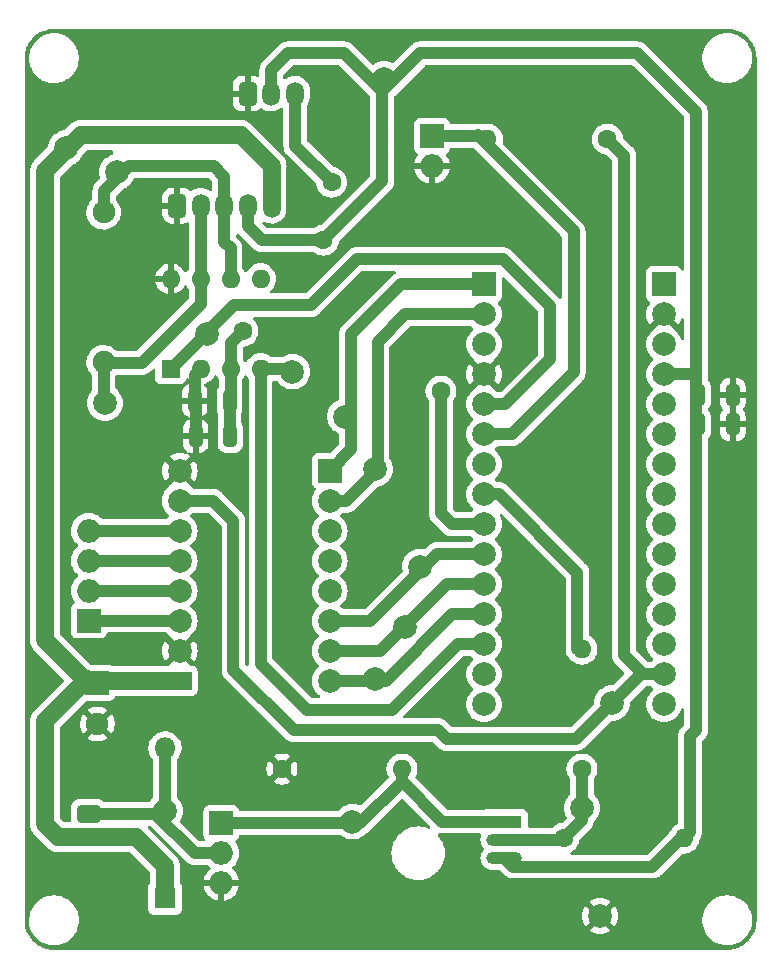
<source format=gbr>
%TF.GenerationSoftware,KiCad,Pcbnew,(6.0.0)*%
%TF.CreationDate,2022-05-13T11:53:07+02:00*%
%TF.ProjectId,Carte Actionneur petit robot JLC PCB,43617274-6520-4416-9374-696f6e6e6575,rev?*%
%TF.SameCoordinates,Original*%
%TF.FileFunction,Copper,L2,Bot*%
%TF.FilePolarity,Positive*%
%FSLAX46Y46*%
G04 Gerber Fmt 4.6, Leading zero omitted, Abs format (unit mm)*
G04 Created by KiCad (PCBNEW (6.0.0)) date 2022-05-13 11:53:07*
%MOMM*%
%LPD*%
G01*
G04 APERTURE LIST*
G04 Aperture macros list*
%AMRoundRect*
0 Rectangle with rounded corners*
0 $1 Rounding radius*
0 $2 $3 $4 $5 $6 $7 $8 $9 X,Y pos of 4 corners*
0 Add a 4 corners polygon primitive as box body*
4,1,4,$2,$3,$4,$5,$6,$7,$8,$9,$2,$3,0*
0 Add four circle primitives for the rounded corners*
1,1,$1+$1,$2,$3*
1,1,$1+$1,$4,$5*
1,1,$1+$1,$6,$7*
1,1,$1+$1,$8,$9*
0 Add four rect primitives between the rounded corners*
20,1,$1+$1,$2,$3,$4,$5,0*
20,1,$1+$1,$4,$5,$6,$7,0*
20,1,$1+$1,$6,$7,$8,$9,0*
20,1,$1+$1,$8,$9,$2,$3,0*%
G04 Aperture macros list end*
%TA.AperFunction,ComponentPad*%
%ADD10R,2.000000X2.000000*%
%TD*%
%TA.AperFunction,ComponentPad*%
%ADD11O,2.000000X2.000000*%
%TD*%
%TA.AperFunction,ComponentPad*%
%ADD12R,1.800000X1.800000*%
%TD*%
%TA.AperFunction,ComponentPad*%
%ADD13O,1.800000X1.800000*%
%TD*%
%TA.AperFunction,ComponentPad*%
%ADD14RoundRect,0.312500X-0.687500X0.437500X-0.687500X-0.437500X0.687500X-0.437500X0.687500X0.437500X0*%
%TD*%
%TA.AperFunction,ComponentPad*%
%ADD15O,2.000000X1.500000*%
%TD*%
%TA.AperFunction,ComponentPad*%
%ADD16RoundRect,0.312500X-0.437500X-0.687500X0.437500X-0.687500X0.437500X0.687500X-0.437500X0.687500X0*%
%TD*%
%TA.AperFunction,ComponentPad*%
%ADD17O,1.500000X2.000000*%
%TD*%
%TA.AperFunction,ComponentPad*%
%ADD18R,1.600000X1.600000*%
%TD*%
%TA.AperFunction,ComponentPad*%
%ADD19O,1.600000X1.600000*%
%TD*%
%TA.AperFunction,ComponentPad*%
%ADD20C,1.900000*%
%TD*%
%TA.AperFunction,ComponentPad*%
%ADD21C,1.600000*%
%TD*%
%TA.AperFunction,ComponentPad*%
%ADD22C,2.000000*%
%TD*%
%TA.AperFunction,ComponentPad*%
%ADD23R,2.000000X1.524000*%
%TD*%
%TA.AperFunction,ComponentPad*%
%ADD24R,3.000000X1.050000*%
%TD*%
%TA.AperFunction,ComponentPad*%
%ADD25O,3.000000X1.050000*%
%TD*%
%TA.AperFunction,SMDPad,CuDef*%
%ADD26C,2.000000*%
%TD*%
%TA.AperFunction,ComponentPad*%
%ADD27O,1.900000X1.900000*%
%TD*%
%TA.AperFunction,SMDPad,CuDef*%
%ADD28RoundRect,0.250000X0.325000X0.650000X-0.325000X0.650000X-0.325000X-0.650000X0.325000X-0.650000X0*%
%TD*%
%TA.AperFunction,ViaPad*%
%ADD29C,1.600000*%
%TD*%
%TA.AperFunction,Conductor*%
%ADD30C,1.000000*%
%TD*%
%TA.AperFunction,Conductor*%
%ADD31C,0.500000*%
%TD*%
%TA.AperFunction,Conductor*%
%ADD32C,1.500000*%
%TD*%
G04 APERTURE END LIST*
D10*
%TO.P,TEST_RES1,1,Pin_1*%
%TO.N,Net-(RESISTANCE1-Pad2)*%
X175006000Y-69596000D03*
D11*
%TO.P,TEST_RES1,2,Pin_2*%
%TO.N,GND*%
X175006000Y-72136000D03*
%TD*%
D12*
%TO.P,D1,1,K*%
%TO.N,+12V*%
X152400000Y-134112000D03*
D13*
%TO.P,D1,2,A*%
%TO.N,Net-(D1-Pad2)*%
X152400000Y-121412000D03*
%TD*%
D14*
%TO.P,Electroaimant1,1,Pin_1*%
%TO.N,Net-(D1-Pad2)*%
X145939000Y-126973000D03*
D15*
%TO.P,Electroaimant1,2,Pin_2*%
%TO.N,+12V*%
X145939000Y-128973000D03*
%TD*%
D16*
%TO.P,SERVO1,1,Pin_1*%
%TO.N,GND*%
X159400000Y-66000000D03*
D17*
%TO.P,SERVO1,2,Pin_2*%
%TO.N,+5V*%
X161400000Y-66000000D03*
%TO.P,SERVO1,3,Pin_3*%
%TO.N,MOT1*%
X163400000Y-66000000D03*
%TD*%
D18*
%TO.P,U1,1,TXD*%
%TO.N,CAN_TX*%
X152870000Y-89300000D03*
D19*
%TO.P,U1,2,VSS*%
%TO.N,GND*%
X155410000Y-89300000D03*
%TO.P,U1,3,VDD*%
%TO.N,+5V*%
X157950000Y-89300000D03*
%TO.P,U1,4,RXD*%
%TO.N,CAN_RX*%
X160490000Y-89300000D03*
%TO.P,U1,5,Vref*%
%TO.N,unconnected-(U1-Pad5)*%
X160490000Y-81680000D03*
%TO.P,U1,6,CANL*%
%TO.N,CAN_L*%
X157950000Y-81680000D03*
%TO.P,U1,7,CANH*%
%TO.N,CAN_H*%
X155410000Y-81680000D03*
%TO.P,U1,8,Rs*%
%TO.N,GND*%
X152870000Y-81680000D03*
%TD*%
D10*
%TO.P,C5,1*%
%TO.N,+12V*%
X146685000Y-115880000D03*
D20*
%TO.P,C5,2*%
%TO.N,GND*%
X146685000Y-119380000D03*
%TD*%
D10*
%TO.P,Transistor2,1*%
%TO.N,Net-(Q1-Pad1)*%
X157170000Y-127762000D03*
D11*
%TO.P,Transistor2,2*%
%TO.N,Net-(D1-Pad2)*%
X157170000Y-130302000D03*
%TO.P,Transistor2,3*%
%TO.N,GND*%
X157170000Y-132842000D03*
%TD*%
D21*
%TO.P,R3,1*%
%TO.N,Net-(Q1-Pad2)*%
X186182000Y-129032000D03*
D19*
%TO.P,R3,2*%
%TO.N,+5V*%
X196342000Y-129032000D03*
%TD*%
D10*
%TO.P,DRIVER1,JP1_1,DIR*%
%TO.N,Dir1*%
X166350000Y-97930000D03*
D22*
%TO.P,DRIVER1,JP1_2,STEP*%
%TO.N,Stp1*%
X166350000Y-100470000D03*
%TO.P,DRIVER1,JP1_3*%
%TO.N,N/C*%
X166350000Y-103010000D03*
%TO.P,DRIVER1,JP1_4,PDN/UART1*%
%TO.N,unconnected-(DRIVER1-PadJP1_4)*%
X166350000Y-105550000D03*
%TO.P,DRIVER1,JP1_5,PDN/UART2*%
%TO.N,unconnected-(DRIVER1-PadJP1_5)*%
X166350000Y-108090000D03*
%TO.P,DRIVER1,JP1_6,MS2*%
%TO.N,M2*%
X166350000Y-110630000D03*
%TO.P,DRIVER1,JP1_7,MS1*%
%TO.N,M1*%
X166350000Y-113170000D03*
%TO.P,DRIVER1,JP1_8,EN*%
%TO.N,EN*%
X166350000Y-115710000D03*
D23*
%TO.P,DRIVER1,JP2_1,VM*%
%TO.N,+12V*%
X153650000Y-115710000D03*
D22*
%TO.P,DRIVER1,JP2_2,GND*%
%TO.N,GND*%
X153650000Y-113170000D03*
%TO.P,DRIVER1,JP2_3,OA2*%
%TO.N,2A*%
X153650000Y-110630000D03*
%TO.P,DRIVER1,JP2_4,OA1*%
%TO.N,1A*%
X153650000Y-108090000D03*
%TO.P,DRIVER1,JP2_5,OB1*%
%TO.N,1B*%
X153650000Y-105550000D03*
%TO.P,DRIVER1,JP2_6,OB2*%
%TO.N,2B*%
X153650000Y-103010000D03*
%TO.P,DRIVER1,JP2_7,VIO*%
%TO.N,+3V3*%
X153650000Y-100470000D03*
%TO.P,DRIVER1,JP2_8,GND*%
%TO.N,GND*%
X153650000Y-97930000D03*
%TD*%
D10*
%TO.P,MotPasAPas1,1,Pin_1*%
%TO.N,2A*%
X145948400Y-110620000D03*
D11*
%TO.P,MotPasAPas1,2,Pin_2*%
%TO.N,1A*%
X145948400Y-108080000D03*
%TO.P,MotPasAPas1,3,Pin_3*%
%TO.N,1B*%
X145948400Y-105540000D03*
%TO.P,MotPasAPas1,4,Pin_4*%
%TO.N,2B*%
X145948400Y-103000000D03*
%TD*%
D24*
%TO.P,Q1,1,C*%
%TO.N,Net-(Q1-Pad1)*%
X181123000Y-127635000D03*
D25*
%TO.P,Q1,2,B*%
%TO.N,Net-(Q1-Pad2)*%
X181123000Y-129159000D03*
%TO.P,Q1,3,E*%
%TO.N,+5V*%
X181123000Y-130683000D03*
%TD*%
D21*
%TO.P,R4,1*%
%TO.N,Net-(Q1-Pad2)*%
X187706000Y-123190000D03*
D19*
%TO.P,R4,2*%
%TO.N,AIMANT*%
X187706000Y-113030000D03*
%TD*%
D21*
%TO.P,R1,1*%
%TO.N,GND*%
X162306000Y-123190000D03*
D19*
%TO.P,R1,2*%
%TO.N,Net-(Q1-Pad1)*%
X172466000Y-123190000D03*
%TD*%
D10*
%TO.P,STM32FM303K8,3.1,PA9*%
%TO.N,Dir1*%
X179410600Y-82140000D03*
D22*
%TO.P,STM32FM303K8,3.2,PA10*%
%TO.N,Stp1*%
X179410600Y-84680000D03*
%TO.P,STM32FM303K8,3.3,NRST*%
%TO.N,unconnected-(STM32FM303K8-Pad3.3)*%
X179410600Y-87220000D03*
%TO.P,STM32FM303K8,3.4,GND*%
%TO.N,GND*%
X179410600Y-89760000D03*
%TO.P,STM32FM303K8,3.5,PA12*%
%TO.N,CAN_TX*%
X179410600Y-92300000D03*
%TO.P,STM32FM303K8,3.6,PB0*%
%TO.N,Net-(RESISTANCE1-Pad2)*%
X179410600Y-94840000D03*
%TO.P,STM32FM303K8,3.7,PB7*%
%TO.N,unconnected-(STM32FM303K8-Pad3.7)*%
X179410600Y-97380000D03*
%TO.P,STM32FM303K8,3.8,PB6*%
%TO.N,AIMANT*%
X179410600Y-99920000D03*
%TO.P,STM32FM303K8,3.9,PB1*%
%TO.N,MOT1*%
X179410600Y-102460000D03*
%TO.P,STM32FM303K8,3.10,PF0*%
%TO.N,M2*%
X179410600Y-105000000D03*
%TO.P,STM32FM303K8,3.11,PF1*%
%TO.N,M1*%
X179410600Y-107540000D03*
%TO.P,STM32FM303K8,3.12,PA8*%
%TO.N,EN*%
X179410600Y-110080000D03*
%TO.P,STM32FM303K8,3.13,PA11*%
%TO.N,CAN_RX*%
X179410600Y-112620000D03*
%TO.P,STM32FM303K8,3.14,PB5*%
%TO.N,unconnected-(STM32FM303K8-Pad3.14)*%
X179410600Y-115160000D03*
%TO.P,STM32FM303K8,3.15,PB4*%
%TO.N,unconnected-(STM32FM303K8-Pad3.15)*%
X179410600Y-117700000D03*
D10*
%TO.P,STM32FM303K8,4.1,VIN*%
%TO.N,unconnected-(STM32FM303K8-Pad4.1)*%
X194650600Y-82140000D03*
D22*
%TO.P,STM32FM303K8,4.2,GND*%
%TO.N,GND*%
X194650600Y-84680000D03*
%TO.P,STM32FM303K8,4.3,NRST*%
%TO.N,unconnected-(STM32FM303K8-Pad4.3)*%
X194650600Y-87220000D03*
%TO.P,STM32FM303K8,4.4,+5V*%
%TO.N,+5V*%
X194650600Y-89760000D03*
%TO.P,STM32FM303K8,4.5,PA2*%
%TO.N,unconnected-(STM32FM303K8-Pad4.5)*%
X194650600Y-92300000D03*
%TO.P,STM32FM303K8,4.6,PA7*%
%TO.N,unconnected-(STM32FM303K8-Pad4.6)*%
X194650600Y-94840000D03*
%TO.P,STM32FM303K8,4.7,PA6*%
%TO.N,unconnected-(STM32FM303K8-Pad4.7)*%
X194650600Y-97380000D03*
%TO.P,STM32FM303K8,4.8,PA5*%
%TO.N,unconnected-(STM32FM303K8-Pad4.8)*%
X194650600Y-99920000D03*
%TO.P,STM32FM303K8,4.9,PA4*%
%TO.N,unconnected-(STM32FM303K8-Pad4.9)*%
X194650600Y-102460000D03*
%TO.P,STM32FM303K8,4.10,PA3*%
%TO.N,unconnected-(STM32FM303K8-Pad4.10)*%
X194650600Y-105000000D03*
%TO.P,STM32FM303K8,4.11,PA1*%
%TO.N,unconnected-(STM32FM303K8-Pad4.11)*%
X194650600Y-107540000D03*
%TO.P,STM32FM303K8,4.12,PA0*%
%TO.N,unconnected-(STM32FM303K8-Pad4.12)*%
X194650600Y-110080000D03*
%TO.P,STM32FM303K8,4.13,AREF*%
%TO.N,unconnected-(STM32FM303K8-Pad4.13)*%
X194650600Y-112620000D03*
%TO.P,STM32FM303K8,4.14,+3V3*%
%TO.N,+3V3*%
X194650600Y-115160000D03*
%TO.P,STM32FM303K8,4.15,PB3*%
%TO.N,unconnected-(STM32FM303K8-Pad4.15)*%
X194650600Y-117700000D03*
%TD*%
D26*
%TO.P,,1,1*%
%TO.N,GND*%
X189230000Y-135636000D03*
%TD*%
D16*
%TO.P,BUS_CAN1,1,Pin_1*%
%TO.N,GND*%
X153429200Y-75497600D03*
D17*
%TO.P,BUS_CAN1,2,Pin_2*%
%TO.N,CAN_H*%
X155429200Y-75497600D03*
%TO.P,BUS_CAN1,3,Pin_3*%
%TO.N,CAN_L*%
X157429200Y-75497600D03*
%TO.P,BUS_CAN1,4,Pin_4*%
%TO.N,+5V*%
X159429200Y-75497600D03*
%TO.P,BUS_CAN1,5,Pin_5*%
%TO.N,+12V*%
X161429200Y-75497600D03*
%TD*%
D20*
%TO.P,R2,1*%
%TO.N,CAN_H*%
X147200000Y-88750000D03*
D27*
%TO.P,R2,2*%
%TO.N,CAN_L*%
X147200000Y-76050000D03*
%TD*%
D21*
%TO.P,RESISTANCE1,1*%
%TO.N,+3V3*%
X189865000Y-69850000D03*
D19*
%TO.P,RESISTANCE1,2*%
%TO.N,Net-(RESISTANCE1-Pad2)*%
X179705000Y-69850000D03*
%TD*%
D26*
%TO.P,TP9,1,1*%
%TO.N,Stp1*%
X170180000Y-97790000D03*
%TD*%
D28*
%TO.P,C4,1*%
%TO.N,GND*%
X200475000Y-94000000D03*
%TO.P,C4,2*%
%TO.N,+5V*%
X197525000Y-94000000D03*
%TD*%
%TO.P,C1,1*%
%TO.N,+5V*%
X157864000Y-91996000D03*
%TO.P,C1,2*%
%TO.N,GND*%
X154914000Y-91996000D03*
%TD*%
D26*
%TO.P,TP3,1,1*%
%TO.N,+5V*%
X170942000Y-64770000D03*
%TD*%
%TO.P,TP11,1,1*%
%TO.N,M2*%
X173990000Y-106045000D03*
%TD*%
%TO.P,TP13,1,1*%
%TO.N,Net-(Q1-Pad1)*%
X168275000Y-127635000D03*
%TD*%
%TO.P,TP16,1,1*%
%TO.N,+3V3*%
X190246000Y-117602000D03*
%TD*%
%TO.P,TP5,1,1*%
%TO.N,CAN_L*%
X148336000Y-72644000D03*
%TD*%
%TO.P,TP1,1,1*%
%TO.N,Net-(D1-Pad2)*%
X152400000Y-126746000D03*
%TD*%
%TO.P,TP14,1,1*%
%TO.N,CAN_TX*%
X155970000Y-86360000D03*
%TD*%
D28*
%TO.P,C2,1*%
%TO.N,+5V*%
X157939000Y-94996000D03*
%TO.P,C2,2*%
%TO.N,GND*%
X154989000Y-94996000D03*
%TD*%
D26*
%TO.P,TP10,1,1*%
%TO.N,M1*%
X172720000Y-111125000D03*
%TD*%
%TO.P,TP2,1,1*%
%TO.N,GND*%
X189230000Y-135636000D03*
%TD*%
%TO.P,TP8,1,1*%
%TO.N,Dir1*%
X167640000Y-93345000D03*
%TD*%
%TO.P,TP15,1,1*%
%TO.N,CAN_RX*%
X163195000Y-89535000D03*
%TD*%
D28*
%TO.P,C3,1*%
%TO.N,GND*%
X200475000Y-91500000D03*
%TO.P,C3,2*%
%TO.N,+5V*%
X197525000Y-91500000D03*
%TD*%
D26*
%TO.P,TP4,1,1*%
%TO.N,CAN_H*%
X147320000Y-92202000D03*
%TD*%
%TO.P,TP12,1,1*%
%TO.N,Net-(Q1-Pad2)*%
X187706000Y-126492000D03*
%TD*%
%TO.P,TP6,1,1*%
%TO.N,+12V*%
X144018000Y-70612000D03*
%TD*%
%TO.P,TP7,1,1*%
%TO.N,EN*%
X170180000Y-115570000D03*
%TD*%
D29*
%TO.N,MOT1*%
X175768000Y-91186000D03*
X166500000Y-73500000D03*
%TO.N,GND*%
X144700000Y-74200000D03*
X200600000Y-72000000D03*
X157734000Y-120396000D03*
X163322000Y-92710000D03*
X169672000Y-134366000D03*
X147828000Y-98171000D03*
X175006000Y-76200000D03*
X192800000Y-122428000D03*
X147066000Y-66040000D03*
X200152000Y-124714000D03*
X193900000Y-72000000D03*
X201168000Y-100838000D03*
X170688000Y-102870000D03*
X183642000Y-116078000D03*
%TO.N,+5V*%
X165800000Y-78400000D03*
X158999000Y-86101000D03*
%TD*%
D30*
%TO.N,Net-(RESISTANCE1-Pad2)*%
X179410600Y-94840000D02*
X181766000Y-94840000D01*
X181766000Y-94840000D02*
X187000000Y-89606000D01*
X187000000Y-77678400D02*
X178866800Y-69545200D01*
X187000000Y-89606000D02*
X187000000Y-77678400D01*
X178866800Y-69545200D02*
X178816000Y-69596000D01*
X178816000Y-69596000D02*
X175006000Y-69596000D01*
%TO.N,MOT1*%
X163442400Y-70442400D02*
X166500000Y-73500000D01*
X163442400Y-66042400D02*
X163442400Y-70442400D01*
X176678800Y-102460000D02*
X179410600Y-102460000D01*
X163400000Y-66000000D02*
X163442400Y-66042400D01*
X175768000Y-101549200D02*
X176678800Y-102460000D01*
X175768000Y-91186000D02*
X175768000Y-101549200D01*
%TO.N,GND*%
X154914000Y-91996000D02*
X154914000Y-89796000D01*
X154989000Y-94996000D02*
X154989000Y-92071000D01*
D31*
X153707300Y-97373600D02*
X153697300Y-97383600D01*
X153697300Y-97383600D02*
X153650000Y-97383600D01*
D30*
X154914000Y-89796000D02*
X155410000Y-89300000D01*
X154989000Y-92071000D02*
X154914000Y-91996000D01*
%TO.N,+5V*%
X196850000Y-120396000D02*
X197360000Y-119886000D01*
X197360000Y-119886000D02*
X197360000Y-89760000D01*
X157950000Y-91910000D02*
X157864000Y-91996000D01*
X157988000Y-89262000D02*
X157950000Y-89300000D01*
X159429200Y-77229200D02*
X160600000Y-78400000D01*
X197360000Y-89760000D02*
X197360000Y-67560000D01*
X197360000Y-67560000D02*
X192400000Y-62600000D01*
X197360000Y-89760000D02*
X194650600Y-89760000D01*
X196342000Y-129032000D02*
X196088000Y-129032000D01*
X193675000Y-131445000D02*
X181885000Y-131445000D01*
X157864000Y-94921000D02*
X157939000Y-94996000D01*
X161400000Y-66000000D02*
X161400000Y-64000000D01*
X161400000Y-64000000D02*
X162800000Y-62600000D01*
X196342000Y-129032000D02*
X196850000Y-128524000D01*
X181885000Y-131445000D02*
X181123000Y-130683000D01*
X157988000Y-87112000D02*
X157988000Y-89262000D01*
X159429200Y-75497600D02*
X159429200Y-77229200D01*
X170800000Y-73400000D02*
X170800000Y-65800000D01*
X158999000Y-86101000D02*
X157988000Y-87112000D01*
X157864000Y-91996000D02*
X157864000Y-94921000D01*
X196088000Y-129032000D02*
X193675000Y-131445000D01*
X174000000Y-62600000D02*
X192400000Y-62600000D01*
X170800000Y-65800000D02*
X174000000Y-62600000D01*
X167600000Y-62600000D02*
X162800000Y-62600000D01*
X196850000Y-128524000D02*
X196850000Y-120396000D01*
X165800000Y-78400000D02*
X170800000Y-73400000D01*
X157950000Y-89300000D02*
X157950000Y-91910000D01*
X170800000Y-65800000D02*
X167600000Y-62600000D01*
X160600000Y-78400000D02*
X165800000Y-78400000D01*
%TO.N,CAN_TX*%
X185000000Y-88500000D02*
X181200000Y-92300000D01*
X181200000Y-92300000D02*
X179410600Y-92300000D01*
X185000000Y-84000000D02*
X185000000Y-88500000D01*
X158250000Y-83920000D02*
X164746000Y-83920000D01*
X181000000Y-80000000D02*
X185000000Y-84000000D01*
X168666000Y-80000000D02*
X181000000Y-80000000D01*
X164746000Y-83920000D02*
X168666000Y-80000000D01*
X152870000Y-89300000D02*
X158250000Y-83920000D01*
%TO.N,CAN_RX*%
X160490000Y-114290000D02*
X160490000Y-89300000D01*
X179410600Y-112620000D02*
X177180000Y-112620000D01*
X160490000Y-89300000D02*
X162960000Y-89300000D01*
X164400000Y-118200000D02*
X160490000Y-114290000D01*
X162960000Y-89300000D02*
X163195000Y-89535000D01*
X177180000Y-112620000D02*
X171600000Y-118200000D01*
X171600000Y-118200000D02*
X164400000Y-118200000D01*
%TO.N,+3V3*%
X189865000Y-69850000D02*
X191285000Y-71270000D01*
X156470000Y-100470000D02*
X158200000Y-102200000D01*
X192884000Y-115160000D02*
X194650600Y-115160000D01*
X163288000Y-119888000D02*
X175514000Y-119888000D01*
X158200000Y-114800000D02*
X163288000Y-119888000D01*
X158200000Y-102200000D02*
X158200000Y-114800000D01*
X191285000Y-71270000D02*
X191285000Y-113561000D01*
X176276000Y-120650000D02*
X187198000Y-120650000D01*
X187198000Y-120650000D02*
X192688000Y-115160000D01*
X192688000Y-115160000D02*
X194650600Y-115160000D01*
X175514000Y-119888000D02*
X176276000Y-120650000D01*
X191285000Y-113561000D02*
X192884000Y-115160000D01*
X153650000Y-100470000D02*
X156470000Y-100470000D01*
%TO.N,CAN_L*%
X157429200Y-78579200D02*
X157950000Y-79100000D01*
X157950000Y-79100000D02*
X157950000Y-81680000D01*
X157429200Y-75497600D02*
X157429200Y-78579200D01*
X157429200Y-75497600D02*
X157429200Y-73050400D01*
X156514800Y-72136000D02*
X149352400Y-72136000D01*
X149352400Y-72136000D02*
X147269200Y-74219200D01*
X147269200Y-74219200D02*
X147269200Y-76098400D01*
X157429200Y-73050400D02*
X156514800Y-72136000D01*
%TO.N,CAN_H*%
X147200000Y-92082000D02*
X147320000Y-92202000D01*
X155410000Y-83820000D02*
X155410000Y-81680000D01*
D31*
X155429200Y-81660800D02*
X155410000Y-81680000D01*
D30*
X147269200Y-88798400D02*
X150431600Y-88798400D01*
X150431600Y-88798400D02*
X155410000Y-83820000D01*
X155429200Y-75497600D02*
X155429200Y-81660800D01*
X147200000Y-88750000D02*
X147200000Y-92082000D01*
%TO.N,Stp1*%
X167754000Y-100470000D02*
X166350000Y-100470000D01*
X172720000Y-84680000D02*
X170400000Y-87000000D01*
X179410600Y-84680000D02*
X172720000Y-84680000D01*
X170400000Y-87000000D02*
X170400000Y-97824000D01*
X170400000Y-97824000D02*
X167754000Y-100470000D01*
%TO.N,Dir1*%
X168148000Y-96132000D02*
X166350000Y-97930000D01*
X172368000Y-82140000D02*
X168148000Y-86360000D01*
X168148000Y-86360000D02*
X168148000Y-96132000D01*
X179410600Y-82140000D02*
X172368000Y-82140000D01*
%TO.N,2B*%
X145948400Y-103000000D02*
X153707300Y-103000000D01*
%TO.N,2A*%
X145948400Y-110620000D02*
X153707300Y-110620000D01*
%TO.N,1A*%
X145948400Y-108080000D02*
X153640000Y-108080000D01*
%TO.N,1B*%
X145948400Y-105540000D02*
X153707300Y-105540000D01*
%TO.N,M2*%
X175400000Y-105000000D02*
X179410600Y-105000000D01*
X169770000Y-110630000D02*
X175400000Y-105000000D01*
X166350000Y-110630000D02*
X169770000Y-110630000D01*
%TO.N,M1*%
X170630000Y-113170000D02*
X176260000Y-107540000D01*
X166350000Y-113170000D02*
X170630000Y-113170000D01*
X176260000Y-107540000D02*
X179410600Y-107540000D01*
%TO.N,EN*%
X166350000Y-115710000D02*
X171090000Y-115710000D01*
X176720000Y-110080000D02*
X179410600Y-110080000D01*
X171090000Y-115710000D02*
X176720000Y-110080000D01*
%TO.N,Net-(D1-Pad2)*%
X152400000Y-126146000D02*
X152400000Y-121412000D01*
X145939000Y-126973000D02*
X151573000Y-126973000D01*
X154902000Y-130302000D02*
X157170000Y-130302000D01*
X151573000Y-126973000D02*
X154902000Y-130302000D01*
X151573000Y-126973000D02*
X152400000Y-126146000D01*
%TO.N,AIMANT*%
X179410600Y-99920000D02*
X180692000Y-99920000D01*
X187325000Y-106553000D02*
X187325000Y-113030000D01*
X180692000Y-99920000D02*
X187325000Y-106553000D01*
D32*
%TO.N,+12V*%
X145288000Y-69494400D02*
X158819400Y-69494400D01*
X145939000Y-128973000D02*
X149973000Y-128973000D01*
X149973000Y-128973000D02*
X152400000Y-131400000D01*
X145682000Y-115710000D02*
X142240000Y-112268000D01*
X142240000Y-112268000D02*
X142240000Y-72542400D01*
X142240000Y-72542400D02*
X145288000Y-69494400D01*
X153650000Y-115710000D02*
X145682000Y-115710000D01*
X161429200Y-72104200D02*
X161429200Y-75497600D01*
X158819400Y-69494400D02*
X161429200Y-72104200D01*
X142240000Y-119126000D02*
X142240000Y-127840000D01*
X145796000Y-115570000D02*
X142240000Y-119126000D01*
X152400000Y-131400000D02*
X152400000Y-134112000D01*
X142240000Y-127840000D02*
X143373000Y-128973000D01*
X143373000Y-128973000D02*
X145939000Y-128973000D01*
D30*
%TO.N,Net-(Q1-Pad1)*%
X181123000Y-127635000D02*
X175895000Y-127635000D01*
X172466000Y-124247000D02*
X172466000Y-123190000D01*
X168951000Y-127762000D02*
X172466000Y-124247000D01*
X175895000Y-127635000D02*
X172466000Y-124206000D01*
X172466000Y-124206000D02*
X172466000Y-123698000D01*
X157170000Y-127762000D02*
X168951000Y-127762000D01*
%TO.N,Net-(Q1-Pad2)*%
X187706000Y-127508000D02*
X186182000Y-129032000D01*
X187706000Y-123190000D02*
X187706000Y-127508000D01*
X181123000Y-129159000D02*
X186055000Y-129159000D01*
X186055000Y-129159000D02*
X186182000Y-129032000D01*
%TD*%
%TA.AperFunction,Conductor*%
%TO.N,GND*%
G36*
X199970057Y-60509500D02*
G01*
X199984858Y-60511805D01*
X199984861Y-60511805D01*
X199993730Y-60513186D01*
X200010899Y-60510941D01*
X200034839Y-60510108D01*
X200292770Y-60525710D01*
X200307874Y-60527544D01*
X200378648Y-60540514D01*
X200588879Y-60579040D01*
X200603641Y-60582678D01*
X200876408Y-60667675D01*
X200890627Y-60673069D01*
X201151140Y-60790316D01*
X201164609Y-60797385D01*
X201409095Y-60945182D01*
X201421617Y-60953825D01*
X201646507Y-61130016D01*
X201657895Y-61140106D01*
X201859894Y-61342105D01*
X201869984Y-61353493D01*
X202046175Y-61578383D01*
X202054818Y-61590905D01*
X202202615Y-61835391D01*
X202209684Y-61848860D01*
X202326930Y-62109370D01*
X202332325Y-62123592D01*
X202390133Y-62309103D01*
X202417321Y-62396353D01*
X202420960Y-62411121D01*
X202451565Y-62578124D01*
X202472456Y-62692126D01*
X202474290Y-62707230D01*
X202489455Y-62957929D01*
X202488198Y-62984639D01*
X202488195Y-62984859D01*
X202486814Y-62993730D01*
X202487978Y-63002632D01*
X202487978Y-63002635D01*
X202490936Y-63025251D01*
X202492000Y-63041589D01*
X202492000Y-135950672D01*
X202490500Y-135970056D01*
X202486814Y-135993730D01*
X202488454Y-136006270D01*
X202489059Y-136010897D01*
X202489892Y-136034839D01*
X202474290Y-136292770D01*
X202472456Y-136307874D01*
X202436545Y-136503840D01*
X202420962Y-136588873D01*
X202417322Y-136603641D01*
X202334736Y-136868670D01*
X202332326Y-136876404D01*
X202326931Y-136890627D01*
X202210974Y-137148275D01*
X202209686Y-137151136D01*
X202202615Y-137164609D01*
X202054818Y-137409095D01*
X202046175Y-137421617D01*
X201869984Y-137646507D01*
X201859894Y-137657895D01*
X201657895Y-137859894D01*
X201646507Y-137869984D01*
X201421617Y-138046175D01*
X201409095Y-138054818D01*
X201164609Y-138202615D01*
X201151140Y-138209684D01*
X200890630Y-138326930D01*
X200876408Y-138332325D01*
X200603641Y-138417322D01*
X200588879Y-138420960D01*
X200378648Y-138459486D01*
X200307874Y-138472456D01*
X200292770Y-138474290D01*
X200042071Y-138489455D01*
X200015361Y-138488198D01*
X200015141Y-138488195D01*
X200006270Y-138486814D01*
X199997368Y-138487978D01*
X199997365Y-138487978D01*
X199974749Y-138490936D01*
X199958411Y-138492000D01*
X143049328Y-138492000D01*
X143029943Y-138490500D01*
X143015142Y-138488195D01*
X143015139Y-138488195D01*
X143006270Y-138486814D01*
X142989101Y-138489059D01*
X142965161Y-138489892D01*
X142707230Y-138474290D01*
X142692126Y-138472456D01*
X142621352Y-138459486D01*
X142411121Y-138420960D01*
X142396359Y-138417322D01*
X142123592Y-138332325D01*
X142109370Y-138326930D01*
X141848860Y-138209684D01*
X141835391Y-138202615D01*
X141590905Y-138054818D01*
X141578383Y-138046175D01*
X141353493Y-137869984D01*
X141342105Y-137859894D01*
X141140106Y-137657895D01*
X141130016Y-137646507D01*
X140953825Y-137421617D01*
X140945182Y-137409095D01*
X140797385Y-137164609D01*
X140790314Y-137151136D01*
X140789027Y-137148275D01*
X140673069Y-136890627D01*
X140667674Y-136876404D01*
X140665264Y-136868670D01*
X140582678Y-136603641D01*
X140579038Y-136588873D01*
X140563456Y-136503840D01*
X140527544Y-136307874D01*
X140525710Y-136292770D01*
X140516027Y-136132703D01*
X140890743Y-136132703D01*
X140928268Y-136417734D01*
X141004129Y-136695036D01*
X141005813Y-136698984D01*
X141082413Y-136878568D01*
X141116923Y-136959476D01*
X141128693Y-136979142D01*
X141239693Y-137164609D01*
X141264561Y-137206161D01*
X141444313Y-137430528D01*
X141652851Y-137628423D01*
X141886317Y-137796186D01*
X141890112Y-137798195D01*
X141890113Y-137798196D01*
X141911869Y-137809715D01*
X142140392Y-137930712D01*
X142410373Y-138029511D01*
X142691264Y-138090755D01*
X142719841Y-138093004D01*
X142914282Y-138108307D01*
X142914291Y-138108307D01*
X142916739Y-138108500D01*
X143072271Y-138108500D01*
X143074407Y-138108354D01*
X143074418Y-138108354D01*
X143282548Y-138094165D01*
X143282554Y-138094164D01*
X143286825Y-138093873D01*
X143291020Y-138093004D01*
X143291022Y-138093004D01*
X143427584Y-138064723D01*
X143568342Y-138035574D01*
X143839343Y-137939607D01*
X143927362Y-137894177D01*
X144091005Y-137809715D01*
X144091006Y-137809715D01*
X144094812Y-137807750D01*
X144098313Y-137805289D01*
X144098317Y-137805287D01*
X144308034Y-137657895D01*
X144330023Y-137642441D01*
X144540622Y-137446740D01*
X144722713Y-137224268D01*
X144872927Y-136979142D01*
X144921421Y-136868670D01*
X188362160Y-136868670D01*
X188367887Y-136876320D01*
X188539042Y-136981205D01*
X188547837Y-136985687D01*
X188757988Y-137072734D01*
X188767373Y-137075783D01*
X188988554Y-137128885D01*
X188998301Y-137130428D01*
X189225070Y-137148275D01*
X189234930Y-137148275D01*
X189461699Y-137130428D01*
X189471446Y-137128885D01*
X189692627Y-137075783D01*
X189702012Y-137072734D01*
X189912163Y-136985687D01*
X189920958Y-136981205D01*
X190088445Y-136878568D01*
X190097907Y-136868110D01*
X190094124Y-136859334D01*
X189242812Y-136008022D01*
X189228868Y-136000408D01*
X189227035Y-136000539D01*
X189220420Y-136004790D01*
X188368920Y-136856290D01*
X188362160Y-136868670D01*
X144921421Y-136868670D01*
X144988483Y-136715898D01*
X145067244Y-136439406D01*
X145107751Y-136154784D01*
X145107845Y-136136951D01*
X145109235Y-135871583D01*
X145109235Y-135871576D01*
X145109257Y-135867297D01*
X145079455Y-135640930D01*
X187717725Y-135640930D01*
X187735572Y-135867699D01*
X187737115Y-135877446D01*
X187790217Y-136098627D01*
X187793266Y-136108012D01*
X187880313Y-136318163D01*
X187884795Y-136326958D01*
X187987432Y-136494445D01*
X187997890Y-136503907D01*
X188006666Y-136500124D01*
X188857978Y-135648812D01*
X188864356Y-135637132D01*
X189594408Y-135637132D01*
X189594539Y-135638965D01*
X189598790Y-135645580D01*
X190450290Y-136497080D01*
X190462670Y-136503840D01*
X190470320Y-136498113D01*
X190575205Y-136326958D01*
X190579687Y-136318163D01*
X190656507Y-136132703D01*
X197890743Y-136132703D01*
X197928268Y-136417734D01*
X198004129Y-136695036D01*
X198005813Y-136698984D01*
X198082413Y-136878568D01*
X198116923Y-136959476D01*
X198128693Y-136979142D01*
X198239693Y-137164609D01*
X198264561Y-137206161D01*
X198444313Y-137430528D01*
X198652851Y-137628423D01*
X198886317Y-137796186D01*
X198890112Y-137798195D01*
X198890113Y-137798196D01*
X198911869Y-137809715D01*
X199140392Y-137930712D01*
X199410373Y-138029511D01*
X199691264Y-138090755D01*
X199719841Y-138093004D01*
X199914282Y-138108307D01*
X199914291Y-138108307D01*
X199916739Y-138108500D01*
X200072271Y-138108500D01*
X200074407Y-138108354D01*
X200074418Y-138108354D01*
X200282548Y-138094165D01*
X200282554Y-138094164D01*
X200286825Y-138093873D01*
X200291020Y-138093004D01*
X200291022Y-138093004D01*
X200427584Y-138064723D01*
X200568342Y-138035574D01*
X200839343Y-137939607D01*
X200927362Y-137894177D01*
X201091005Y-137809715D01*
X201091006Y-137809715D01*
X201094812Y-137807750D01*
X201098313Y-137805289D01*
X201098317Y-137805287D01*
X201308034Y-137657895D01*
X201330023Y-137642441D01*
X201540622Y-137446740D01*
X201722713Y-137224268D01*
X201872927Y-136979142D01*
X201988483Y-136715898D01*
X202067244Y-136439406D01*
X202107751Y-136154784D01*
X202107845Y-136136951D01*
X202109235Y-135871583D01*
X202109235Y-135871576D01*
X202109257Y-135867297D01*
X202071732Y-135582266D01*
X201995871Y-135304964D01*
X201935739Y-135163988D01*
X201884763Y-135044476D01*
X201884761Y-135044472D01*
X201883077Y-135040524D01*
X201735439Y-134793839D01*
X201555687Y-134569472D01*
X201380610Y-134403330D01*
X201350258Y-134374527D01*
X201350255Y-134374525D01*
X201347149Y-134371577D01*
X201113683Y-134203814D01*
X201105094Y-134199266D01*
X201068654Y-134179972D01*
X200859608Y-134069288D01*
X200589627Y-133970489D01*
X200308736Y-133909245D01*
X200277685Y-133906801D01*
X200085718Y-133891693D01*
X200085709Y-133891693D01*
X200083261Y-133891500D01*
X199927729Y-133891500D01*
X199925593Y-133891646D01*
X199925582Y-133891646D01*
X199717452Y-133905835D01*
X199717446Y-133905836D01*
X199713175Y-133906127D01*
X199708980Y-133906996D01*
X199708978Y-133906996D01*
X199671188Y-133914822D01*
X199431658Y-133964426D01*
X199160657Y-134060393D01*
X199156848Y-134062359D01*
X198914963Y-134187205D01*
X198905188Y-134192250D01*
X198901687Y-134194711D01*
X198901683Y-134194713D01*
X198895205Y-134199266D01*
X198669977Y-134357559D01*
X198459378Y-134553260D01*
X198277287Y-134775732D01*
X198127073Y-135020858D01*
X198125347Y-135024791D01*
X198125346Y-135024792D01*
X198013243Y-135280170D01*
X198011517Y-135284102D01*
X197932756Y-135560594D01*
X197892249Y-135845216D01*
X197892227Y-135849505D01*
X197892226Y-135849512D01*
X197890872Y-136108012D01*
X197890743Y-136132703D01*
X190656507Y-136132703D01*
X190666734Y-136108012D01*
X190669783Y-136098627D01*
X190722885Y-135877446D01*
X190724428Y-135867699D01*
X190742275Y-135640930D01*
X190742275Y-135631070D01*
X190724428Y-135404301D01*
X190722885Y-135394554D01*
X190669783Y-135173373D01*
X190666734Y-135163988D01*
X190579687Y-134953837D01*
X190575205Y-134945042D01*
X190472568Y-134777555D01*
X190462110Y-134768093D01*
X190453334Y-134771876D01*
X189602022Y-135623188D01*
X189594408Y-135637132D01*
X188864356Y-135637132D01*
X188865592Y-135634868D01*
X188865461Y-135633035D01*
X188861210Y-135626420D01*
X188009710Y-134774920D01*
X187997330Y-134768160D01*
X187989680Y-134773887D01*
X187884795Y-134945042D01*
X187880313Y-134953837D01*
X187793266Y-135163988D01*
X187790217Y-135173373D01*
X187737115Y-135394554D01*
X187735572Y-135404301D01*
X187717725Y-135631070D01*
X187717725Y-135640930D01*
X145079455Y-135640930D01*
X145071732Y-135582266D01*
X144995871Y-135304964D01*
X144935739Y-135163988D01*
X144884763Y-135044476D01*
X144884761Y-135044472D01*
X144883077Y-135040524D01*
X144735439Y-134793839D01*
X144555687Y-134569472D01*
X144380610Y-134403330D01*
X144350258Y-134374527D01*
X144350255Y-134374525D01*
X144347149Y-134371577D01*
X144113683Y-134203814D01*
X144105094Y-134199266D01*
X144068654Y-134179972D01*
X143859608Y-134069288D01*
X143589627Y-133970489D01*
X143308736Y-133909245D01*
X143277685Y-133906801D01*
X143085718Y-133891693D01*
X143085709Y-133891693D01*
X143083261Y-133891500D01*
X142927729Y-133891500D01*
X142925593Y-133891646D01*
X142925582Y-133891646D01*
X142717452Y-133905835D01*
X142717446Y-133905836D01*
X142713175Y-133906127D01*
X142708980Y-133906996D01*
X142708978Y-133906996D01*
X142671188Y-133914822D01*
X142431658Y-133964426D01*
X142160657Y-134060393D01*
X142156848Y-134062359D01*
X141914963Y-134187205D01*
X141905188Y-134192250D01*
X141901687Y-134194711D01*
X141901683Y-134194713D01*
X141895205Y-134199266D01*
X141669977Y-134357559D01*
X141459378Y-134553260D01*
X141277287Y-134775732D01*
X141127073Y-135020858D01*
X141125347Y-135024791D01*
X141125346Y-135024792D01*
X141013243Y-135280170D01*
X141011517Y-135284102D01*
X140932756Y-135560594D01*
X140892249Y-135845216D01*
X140892227Y-135849505D01*
X140892226Y-135849512D01*
X140890872Y-136108012D01*
X140890743Y-136132703D01*
X140516027Y-136132703D01*
X140510545Y-136042071D01*
X140511802Y-136015361D01*
X140511805Y-136015141D01*
X140513186Y-136006270D01*
X140511547Y-135993730D01*
X140509064Y-135974749D01*
X140508000Y-135958411D01*
X140508000Y-127787086D01*
X140977521Y-127787086D01*
X140978132Y-127800039D01*
X140981360Y-127868488D01*
X140981500Y-127874424D01*
X140981500Y-127896999D01*
X140983819Y-127922988D01*
X140984178Y-127928248D01*
X140988104Y-128011488D01*
X140989354Y-128016947D01*
X140989355Y-128016952D01*
X140992108Y-128028970D01*
X140994789Y-128045899D01*
X140996383Y-128063762D01*
X140997865Y-128069178D01*
X140997865Y-128069180D01*
X141018370Y-128144133D01*
X141019656Y-128149251D01*
X141034565Y-128214344D01*
X141038258Y-128230470D01*
X141040460Y-128235632D01*
X141045294Y-128246967D01*
X141050927Y-128263142D01*
X141055663Y-128280451D01*
X141058079Y-128285516D01*
X141091539Y-128355667D01*
X141093710Y-128360476D01*
X141126397Y-128437109D01*
X141136251Y-128452110D01*
X141144654Y-128467025D01*
X141152378Y-128483218D01*
X141155648Y-128487769D01*
X141155650Y-128487772D01*
X141169012Y-128506367D01*
X141197826Y-128546465D01*
X141200999Y-128550881D01*
X141203989Y-128555232D01*
X141247196Y-128621010D01*
X141247202Y-128621018D01*
X141249735Y-128624874D01*
X141268257Y-128645662D01*
X141276490Y-128655939D01*
X141283471Y-128665654D01*
X141336619Y-128717158D01*
X141360255Y-128740063D01*
X141361665Y-128741452D01*
X142418472Y-129798259D01*
X142429340Y-129810651D01*
X142439462Y-129823843D01*
X142439469Y-129823851D01*
X142442877Y-129828292D01*
X142490680Y-129871789D01*
X142503185Y-129883168D01*
X142507480Y-129887267D01*
X142523411Y-129903198D01*
X142543427Y-129919934D01*
X142547376Y-129923379D01*
X142604879Y-129975703D01*
X142604883Y-129975706D01*
X142609036Y-129979485D01*
X142613791Y-129982468D01*
X142613794Y-129982470D01*
X142624224Y-129989012D01*
X142638097Y-129999091D01*
X142647545Y-130006992D01*
X142647552Y-130006997D01*
X142651854Y-130010594D01*
X142705788Y-130041357D01*
X142724240Y-130051882D01*
X142728768Y-130054592D01*
X142794596Y-130095886D01*
X142794599Y-130095888D01*
X142799344Y-130098864D01*
X142804549Y-130100957D01*
X142804552Y-130100958D01*
X142815979Y-130105552D01*
X142831411Y-130113012D01*
X142842119Y-130119120D01*
X142842128Y-130119124D01*
X142846993Y-130121899D01*
X142852270Y-130123768D01*
X142852275Y-130123770D01*
X142925542Y-130149715D01*
X142930478Y-130151580D01*
X143007783Y-130182656D01*
X143013270Y-130183792D01*
X143013272Y-130183793D01*
X143025349Y-130186294D01*
X143041844Y-130190899D01*
X143058759Y-130196889D01*
X143141010Y-130210359D01*
X143146180Y-130211317D01*
X143227767Y-130228213D01*
X143232379Y-130228479D01*
X143232380Y-130228479D01*
X143255548Y-130229815D01*
X143268653Y-130231262D01*
X143274910Y-130232286D01*
X143274914Y-130232286D01*
X143280457Y-130233194D01*
X143286070Y-130233106D01*
X143286072Y-130233106D01*
X143387264Y-130231516D01*
X143389243Y-130231500D01*
X149399523Y-130231500D01*
X149467644Y-130251502D01*
X149488618Y-130268405D01*
X151104595Y-131884383D01*
X151138621Y-131946695D01*
X151141500Y-131973478D01*
X151141500Y-132800411D01*
X151121498Y-132868532D01*
X151116326Y-132875975D01*
X151049385Y-132965295D01*
X150998255Y-133101684D01*
X150991500Y-133163866D01*
X150991500Y-135060134D01*
X150998255Y-135122316D01*
X151049385Y-135258705D01*
X151136739Y-135375261D01*
X151253295Y-135462615D01*
X151389684Y-135513745D01*
X151451866Y-135520500D01*
X153348134Y-135520500D01*
X153410316Y-135513745D01*
X153546705Y-135462615D01*
X153663261Y-135375261D01*
X153750615Y-135258705D01*
X153801745Y-135122316D01*
X153808500Y-135060134D01*
X153808500Y-134403890D01*
X188362093Y-134403890D01*
X188365876Y-134412666D01*
X189217188Y-135263978D01*
X189231132Y-135271592D01*
X189232965Y-135271461D01*
X189239580Y-135267210D01*
X190091080Y-134415710D01*
X190097840Y-134403330D01*
X190092113Y-134395680D01*
X189920958Y-134290795D01*
X189912163Y-134286313D01*
X189702012Y-134199266D01*
X189692627Y-134196217D01*
X189471446Y-134143115D01*
X189461699Y-134141572D01*
X189234930Y-134123725D01*
X189225070Y-134123725D01*
X188998301Y-134141572D01*
X188988554Y-134143115D01*
X188767373Y-134196217D01*
X188757988Y-134199266D01*
X188547837Y-134286313D01*
X188539042Y-134290795D01*
X188371555Y-134393432D01*
X188362093Y-134403890D01*
X153808500Y-134403890D01*
X153808500Y-133163866D01*
X153802587Y-133109431D01*
X155683353Y-133109431D01*
X155730218Y-133304634D01*
X155733264Y-133314008D01*
X155820313Y-133524163D01*
X155824795Y-133532958D01*
X155943643Y-133726899D01*
X155949443Y-133734883D01*
X156097178Y-133907858D01*
X156104142Y-133914822D01*
X156277117Y-134062557D01*
X156285101Y-134068357D01*
X156479042Y-134187205D01*
X156487837Y-134191687D01*
X156697992Y-134278736D01*
X156707366Y-134281782D01*
X156898385Y-134327642D01*
X156912469Y-134326937D01*
X156916000Y-134318056D01*
X156916000Y-134313756D01*
X157424000Y-134313756D01*
X157427973Y-134327287D01*
X157437431Y-134328647D01*
X157632634Y-134281782D01*
X157642008Y-134278736D01*
X157852163Y-134191687D01*
X157860958Y-134187205D01*
X158054899Y-134068357D01*
X158062883Y-134062557D01*
X158235858Y-133914822D01*
X158242822Y-133907858D01*
X158390557Y-133734883D01*
X158396357Y-133726899D01*
X158515205Y-133532958D01*
X158519687Y-133524163D01*
X158606736Y-133314008D01*
X158609782Y-133304634D01*
X158655642Y-133113615D01*
X158654937Y-133099531D01*
X158646056Y-133096000D01*
X157442115Y-133096000D01*
X157426876Y-133100475D01*
X157425671Y-133101865D01*
X157424000Y-133109548D01*
X157424000Y-134313756D01*
X156916000Y-134313756D01*
X156916000Y-133114115D01*
X156911525Y-133098876D01*
X156910135Y-133097671D01*
X156902452Y-133096000D01*
X155698244Y-133096000D01*
X155684713Y-133099973D01*
X155683353Y-133109431D01*
X153802587Y-133109431D01*
X153801745Y-133101684D01*
X153750615Y-132965295D01*
X153683674Y-132875976D01*
X153658826Y-132809470D01*
X153658500Y-132800411D01*
X153658500Y-131491395D01*
X153659578Y-131474948D01*
X153661746Y-131458483D01*
X153661746Y-131458479D01*
X153662479Y-131452913D01*
X153658640Y-131371511D01*
X153658500Y-131365576D01*
X153658500Y-131343001D01*
X153656181Y-131317011D01*
X153655822Y-131311749D01*
X153653613Y-131264921D01*
X153651896Y-131228512D01*
X153647892Y-131211030D01*
X153645211Y-131194100D01*
X153643617Y-131176238D01*
X153640335Y-131164239D01*
X153621630Y-131095867D01*
X153620344Y-131090749D01*
X153602995Y-131015000D01*
X153602994Y-131014998D01*
X153601742Y-131009530D01*
X153594706Y-130993033D01*
X153589073Y-130976858D01*
X153585818Y-130964961D01*
X153585817Y-130964957D01*
X153584337Y-130959549D01*
X153568720Y-130926808D01*
X153548461Y-130884333D01*
X153546290Y-130879524D01*
X153515804Y-130808051D01*
X153515804Y-130808050D01*
X153513603Y-130802891D01*
X153503749Y-130787890D01*
X153495343Y-130772970D01*
X153490035Y-130761841D01*
X153487622Y-130756782D01*
X153484354Y-130752234D01*
X153484351Y-130752229D01*
X153438998Y-130689114D01*
X153436009Y-130684765D01*
X153390265Y-130615125D01*
X153371747Y-130594341D01*
X153363498Y-130584045D01*
X153359804Y-130578904D01*
X153356529Y-130574346D01*
X153279777Y-130499968D01*
X153278367Y-130498579D01*
X150976383Y-128196595D01*
X150942357Y-128134283D01*
X150947422Y-128063468D01*
X150989969Y-128006632D01*
X151056489Y-127981821D01*
X151065478Y-127981500D01*
X151103075Y-127981500D01*
X151171196Y-128001502D01*
X151192170Y-128018405D01*
X154145145Y-130971379D01*
X154154247Y-130981522D01*
X154177968Y-131011025D01*
X154216421Y-131043291D01*
X154220069Y-131046472D01*
X154221881Y-131048115D01*
X154224075Y-131050309D01*
X154257349Y-131077642D01*
X154258147Y-131078304D01*
X154329474Y-131138154D01*
X154334144Y-131140722D01*
X154338261Y-131144103D01*
X154389996Y-131171843D01*
X154420086Y-131187977D01*
X154421245Y-131188606D01*
X154497381Y-131230462D01*
X154497389Y-131230465D01*
X154502787Y-131233433D01*
X154507869Y-131235045D01*
X154512563Y-131237562D01*
X154601531Y-131264762D01*
X154602559Y-131265082D01*
X154691306Y-131293235D01*
X154696602Y-131293829D01*
X154701698Y-131295387D01*
X154794257Y-131304790D01*
X154795393Y-131304911D01*
X154829008Y-131308681D01*
X154841730Y-131310108D01*
X154841734Y-131310108D01*
X154845227Y-131310500D01*
X154848754Y-131310500D01*
X154849739Y-131310555D01*
X154855419Y-131311002D01*
X154884825Y-131313989D01*
X154892337Y-131314752D01*
X154892339Y-131314752D01*
X154898462Y-131315374D01*
X154944108Y-131311059D01*
X154955967Y-131310500D01*
X155989444Y-131310500D01*
X156057565Y-131330502D01*
X156085254Y-131354668D01*
X156100031Y-131371969D01*
X156103787Y-131375177D01*
X156222442Y-131476518D01*
X156261251Y-131535968D01*
X156261757Y-131606963D01*
X156222442Y-131668140D01*
X156104142Y-131769178D01*
X156097178Y-131776142D01*
X155949443Y-131949117D01*
X155943643Y-131957101D01*
X155824795Y-132151042D01*
X155820313Y-132159837D01*
X155733264Y-132369992D01*
X155730218Y-132379366D01*
X155684358Y-132570385D01*
X155685063Y-132584469D01*
X155693944Y-132588000D01*
X158641756Y-132588000D01*
X158655287Y-132584027D01*
X158656647Y-132574569D01*
X158609782Y-132379366D01*
X158606736Y-132369992D01*
X158519687Y-132159837D01*
X158515205Y-132151042D01*
X158396357Y-131957101D01*
X158390557Y-131949117D01*
X158242822Y-131776142D01*
X158235858Y-131769178D01*
X158117558Y-131668140D01*
X158078749Y-131608689D01*
X158078243Y-131537695D01*
X158117558Y-131476518D01*
X158236213Y-131375177D01*
X158239969Y-131371969D01*
X158394176Y-131191416D01*
X158396755Y-131187208D01*
X158396759Y-131187202D01*
X158515654Y-130993183D01*
X158518240Y-130988963D01*
X158521323Y-130981522D01*
X158607211Y-130774167D01*
X158607212Y-130774165D01*
X158609105Y-130769594D01*
X158633106Y-130669622D01*
X158663380Y-130543524D01*
X158663381Y-130543518D01*
X158664535Y-130538711D01*
X158683165Y-130302000D01*
X158664535Y-130065289D01*
X158661631Y-130053189D01*
X158618080Y-129871789D01*
X158609105Y-129834406D01*
X158604730Y-129823843D01*
X158520135Y-129619611D01*
X158520133Y-129619607D01*
X158518240Y-129615037D01*
X158473556Y-129542120D01*
X158396759Y-129416798D01*
X158396755Y-129416792D01*
X158394176Y-129412584D01*
X158390960Y-129408818D01*
X158384829Y-129401639D01*
X158355798Y-129336849D01*
X158366403Y-129266649D01*
X158412527Y-129214181D01*
X158416705Y-129212615D01*
X158533261Y-129125261D01*
X158620615Y-129008705D01*
X158654775Y-128917583D01*
X158668972Y-128879714D01*
X158668973Y-128879711D01*
X158671745Y-128872316D01*
X158672372Y-128866547D01*
X158707126Y-128805709D01*
X158770081Y-128772887D01*
X158794493Y-128770500D01*
X167235274Y-128770500D01*
X167303395Y-128790502D01*
X167317103Y-128800687D01*
X167324163Y-128806717D01*
X167381825Y-128855966D01*
X167381829Y-128855969D01*
X167385584Y-128859176D01*
X167389792Y-128861755D01*
X167389798Y-128861759D01*
X167534088Y-128950180D01*
X167588037Y-128983240D01*
X167592607Y-128985133D01*
X167592611Y-128985135D01*
X167802833Y-129072211D01*
X167807406Y-129074105D01*
X167883714Y-129092425D01*
X168033476Y-129128380D01*
X168033482Y-129128381D01*
X168038289Y-129129535D01*
X168275000Y-129148165D01*
X168511711Y-129129535D01*
X168516518Y-129128381D01*
X168516524Y-129128380D01*
X168666286Y-129092425D01*
X168742594Y-129074105D01*
X168747167Y-129072211D01*
X168957389Y-128985135D01*
X168957393Y-128985133D01*
X168961963Y-128983240D01*
X169015912Y-128950180D01*
X169160202Y-128861759D01*
X169160208Y-128861755D01*
X169164416Y-128859176D01*
X169323774Y-128723071D01*
X169341205Y-128708184D01*
X169341207Y-128708182D01*
X169344969Y-128704969D01*
X169348186Y-128701203D01*
X169351682Y-128697706D01*
X169352635Y-128698658D01*
X169382052Y-128675052D01*
X169419260Y-128655269D01*
X169420425Y-128654657D01*
X169440977Y-128644004D01*
X169502926Y-128611892D01*
X169507089Y-128608569D01*
X169511796Y-128606066D01*
X169583918Y-128547245D01*
X169584774Y-128546554D01*
X169623973Y-128515262D01*
X169626477Y-128512758D01*
X169627195Y-128512116D01*
X169631528Y-128508415D01*
X169665062Y-128481065D01*
X169694288Y-128445737D01*
X169702277Y-128436958D01*
X170964846Y-127174389D01*
X172397405Y-125741829D01*
X172459717Y-125707803D01*
X172530532Y-125712868D01*
X172575595Y-125741829D01*
X174844200Y-128010434D01*
X174878226Y-128072746D01*
X174873161Y-128143561D01*
X174830614Y-128200397D01*
X174764094Y-128225208D01*
X174704028Y-128213445D01*
X174703656Y-128214344D01*
X174699843Y-128212765D01*
X174696145Y-128210941D01*
X174692239Y-128209615D01*
X174419710Y-128117104D01*
X174419706Y-128117103D01*
X174415797Y-128115776D01*
X174411753Y-128114972D01*
X174411747Y-128114970D01*
X174129465Y-128058820D01*
X174129459Y-128058819D01*
X174125426Y-128058017D01*
X174121321Y-128057748D01*
X174121314Y-128057747D01*
X173834119Y-128038924D01*
X173830000Y-128038654D01*
X173825881Y-128038924D01*
X173538686Y-128057747D01*
X173538679Y-128057748D01*
X173534574Y-128058017D01*
X173530541Y-128058819D01*
X173530535Y-128058820D01*
X173248253Y-128114970D01*
X173248247Y-128114972D01*
X173244203Y-128115776D01*
X173240294Y-128117103D01*
X173240290Y-128117104D01*
X172967761Y-128209615D01*
X172963855Y-128210941D01*
X172864333Y-128260020D01*
X172702031Y-128340058D01*
X172702026Y-128340061D01*
X172698327Y-128341885D01*
X172694894Y-128344179D01*
X172455593Y-128504074D01*
X172455588Y-128504078D01*
X172452162Y-128506367D01*
X172449068Y-128509081D01*
X172449062Y-128509085D01*
X172266081Y-128669556D01*
X172229573Y-128701573D01*
X172226864Y-128704662D01*
X172037085Y-128921062D01*
X172037081Y-128921068D01*
X172034367Y-128924162D01*
X172032078Y-128927588D01*
X172032074Y-128927593D01*
X171935444Y-129072211D01*
X171869885Y-129170327D01*
X171868061Y-129174026D01*
X171868058Y-129174031D01*
X171828322Y-129254608D01*
X171738941Y-129435855D01*
X171737616Y-129439760D01*
X171737615Y-129439761D01*
X171679550Y-129610817D01*
X171643776Y-129716203D01*
X171642972Y-129720247D01*
X171642970Y-129720253D01*
X171588602Y-129993580D01*
X171586017Y-130006574D01*
X171585748Y-130010679D01*
X171585747Y-130010686D01*
X171572633Y-130210782D01*
X171566654Y-130302000D01*
X171566924Y-130306119D01*
X171585492Y-130589411D01*
X171586017Y-130597426D01*
X171586819Y-130601459D01*
X171586820Y-130601465D01*
X171642922Y-130883506D01*
X171643776Y-130887797D01*
X171645103Y-130891706D01*
X171645104Y-130891710D01*
X171728378Y-131137028D01*
X171738941Y-131168145D01*
X171772005Y-131235192D01*
X171839231Y-131371512D01*
X171869885Y-131433673D01*
X171897464Y-131474948D01*
X172026551Y-131668140D01*
X172034367Y-131679838D01*
X172037081Y-131682932D01*
X172037085Y-131682938D01*
X172136708Y-131796535D01*
X172229573Y-131902427D01*
X172232662Y-131905136D01*
X172449062Y-132094915D01*
X172449068Y-132094919D01*
X172452162Y-132097633D01*
X172455588Y-132099922D01*
X172455593Y-132099926D01*
X172557411Y-132167958D01*
X172698327Y-132262115D01*
X172702026Y-132263939D01*
X172702031Y-132263942D01*
X172763717Y-132294362D01*
X172963855Y-132393059D01*
X172967760Y-132394384D01*
X172967761Y-132394385D01*
X173240290Y-132486896D01*
X173240294Y-132486897D01*
X173244203Y-132488224D01*
X173248247Y-132489028D01*
X173248253Y-132489030D01*
X173530535Y-132545180D01*
X173530541Y-132545181D01*
X173534574Y-132545983D01*
X173538679Y-132546252D01*
X173538686Y-132546253D01*
X173825881Y-132565076D01*
X173830000Y-132565346D01*
X173834119Y-132565076D01*
X174121314Y-132546253D01*
X174121321Y-132546252D01*
X174125426Y-132545983D01*
X174129459Y-132545181D01*
X174129465Y-132545180D01*
X174411747Y-132489030D01*
X174411753Y-132489028D01*
X174415797Y-132488224D01*
X174419706Y-132486897D01*
X174419710Y-132486896D01*
X174692239Y-132394385D01*
X174692240Y-132394384D01*
X174696145Y-132393059D01*
X174896283Y-132294362D01*
X174957969Y-132263942D01*
X174957974Y-132263939D01*
X174961673Y-132262115D01*
X175102589Y-132167958D01*
X175204407Y-132099926D01*
X175204412Y-132099922D01*
X175207838Y-132097633D01*
X175210932Y-132094919D01*
X175210938Y-132094915D01*
X175427338Y-131905136D01*
X175430427Y-131902427D01*
X175523292Y-131796535D01*
X175622915Y-131682938D01*
X175622919Y-131682932D01*
X175625633Y-131679838D01*
X175633450Y-131668140D01*
X175762536Y-131474948D01*
X175790115Y-131433673D01*
X175820770Y-131371512D01*
X175887995Y-131235192D01*
X175921059Y-131168145D01*
X175931622Y-131137028D01*
X176014896Y-130891710D01*
X176014897Y-130891706D01*
X176016224Y-130887797D01*
X176017078Y-130883506D01*
X176073180Y-130601465D01*
X176073181Y-130601459D01*
X176073983Y-130597426D01*
X176074509Y-130589411D01*
X176093076Y-130306119D01*
X176093346Y-130302000D01*
X176087367Y-130210782D01*
X176074253Y-130010686D01*
X176074252Y-130010679D01*
X176073983Y-130006574D01*
X176071399Y-129993580D01*
X176017030Y-129720253D01*
X176017028Y-129720247D01*
X176016224Y-129716203D01*
X175980451Y-129610817D01*
X175922385Y-129439761D01*
X175922384Y-129439760D01*
X175921059Y-129435855D01*
X175831678Y-129254608D01*
X175791942Y-129174031D01*
X175791939Y-129174026D01*
X175790115Y-129170327D01*
X175724556Y-129072211D01*
X175627926Y-128927593D01*
X175627922Y-128927588D01*
X175625633Y-128924162D01*
X175622919Y-128921068D01*
X175622915Y-128921062D01*
X175539099Y-128825489D01*
X175509222Y-128761084D01*
X175518908Y-128690752D01*
X175565081Y-128636820D01*
X175633081Y-128616413D01*
X175671929Y-128622309D01*
X175684306Y-128626235D01*
X175689602Y-128626829D01*
X175694698Y-128628387D01*
X175787257Y-128637790D01*
X175788393Y-128637911D01*
X175822008Y-128641681D01*
X175834730Y-128643108D01*
X175834734Y-128643108D01*
X175838227Y-128643500D01*
X175841754Y-128643500D01*
X175842739Y-128643555D01*
X175848419Y-128644002D01*
X175877825Y-128646989D01*
X175885337Y-128647752D01*
X175885339Y-128647752D01*
X175891462Y-128648374D01*
X175937108Y-128644059D01*
X175948967Y-128643500D01*
X179054741Y-128643500D01*
X179122862Y-128663502D01*
X179169355Y-128717158D01*
X179179459Y-128787432D01*
X179175106Y-128806759D01*
X179137386Y-128928614D01*
X179130710Y-128950180D01*
X179130066Y-128956305D01*
X179130066Y-128956306D01*
X179111273Y-129135113D01*
X179109524Y-129151750D01*
X179127894Y-129353596D01*
X179185119Y-129548029D01*
X179187972Y-129553486D01*
X179187973Y-129553489D01*
X179222541Y-129619611D01*
X179279019Y-129727645D01*
X179282879Y-129732445D01*
X179282879Y-129732446D01*
X179371336Y-129842464D01*
X179398432Y-129908086D01*
X179385749Y-129977941D01*
X179370229Y-130001724D01*
X179287044Y-130102278D01*
X179190644Y-130280565D01*
X179170692Y-130345019D01*
X179148566Y-130416498D01*
X179130710Y-130474180D01*
X179130066Y-130480305D01*
X179130066Y-130480306D01*
X179120592Y-130570441D01*
X179109524Y-130675750D01*
X179127894Y-130877596D01*
X179129632Y-130883502D01*
X179129633Y-130883506D01*
X179160671Y-130988963D01*
X179185119Y-131072029D01*
X179279019Y-131251645D01*
X179282879Y-131256445D01*
X179282879Y-131256446D01*
X179310961Y-131291373D01*
X179406019Y-131409601D01*
X179561281Y-131539881D01*
X179566673Y-131542845D01*
X179566677Y-131542848D01*
X179686442Y-131608689D01*
X179738891Y-131637523D01*
X179932084Y-131698807D01*
X179938201Y-131699493D01*
X179938205Y-131699494D01*
X180012348Y-131707810D01*
X180089817Y-131716500D01*
X180678074Y-131716500D01*
X180746195Y-131736502D01*
X180767169Y-131753404D01*
X181128149Y-132114383D01*
X181137251Y-132124527D01*
X181160968Y-132154025D01*
X181172933Y-132164065D01*
X181199421Y-132186291D01*
X181203069Y-132189472D01*
X181204881Y-132191115D01*
X181207075Y-132193309D01*
X181240349Y-132220642D01*
X181241147Y-132221304D01*
X181312474Y-132281154D01*
X181317144Y-132283722D01*
X181321261Y-132287103D01*
X181403120Y-132330995D01*
X181404280Y-132331624D01*
X181480389Y-132373466D01*
X181480394Y-132373468D01*
X181485787Y-132376433D01*
X181490865Y-132378044D01*
X181495563Y-132380563D01*
X181584498Y-132407753D01*
X181585702Y-132408128D01*
X181674306Y-132436235D01*
X181679597Y-132436828D01*
X181684698Y-132438388D01*
X181777311Y-132447795D01*
X181778431Y-132447915D01*
X181828227Y-132453500D01*
X181831756Y-132453500D01*
X181832739Y-132453555D01*
X181838426Y-132454003D01*
X181858683Y-132456060D01*
X181875336Y-132457752D01*
X181875339Y-132457752D01*
X181881463Y-132458374D01*
X181927112Y-132454059D01*
X181938969Y-132453500D01*
X193613157Y-132453500D01*
X193626764Y-132454237D01*
X193658262Y-132457659D01*
X193658267Y-132457659D01*
X193664388Y-132458324D01*
X193690638Y-132456027D01*
X193714388Y-132453950D01*
X193719214Y-132453621D01*
X193721686Y-132453500D01*
X193724769Y-132453500D01*
X193736738Y-132452326D01*
X193767506Y-132449310D01*
X193768819Y-132449188D01*
X193813084Y-132445315D01*
X193861413Y-132441087D01*
X193866532Y-132439600D01*
X193871833Y-132439080D01*
X193960834Y-132412209D01*
X193961967Y-132411874D01*
X194045414Y-132387630D01*
X194045418Y-132387628D01*
X194051336Y-132385909D01*
X194056068Y-132383456D01*
X194061169Y-132381916D01*
X194077062Y-132373466D01*
X194143260Y-132338269D01*
X194144426Y-132337657D01*
X194221453Y-132297729D01*
X194226926Y-132294892D01*
X194231089Y-132291569D01*
X194235796Y-132289066D01*
X194307918Y-132230245D01*
X194308774Y-132229554D01*
X194347973Y-132198262D01*
X194350477Y-132195758D01*
X194351195Y-132195116D01*
X194355528Y-132191415D01*
X194389062Y-132164065D01*
X194418288Y-132128737D01*
X194426277Y-132119958D01*
X195294590Y-131251645D01*
X196170554Y-130375680D01*
X196232866Y-130341655D01*
X196270631Y-130339254D01*
X196336525Y-130345019D01*
X196342000Y-130345498D01*
X196570087Y-130325543D01*
X196575400Y-130324119D01*
X196575402Y-130324119D01*
X196785933Y-130267707D01*
X196785935Y-130267706D01*
X196791243Y-130266284D01*
X196796225Y-130263961D01*
X196993762Y-130171849D01*
X196993767Y-130171846D01*
X196998749Y-130169523D01*
X197164891Y-130053189D01*
X197181789Y-130041357D01*
X197181792Y-130041355D01*
X197186300Y-130038198D01*
X197348198Y-129876300D01*
X197371891Y-129842464D01*
X197448926Y-129732446D01*
X197479523Y-129688749D01*
X197481846Y-129683767D01*
X197481849Y-129683762D01*
X197573961Y-129486225D01*
X197573961Y-129486224D01*
X197576284Y-129481243D01*
X197635543Y-129260087D01*
X197636023Y-129254605D01*
X197636024Y-129254597D01*
X197642166Y-129184399D01*
X197671163Y-129114392D01*
X197674693Y-129110184D01*
X197686154Y-129096526D01*
X197688723Y-129091852D01*
X197692102Y-129087739D01*
X197699413Y-129074105D01*
X197712720Y-129049287D01*
X197735975Y-129005915D01*
X197736584Y-129004793D01*
X197778464Y-128928614D01*
X197778465Y-128928612D01*
X197781433Y-128923213D01*
X197783045Y-128918131D01*
X197785562Y-128913437D01*
X197812762Y-128824469D01*
X197813108Y-128823358D01*
X197816226Y-128813531D01*
X197841235Y-128734694D01*
X197841829Y-128729398D01*
X197843387Y-128724302D01*
X197852785Y-128631778D01*
X197852905Y-128630658D01*
X197858500Y-128580773D01*
X197858500Y-128577246D01*
X197858556Y-128576243D01*
X197859003Y-128570559D01*
X197863373Y-128527538D01*
X197859059Y-128481899D01*
X197858500Y-128470043D01*
X197858500Y-120865924D01*
X197878502Y-120797803D01*
X197895405Y-120776829D01*
X198029379Y-120642855D01*
X198039522Y-120633753D01*
X198064218Y-120613897D01*
X198069025Y-120610032D01*
X198101292Y-120571578D01*
X198104472Y-120567931D01*
X198106115Y-120566119D01*
X198108309Y-120563925D01*
X198135642Y-120530651D01*
X198136348Y-120529800D01*
X198138835Y-120526837D01*
X198196154Y-120458526D01*
X198198722Y-120453856D01*
X198202103Y-120449739D01*
X198245977Y-120367914D01*
X198246606Y-120366755D01*
X198288462Y-120290619D01*
X198288465Y-120290611D01*
X198291433Y-120285213D01*
X198293045Y-120280131D01*
X198295562Y-120275437D01*
X198322747Y-120186523D01*
X198323139Y-120185265D01*
X198349372Y-120102567D01*
X198351235Y-120096694D01*
X198351829Y-120091403D01*
X198353388Y-120086302D01*
X198362790Y-119993737D01*
X198362925Y-119992470D01*
X198363048Y-119991381D01*
X198368500Y-119942773D01*
X198368500Y-119939248D01*
X198368555Y-119938263D01*
X198369004Y-119932559D01*
X198372752Y-119895666D01*
X198372752Y-119895661D01*
X198373374Y-119889538D01*
X198369059Y-119843891D01*
X198368500Y-119832033D01*
X198368500Y-95256376D01*
X198388502Y-95188255D01*
X198405327Y-95167359D01*
X198444130Y-95128488D01*
X198444134Y-95128483D01*
X198449305Y-95123303D01*
X198542115Y-94972738D01*
X198597797Y-94804861D01*
X198608500Y-94700400D01*
X198608500Y-94697095D01*
X199392001Y-94697095D01*
X199392338Y-94703614D01*
X199402257Y-94799206D01*
X199405149Y-94812600D01*
X199456588Y-94966784D01*
X199462761Y-94979962D01*
X199548063Y-95117807D01*
X199557099Y-95129208D01*
X199671829Y-95243739D01*
X199683240Y-95252751D01*
X199821243Y-95337816D01*
X199834424Y-95343963D01*
X199988710Y-95395138D01*
X200002086Y-95398005D01*
X200096438Y-95407672D01*
X200102854Y-95408000D01*
X200202885Y-95408000D01*
X200218124Y-95403525D01*
X200219329Y-95402135D01*
X200221000Y-95394452D01*
X200221000Y-95389884D01*
X200729000Y-95389884D01*
X200733475Y-95405123D01*
X200734865Y-95406328D01*
X200742548Y-95407999D01*
X200847095Y-95407999D01*
X200853614Y-95407662D01*
X200949206Y-95397743D01*
X200962600Y-95394851D01*
X201116784Y-95343412D01*
X201129962Y-95337239D01*
X201267807Y-95251937D01*
X201279208Y-95242901D01*
X201393739Y-95128171D01*
X201402751Y-95116760D01*
X201487816Y-94978757D01*
X201493963Y-94965576D01*
X201545138Y-94811290D01*
X201548005Y-94797914D01*
X201557672Y-94703562D01*
X201558000Y-94697146D01*
X201558000Y-94272115D01*
X201553525Y-94256876D01*
X201552135Y-94255671D01*
X201544452Y-94254000D01*
X200747115Y-94254000D01*
X200731876Y-94258475D01*
X200730671Y-94259865D01*
X200729000Y-94267548D01*
X200729000Y-95389884D01*
X200221000Y-95389884D01*
X200221000Y-94272115D01*
X200216525Y-94256876D01*
X200215135Y-94255671D01*
X200207452Y-94254000D01*
X199410116Y-94254000D01*
X199394877Y-94258475D01*
X199393672Y-94259865D01*
X199392001Y-94267548D01*
X199392001Y-94697095D01*
X198608500Y-94697095D01*
X198608500Y-93727885D01*
X199392000Y-93727885D01*
X199396475Y-93743124D01*
X199397865Y-93744329D01*
X199405548Y-93746000D01*
X200202885Y-93746000D01*
X200218124Y-93741525D01*
X200219329Y-93740135D01*
X200221000Y-93732452D01*
X200221000Y-93727885D01*
X200729000Y-93727885D01*
X200733475Y-93743124D01*
X200734865Y-93744329D01*
X200742548Y-93746000D01*
X201539884Y-93746000D01*
X201555123Y-93741525D01*
X201556328Y-93740135D01*
X201557999Y-93732452D01*
X201557999Y-93302905D01*
X201557662Y-93296386D01*
X201547743Y-93200794D01*
X201544851Y-93187400D01*
X201493412Y-93033216D01*
X201487239Y-93020038D01*
X201401937Y-92882193D01*
X201392901Y-92870792D01*
X201361183Y-92839129D01*
X201327104Y-92776846D01*
X201332107Y-92706026D01*
X201361029Y-92660937D01*
X201393739Y-92628171D01*
X201402751Y-92616760D01*
X201487816Y-92478757D01*
X201493963Y-92465576D01*
X201545138Y-92311290D01*
X201548005Y-92297914D01*
X201557672Y-92203562D01*
X201558000Y-92197146D01*
X201558000Y-91772115D01*
X201553525Y-91756876D01*
X201552135Y-91755671D01*
X201544452Y-91754000D01*
X200747115Y-91754000D01*
X200731876Y-91758475D01*
X200730671Y-91759865D01*
X200729000Y-91767548D01*
X200729000Y-93727885D01*
X200221000Y-93727885D01*
X200221000Y-91772115D01*
X200216525Y-91756876D01*
X200215135Y-91755671D01*
X200207452Y-91754000D01*
X199410116Y-91754000D01*
X199394877Y-91758475D01*
X199393672Y-91759865D01*
X199392001Y-91767548D01*
X199392001Y-92197095D01*
X199392338Y-92203614D01*
X199402257Y-92299206D01*
X199405149Y-92312600D01*
X199456588Y-92466784D01*
X199462761Y-92479962D01*
X199548063Y-92617807D01*
X199557099Y-92629208D01*
X199588817Y-92660871D01*
X199622896Y-92723154D01*
X199617893Y-92793974D01*
X199588971Y-92839063D01*
X199556261Y-92871829D01*
X199547249Y-92883240D01*
X199462184Y-93021243D01*
X199456037Y-93034424D01*
X199404862Y-93188710D01*
X199401995Y-93202086D01*
X199392328Y-93296438D01*
X199392000Y-93302855D01*
X199392000Y-93727885D01*
X198608500Y-93727885D01*
X198608500Y-93299600D01*
X198607874Y-93293567D01*
X198598238Y-93200692D01*
X198598237Y-93200688D01*
X198597526Y-93193834D01*
X198574631Y-93125208D01*
X198543868Y-93033002D01*
X198541550Y-93026054D01*
X198448478Y-92875652D01*
X198443296Y-92870479D01*
X198443292Y-92870474D01*
X198411892Y-92839129D01*
X198377812Y-92776847D01*
X198382815Y-92706027D01*
X198411735Y-92660939D01*
X198444133Y-92628484D01*
X198449305Y-92623303D01*
X198499715Y-92541524D01*
X198538275Y-92478968D01*
X198538276Y-92478966D01*
X198542115Y-92472738D01*
X198597797Y-92304861D01*
X198608500Y-92200400D01*
X198608500Y-91227885D01*
X199392000Y-91227885D01*
X199396475Y-91243124D01*
X199397865Y-91244329D01*
X199405548Y-91246000D01*
X200202885Y-91246000D01*
X200218124Y-91241525D01*
X200219329Y-91240135D01*
X200221000Y-91232452D01*
X200221000Y-91227885D01*
X200729000Y-91227885D01*
X200733475Y-91243124D01*
X200734865Y-91244329D01*
X200742548Y-91246000D01*
X201539884Y-91246000D01*
X201555123Y-91241525D01*
X201556328Y-91240135D01*
X201557999Y-91232452D01*
X201557999Y-90802905D01*
X201557662Y-90796386D01*
X201547743Y-90700794D01*
X201544851Y-90687400D01*
X201493412Y-90533216D01*
X201487239Y-90520038D01*
X201401937Y-90382193D01*
X201392901Y-90370792D01*
X201278171Y-90256261D01*
X201266760Y-90247249D01*
X201128757Y-90162184D01*
X201115576Y-90156037D01*
X200961290Y-90104862D01*
X200947914Y-90101995D01*
X200853562Y-90092328D01*
X200847145Y-90092000D01*
X200747115Y-90092000D01*
X200731876Y-90096475D01*
X200730671Y-90097865D01*
X200729000Y-90105548D01*
X200729000Y-91227885D01*
X200221000Y-91227885D01*
X200221000Y-90110116D01*
X200216525Y-90094877D01*
X200215135Y-90093672D01*
X200207452Y-90092001D01*
X200102905Y-90092001D01*
X200096386Y-90092338D01*
X200000794Y-90102257D01*
X199987400Y-90105149D01*
X199833216Y-90156588D01*
X199820038Y-90162761D01*
X199682193Y-90248063D01*
X199670792Y-90257099D01*
X199556261Y-90371829D01*
X199547249Y-90383240D01*
X199462184Y-90521243D01*
X199456037Y-90534424D01*
X199404862Y-90688710D01*
X199401995Y-90702086D01*
X199392328Y-90796438D01*
X199392000Y-90802855D01*
X199392000Y-91227885D01*
X198608500Y-91227885D01*
X198608500Y-90799600D01*
X198607176Y-90786835D01*
X198598238Y-90700692D01*
X198598237Y-90700688D01*
X198597526Y-90693834D01*
X198568949Y-90608177D01*
X198543868Y-90533002D01*
X198541550Y-90526054D01*
X198448478Y-90375652D01*
X198405482Y-90332730D01*
X198371403Y-90270449D01*
X198368500Y-90243558D01*
X198368500Y-89819873D01*
X198369190Y-89806703D01*
X198372711Y-89773204D01*
X198372711Y-89773202D01*
X198373355Y-89767075D01*
X198369019Y-89719430D01*
X198368500Y-89708010D01*
X198368500Y-67621842D01*
X198369237Y-67608235D01*
X198372659Y-67576737D01*
X198372659Y-67576732D01*
X198373324Y-67570611D01*
X198368950Y-67520609D01*
X198368621Y-67515784D01*
X198368500Y-67513313D01*
X198368500Y-67510231D01*
X198365960Y-67484325D01*
X198364309Y-67467489D01*
X198364187Y-67466174D01*
X198356623Y-67379719D01*
X198356087Y-67373587D01*
X198354600Y-67368468D01*
X198354080Y-67363167D01*
X198327218Y-67274194D01*
X198326862Y-67272994D01*
X198324787Y-67265851D01*
X198300909Y-67183663D01*
X198298455Y-67178929D01*
X198296916Y-67173831D01*
X198253316Y-67091831D01*
X198252702Y-67090663D01*
X198212726Y-67013541D01*
X198212725Y-67013540D01*
X198209892Y-67008074D01*
X198206569Y-67003911D01*
X198204066Y-66999204D01*
X198145245Y-66927082D01*
X198144554Y-66926226D01*
X198113262Y-66887027D01*
X198110758Y-66884523D01*
X198110116Y-66883805D01*
X198106415Y-66879472D01*
X198079065Y-66845938D01*
X198043737Y-66816712D01*
X198034958Y-66808723D01*
X194358937Y-63132703D01*
X197890743Y-63132703D01*
X197928268Y-63417734D01*
X197929401Y-63421874D01*
X197929401Y-63421876D01*
X197932410Y-63432875D01*
X198004129Y-63695036D01*
X198005813Y-63698984D01*
X198111917Y-63947739D01*
X198116923Y-63959476D01*
X198264561Y-64206161D01*
X198444313Y-64430528D01*
X198652851Y-64628423D01*
X198675787Y-64644904D01*
X198864054Y-64780188D01*
X198886317Y-64796186D01*
X198890112Y-64798195D01*
X198890113Y-64798196D01*
X198911869Y-64809715D01*
X199140392Y-64930712D01*
X199410373Y-65029511D01*
X199691264Y-65090755D01*
X199719841Y-65093004D01*
X199914282Y-65108307D01*
X199914291Y-65108307D01*
X199916739Y-65108500D01*
X200072271Y-65108500D01*
X200074407Y-65108354D01*
X200074418Y-65108354D01*
X200282548Y-65094165D01*
X200282554Y-65094164D01*
X200286825Y-65093873D01*
X200291020Y-65093004D01*
X200291022Y-65093004D01*
X200522352Y-65045098D01*
X200568342Y-65035574D01*
X200839343Y-64939607D01*
X201094812Y-64807750D01*
X201098313Y-64805289D01*
X201098317Y-64805287D01*
X201325192Y-64645836D01*
X201330023Y-64642441D01*
X201428315Y-64551102D01*
X201537479Y-64449661D01*
X201537481Y-64449658D01*
X201540622Y-64446740D01*
X201722713Y-64224268D01*
X201872927Y-63979142D01*
X201951158Y-63800928D01*
X201986757Y-63719830D01*
X201988483Y-63715898D01*
X202013379Y-63628502D01*
X202042998Y-63524521D01*
X202067244Y-63439406D01*
X202107751Y-63154784D01*
X202107845Y-63136951D01*
X202109235Y-62871583D01*
X202109235Y-62871576D01*
X202109257Y-62867297D01*
X202071732Y-62582266D01*
X201995871Y-62304964D01*
X201985295Y-62280170D01*
X201884763Y-62044476D01*
X201884761Y-62044472D01*
X201883077Y-62040524D01*
X201771208Y-61853604D01*
X201737643Y-61797521D01*
X201737640Y-61797517D01*
X201735439Y-61793839D01*
X201555687Y-61569472D01*
X201347149Y-61371577D01*
X201113683Y-61203814D01*
X201091843Y-61192250D01*
X201068654Y-61179972D01*
X200859608Y-61069288D01*
X200589627Y-60970489D01*
X200308736Y-60909245D01*
X200277685Y-60906801D01*
X200085718Y-60891693D01*
X200085709Y-60891693D01*
X200083261Y-60891500D01*
X199927729Y-60891500D01*
X199925593Y-60891646D01*
X199925582Y-60891646D01*
X199717452Y-60905835D01*
X199717446Y-60905836D01*
X199713175Y-60906127D01*
X199708980Y-60906996D01*
X199708978Y-60906996D01*
X199572417Y-60935276D01*
X199431658Y-60964426D01*
X199160657Y-61060393D01*
X199156848Y-61062359D01*
X199025765Y-61130016D01*
X198905188Y-61192250D01*
X198901687Y-61194711D01*
X198901683Y-61194713D01*
X198891594Y-61201804D01*
X198669977Y-61357559D01*
X198459378Y-61553260D01*
X198277287Y-61775732D01*
X198127073Y-62020858D01*
X198011517Y-62284102D01*
X197932756Y-62560594D01*
X197892249Y-62845216D01*
X197892227Y-62849505D01*
X197892226Y-62849512D01*
X197890765Y-63128417D01*
X197890743Y-63132703D01*
X194358937Y-63132703D01*
X193156855Y-61930621D01*
X193147753Y-61920478D01*
X193127897Y-61895782D01*
X193124032Y-61890975D01*
X193085578Y-61858708D01*
X193081931Y-61855528D01*
X193080119Y-61853885D01*
X193077925Y-61851691D01*
X193044651Y-61824358D01*
X193043853Y-61823696D01*
X192972526Y-61763846D01*
X192967856Y-61761278D01*
X192963739Y-61757897D01*
X192881914Y-61714023D01*
X192880755Y-61713394D01*
X192804619Y-61671538D01*
X192804611Y-61671535D01*
X192799213Y-61668567D01*
X192794131Y-61666955D01*
X192789437Y-61664438D01*
X192700469Y-61637238D01*
X192699441Y-61636918D01*
X192610694Y-61608765D01*
X192605398Y-61608171D01*
X192600302Y-61606613D01*
X192507743Y-61597210D01*
X192506607Y-61597089D01*
X192472992Y-61593319D01*
X192460270Y-61591892D01*
X192460266Y-61591892D01*
X192456773Y-61591500D01*
X192453246Y-61591500D01*
X192452261Y-61591445D01*
X192446581Y-61590998D01*
X192417175Y-61588011D01*
X192409663Y-61587248D01*
X192409661Y-61587248D01*
X192403538Y-61586626D01*
X192361259Y-61590623D01*
X192357891Y-61590941D01*
X192346033Y-61591500D01*
X174061840Y-61591500D01*
X174048232Y-61590763D01*
X174016736Y-61587341D01*
X174016732Y-61587341D01*
X174010611Y-61586676D01*
X173992611Y-61588251D01*
X173960609Y-61591050D01*
X173955784Y-61591379D01*
X173953313Y-61591500D01*
X173950231Y-61591500D01*
X173927763Y-61593703D01*
X173907489Y-61595691D01*
X173906174Y-61595813D01*
X173873913Y-61598636D01*
X173813587Y-61603913D01*
X173808468Y-61605400D01*
X173803167Y-61605920D01*
X173797262Y-61607703D01*
X173797261Y-61607703D01*
X173777907Y-61613546D01*
X173714194Y-61632782D01*
X173713054Y-61633120D01*
X173623663Y-61659091D01*
X173618929Y-61661545D01*
X173613831Y-61663084D01*
X173608387Y-61665978D01*
X173608386Y-61665979D01*
X173531831Y-61706684D01*
X173530663Y-61707298D01*
X173530577Y-61707343D01*
X173448074Y-61750108D01*
X173443911Y-61753431D01*
X173439204Y-61755934D01*
X173434430Y-61759828D01*
X173434428Y-61759829D01*
X173367105Y-61814737D01*
X173366160Y-61815500D01*
X173327027Y-61846739D01*
X173324536Y-61849230D01*
X173323809Y-61849880D01*
X173319463Y-61853592D01*
X173300588Y-61868987D01*
X173285938Y-61880935D01*
X173282015Y-61885677D01*
X173282013Y-61885679D01*
X173256703Y-61916273D01*
X173248713Y-61925053D01*
X171774917Y-63398849D01*
X171712605Y-63432875D01*
X171641790Y-63427810D01*
X171631341Y-63423217D01*
X171628963Y-63421760D01*
X171624393Y-63419867D01*
X171624387Y-63419864D01*
X171414167Y-63332789D01*
X171414165Y-63332788D01*
X171409594Y-63330895D01*
X171329391Y-63311640D01*
X171183524Y-63276620D01*
X171183518Y-63276619D01*
X171178711Y-63275465D01*
X170942000Y-63256835D01*
X170705289Y-63275465D01*
X170700482Y-63276619D01*
X170700476Y-63276620D01*
X170554609Y-63311640D01*
X170474406Y-63330895D01*
X170469835Y-63332788D01*
X170469833Y-63332789D01*
X170259611Y-63419865D01*
X170259607Y-63419867D01*
X170255037Y-63421760D01*
X170250817Y-63424346D01*
X170087347Y-63524521D01*
X170018814Y-63543059D01*
X169951137Y-63521603D01*
X169932417Y-63506183D01*
X168356855Y-61930621D01*
X168347753Y-61920478D01*
X168327897Y-61895782D01*
X168324032Y-61890975D01*
X168285578Y-61858708D01*
X168281931Y-61855528D01*
X168280119Y-61853885D01*
X168277925Y-61851691D01*
X168244651Y-61824358D01*
X168243853Y-61823696D01*
X168172526Y-61763846D01*
X168167856Y-61761278D01*
X168163739Y-61757897D01*
X168081914Y-61714023D01*
X168080755Y-61713394D01*
X168004619Y-61671538D01*
X168004611Y-61671535D01*
X167999213Y-61668567D01*
X167994131Y-61666955D01*
X167989437Y-61664438D01*
X167900469Y-61637238D01*
X167899441Y-61636918D01*
X167810694Y-61608765D01*
X167805398Y-61608171D01*
X167800302Y-61606613D01*
X167707743Y-61597210D01*
X167706607Y-61597089D01*
X167672992Y-61593319D01*
X167660270Y-61591892D01*
X167660266Y-61591892D01*
X167656773Y-61591500D01*
X167653246Y-61591500D01*
X167652261Y-61591445D01*
X167646581Y-61590998D01*
X167617175Y-61588011D01*
X167609663Y-61587248D01*
X167609661Y-61587248D01*
X167603538Y-61586626D01*
X167561259Y-61590623D01*
X167557891Y-61590941D01*
X167546033Y-61591500D01*
X162861843Y-61591500D01*
X162848236Y-61590763D01*
X162816738Y-61587341D01*
X162816733Y-61587341D01*
X162810612Y-61586676D01*
X162784362Y-61588973D01*
X162760612Y-61591050D01*
X162755786Y-61591379D01*
X162753314Y-61591500D01*
X162750231Y-61591500D01*
X162738262Y-61592674D01*
X162707494Y-61595690D01*
X162706181Y-61595812D01*
X162661916Y-61599685D01*
X162613587Y-61603913D01*
X162608468Y-61605400D01*
X162603167Y-61605920D01*
X162514166Y-61632791D01*
X162513033Y-61633126D01*
X162429586Y-61657370D01*
X162429582Y-61657372D01*
X162423664Y-61659091D01*
X162418932Y-61661544D01*
X162413831Y-61663084D01*
X162408388Y-61665978D01*
X162331740Y-61706731D01*
X162330574Y-61707343D01*
X162253547Y-61747271D01*
X162248074Y-61750108D01*
X162243911Y-61753431D01*
X162239204Y-61755934D01*
X162167105Y-61814737D01*
X162166226Y-61815446D01*
X162127027Y-61846738D01*
X162124523Y-61849242D01*
X162123805Y-61849884D01*
X162119472Y-61853585D01*
X162085938Y-61880935D01*
X162082011Y-61885682D01*
X162082009Y-61885684D01*
X162056713Y-61916262D01*
X162048723Y-61925042D01*
X160730621Y-63243145D01*
X160720478Y-63252247D01*
X160690975Y-63275968D01*
X160687008Y-63280696D01*
X160658709Y-63314421D01*
X160655528Y-63318069D01*
X160653885Y-63319881D01*
X160651691Y-63322075D01*
X160624358Y-63355349D01*
X160623696Y-63356147D01*
X160563846Y-63427474D01*
X160561278Y-63432144D01*
X160557897Y-63436261D01*
X160526860Y-63494145D01*
X160514023Y-63518086D01*
X160513394Y-63519245D01*
X160471538Y-63595381D01*
X160471535Y-63595389D01*
X160468567Y-63600787D01*
X160466955Y-63605869D01*
X160464438Y-63610563D01*
X160437246Y-63699504D01*
X160436907Y-63700592D01*
X160408765Y-63789306D01*
X160408171Y-63794602D01*
X160406613Y-63799698D01*
X160405990Y-63805834D01*
X160397218Y-63892187D01*
X160397089Y-63893393D01*
X160391500Y-63943227D01*
X160391500Y-63946754D01*
X160391445Y-63947739D01*
X160390998Y-63953419D01*
X160386626Y-63996462D01*
X160387206Y-64002593D01*
X160390941Y-64042109D01*
X160391500Y-64053967D01*
X160391500Y-64468058D01*
X160371498Y-64536179D01*
X160317842Y-64582672D01*
X160247568Y-64592776D01*
X160210661Y-64581498D01*
X160118105Y-64536755D01*
X160104902Y-64532105D01*
X159937601Y-64493480D01*
X159927653Y-64492056D01*
X159925723Y-64492000D01*
X159672115Y-64492000D01*
X159656876Y-64496475D01*
X159655671Y-64497865D01*
X159654000Y-64505548D01*
X159654000Y-67489884D01*
X159658475Y-67505123D01*
X159659865Y-67506328D01*
X159667548Y-67507999D01*
X159925753Y-67507999D01*
X159927644Y-67507945D01*
X159937600Y-67506520D01*
X160104902Y-67467895D01*
X160118105Y-67463245D01*
X160271148Y-67389262D01*
X160283000Y-67381798D01*
X160415849Y-67275745D01*
X160425743Y-67265851D01*
X160433616Y-67255989D01*
X160491748Y-67215232D01*
X160562687Y-67212372D01*
X160604091Y-67233045D01*
X160604799Y-67231992D01*
X160655184Y-67265849D01*
X160791262Y-67357290D01*
X160996967Y-67447588D01*
X161002418Y-67448897D01*
X161002422Y-67448898D01*
X161209954Y-67498722D01*
X161215411Y-67500032D01*
X161275995Y-67503525D01*
X161434083Y-67512640D01*
X161434086Y-67512640D01*
X161439690Y-67512963D01*
X161662715Y-67485975D01*
X161877435Y-67419918D01*
X161882415Y-67417348D01*
X161882419Y-67417346D01*
X162072081Y-67319454D01*
X162072082Y-67319454D01*
X162077064Y-67316882D01*
X162081516Y-67313466D01*
X162081519Y-67313464D01*
X162231196Y-67198613D01*
X162297416Y-67173012D01*
X162366965Y-67187277D01*
X162417761Y-67236878D01*
X162433900Y-67298575D01*
X162433900Y-70380557D01*
X162433163Y-70394164D01*
X162429076Y-70431788D01*
X162429613Y-70437923D01*
X162433450Y-70481788D01*
X162433779Y-70486614D01*
X162433900Y-70489086D01*
X162433900Y-70492169D01*
X162434201Y-70495237D01*
X162438090Y-70534906D01*
X162438212Y-70536219D01*
X162440355Y-70560712D01*
X162446313Y-70628813D01*
X162447800Y-70633932D01*
X162448320Y-70639233D01*
X162475191Y-70728234D01*
X162475526Y-70729367D01*
X162496580Y-70801831D01*
X162501491Y-70818736D01*
X162503944Y-70823468D01*
X162505484Y-70828569D01*
X162508378Y-70834012D01*
X162549131Y-70910660D01*
X162549743Y-70911826D01*
X162570610Y-70952081D01*
X162592508Y-70994326D01*
X162595831Y-70998489D01*
X162598334Y-71003196D01*
X162657155Y-71075318D01*
X162657846Y-71076174D01*
X162689138Y-71115373D01*
X162691642Y-71117877D01*
X162692284Y-71118595D01*
X162695985Y-71122928D01*
X162723335Y-71156462D01*
X162728082Y-71160389D01*
X162728084Y-71160391D01*
X162758662Y-71185687D01*
X162767442Y-71193677D01*
X163977314Y-72403548D01*
X165164882Y-73591116D01*
X165198907Y-73653428D01*
X165201308Y-73669227D01*
X165206457Y-73728087D01*
X165232590Y-73825617D01*
X165257680Y-73919251D01*
X165265716Y-73949243D01*
X165268039Y-73954224D01*
X165268039Y-73954225D01*
X165360151Y-74151762D01*
X165360154Y-74151767D01*
X165362477Y-74156749D01*
X165493802Y-74344300D01*
X165655700Y-74506198D01*
X165660208Y-74509355D01*
X165660211Y-74509357D01*
X165688971Y-74529495D01*
X165843251Y-74637523D01*
X165848233Y-74639846D01*
X165848238Y-74639849D01*
X165998677Y-74709999D01*
X166050757Y-74734284D01*
X166056065Y-74735706D01*
X166056067Y-74735707D01*
X166266598Y-74792119D01*
X166266600Y-74792119D01*
X166271913Y-74793543D01*
X166500000Y-74813498D01*
X166728087Y-74793543D01*
X166733400Y-74792119D01*
X166733402Y-74792119D01*
X166943933Y-74735707D01*
X166943935Y-74735706D01*
X166949243Y-74734284D01*
X167001323Y-74709999D01*
X167151762Y-74639849D01*
X167151767Y-74639846D01*
X167156749Y-74637523D01*
X167311029Y-74529495D01*
X167339789Y-74509357D01*
X167339792Y-74509355D01*
X167344300Y-74506198D01*
X167506198Y-74344300D01*
X167637523Y-74156749D01*
X167639846Y-74151767D01*
X167639849Y-74151762D01*
X167731961Y-73954225D01*
X167731961Y-73954224D01*
X167734284Y-73949243D01*
X167742321Y-73919251D01*
X167792119Y-73733402D01*
X167792119Y-73733400D01*
X167793543Y-73728087D01*
X167813498Y-73500000D01*
X167793543Y-73271913D01*
X167764762Y-73164502D01*
X167735707Y-73056067D01*
X167735706Y-73056065D01*
X167734284Y-73050757D01*
X167724084Y-73028883D01*
X167639849Y-72848238D01*
X167639846Y-72848233D01*
X167637523Y-72843251D01*
X167564098Y-72738389D01*
X167509357Y-72660211D01*
X167509355Y-72660208D01*
X167506198Y-72655700D01*
X167344300Y-72493802D01*
X167339792Y-72490645D01*
X167339789Y-72490643D01*
X167255387Y-72431544D01*
X167156749Y-72362477D01*
X167151767Y-72360154D01*
X167151762Y-72360151D01*
X166954225Y-72268039D01*
X166954224Y-72268039D01*
X166949243Y-72265716D01*
X166943935Y-72264294D01*
X166943933Y-72264293D01*
X166809079Y-72228159D01*
X166728087Y-72206457D01*
X166669229Y-72201308D01*
X166603112Y-72175445D01*
X166591116Y-72164882D01*
X164487805Y-70061571D01*
X164453779Y-69999259D01*
X164450900Y-69972476D01*
X164450900Y-66979409D01*
X164470163Y-66912453D01*
X164522880Y-66828414D01*
X164522883Y-66828408D01*
X164525864Y-66823656D01*
X164609656Y-66615217D01*
X164655213Y-66395233D01*
X164658500Y-66338225D01*
X164658500Y-65693001D01*
X164643617Y-65526238D01*
X164584337Y-65309549D01*
X164487622Y-65106782D01*
X164356529Y-64924346D01*
X164238239Y-64809715D01*
X164199229Y-64771911D01*
X164199226Y-64771909D01*
X164195201Y-64768008D01*
X164008738Y-64642710D01*
X163803033Y-64552412D01*
X163797582Y-64551103D01*
X163797578Y-64551102D01*
X163590046Y-64501278D01*
X163590045Y-64501278D01*
X163584589Y-64499968D01*
X163496289Y-64494877D01*
X163365917Y-64487360D01*
X163365914Y-64487360D01*
X163360310Y-64487037D01*
X163137285Y-64514025D01*
X162922565Y-64580082D01*
X162917585Y-64582652D01*
X162917581Y-64582654D01*
X162750502Y-64668890D01*
X162722936Y-64683118D01*
X162718489Y-64686531D01*
X162718488Y-64686531D01*
X162611204Y-64768853D01*
X162544984Y-64794453D01*
X162475435Y-64780188D01*
X162424639Y-64730587D01*
X162408500Y-64668890D01*
X162408500Y-64469926D01*
X162428502Y-64401805D01*
X162445404Y-64380831D01*
X163180829Y-63645405D01*
X163243142Y-63611380D01*
X163269925Y-63608500D01*
X167130075Y-63608500D01*
X167198196Y-63628502D01*
X167219170Y-63645405D01*
X169754595Y-66180829D01*
X169788620Y-66243141D01*
X169791500Y-66269924D01*
X169791500Y-72930076D01*
X169771498Y-72998197D01*
X169754595Y-73019171D01*
X165708884Y-77064882D01*
X165646572Y-77098908D01*
X165630773Y-77101308D01*
X165571913Y-77106457D01*
X165476784Y-77131947D01*
X165356067Y-77164293D01*
X165356065Y-77164294D01*
X165350757Y-77165716D01*
X165345776Y-77168039D01*
X165345775Y-77168039D01*
X165148238Y-77260151D01*
X165148233Y-77260154D01*
X165143251Y-77262477D01*
X165079542Y-77307087D01*
X164991531Y-77368713D01*
X164919260Y-77391500D01*
X161069926Y-77391500D01*
X161001805Y-77371498D01*
X160980831Y-77354595D01*
X160689407Y-77063171D01*
X160655381Y-77000859D01*
X160660446Y-76930044D01*
X160702993Y-76873208D01*
X160769513Y-76848397D01*
X160829148Y-76858703D01*
X161003193Y-76935103D01*
X161026167Y-76945188D01*
X161031618Y-76946497D01*
X161031622Y-76946498D01*
X161239154Y-76996322D01*
X161244611Y-76997632D01*
X161305195Y-77001125D01*
X161463283Y-77010240D01*
X161463286Y-77010240D01*
X161468890Y-77010563D01*
X161691915Y-76983575D01*
X161906635Y-76917518D01*
X161911615Y-76914948D01*
X161911619Y-76914946D01*
X162101281Y-76817054D01*
X162101282Y-76817054D01*
X162106264Y-76814482D01*
X162284492Y-76677723D01*
X162435685Y-76511564D01*
X162447679Y-76492445D01*
X162552085Y-76326005D01*
X162555064Y-76321256D01*
X162638856Y-76112817D01*
X162684413Y-75892833D01*
X162687700Y-75835825D01*
X162687700Y-72195596D01*
X162688778Y-72179149D01*
X162690947Y-72162672D01*
X162691679Y-72157114D01*
X162687840Y-72075704D01*
X162687700Y-72069769D01*
X162687700Y-72047201D01*
X162687452Y-72044418D01*
X162687451Y-72044404D01*
X162685382Y-72021223D01*
X162685023Y-72015960D01*
X162682572Y-71963996D01*
X162681097Y-71932712D01*
X162677092Y-71915223D01*
X162674412Y-71898304D01*
X162673315Y-71886021D01*
X162672817Y-71880438D01*
X162669570Y-71868569D01*
X162650831Y-71800070D01*
X162649545Y-71794952D01*
X162632194Y-71719197D01*
X162630942Y-71713730D01*
X162623907Y-71697237D01*
X162618272Y-71681055D01*
X162615020Y-71669167D01*
X162615017Y-71669158D01*
X162613537Y-71663749D01*
X162611122Y-71658686D01*
X162611118Y-71658675D01*
X162577666Y-71588543D01*
X162575493Y-71583732D01*
X162572958Y-71577787D01*
X162542804Y-71507092D01*
X162539076Y-71501416D01*
X162532956Y-71492100D01*
X162524544Y-71477171D01*
X162516822Y-71460982D01*
X162468196Y-71393311D01*
X162465213Y-71388971D01*
X162422005Y-71323192D01*
X162422001Y-71323187D01*
X162419465Y-71319326D01*
X162402109Y-71299846D01*
X162400951Y-71298546D01*
X162392706Y-71288255D01*
X162389007Y-71283107D01*
X162389003Y-71283103D01*
X162385729Y-71278546D01*
X162308977Y-71204168D01*
X162307567Y-71202779D01*
X159773925Y-68669137D01*
X159763057Y-68656746D01*
X159752933Y-68643552D01*
X159749523Y-68639108D01*
X159689226Y-68584242D01*
X159684931Y-68580143D01*
X159668990Y-68564202D01*
X159666840Y-68562404D01*
X159648977Y-68547468D01*
X159645002Y-68544000D01*
X159587512Y-68491688D01*
X159587503Y-68491681D01*
X159583364Y-68487915D01*
X159568173Y-68478386D01*
X159554307Y-68468311D01*
X159544851Y-68460404D01*
X159544841Y-68460397D01*
X159540546Y-68456806D01*
X159468152Y-68415513D01*
X159463632Y-68412808D01*
X159454020Y-68406778D01*
X159409092Y-68378595D01*
X159397804Y-68371514D01*
X159397801Y-68371512D01*
X159393056Y-68368536D01*
X159387851Y-68366443D01*
X159387848Y-68366442D01*
X159376421Y-68361848D01*
X159360989Y-68354388D01*
X159350281Y-68348280D01*
X159350272Y-68348276D01*
X159345407Y-68345501D01*
X159340130Y-68343632D01*
X159340125Y-68343630D01*
X159266858Y-68317685D01*
X159261922Y-68315820D01*
X159189816Y-68286834D01*
X159184617Y-68284744D01*
X159179130Y-68283608D01*
X159179128Y-68283607D01*
X159167051Y-68281106D01*
X159150556Y-68276501D01*
X159133641Y-68270511D01*
X159051390Y-68257041D01*
X159046220Y-68256083D01*
X158964633Y-68239187D01*
X158960021Y-68238921D01*
X158960020Y-68238921D01*
X158936852Y-68237585D01*
X158923747Y-68236138D01*
X158917490Y-68235114D01*
X158917486Y-68235114D01*
X158911943Y-68234206D01*
X158906330Y-68234294D01*
X158906328Y-68234294D01*
X158805136Y-68235884D01*
X158803157Y-68235900D01*
X145379396Y-68235900D01*
X145362949Y-68234822D01*
X145358270Y-68234206D01*
X145340914Y-68231921D01*
X145335314Y-68232185D01*
X145335313Y-68232185D01*
X145259504Y-68235760D01*
X145253569Y-68235900D01*
X145231001Y-68235900D01*
X145228218Y-68236148D01*
X145228204Y-68236149D01*
X145205023Y-68238218D01*
X145199760Y-68238577D01*
X145171306Y-68239919D01*
X145116512Y-68242503D01*
X145099023Y-68246508D01*
X145082104Y-68249188D01*
X145077618Y-68249589D01*
X145064238Y-68250783D01*
X145058830Y-68252262D01*
X145058827Y-68252263D01*
X144983870Y-68272769D01*
X144978752Y-68274055D01*
X144903000Y-68291405D01*
X144902998Y-68291406D01*
X144897530Y-68292658D01*
X144887030Y-68297137D01*
X144881033Y-68299694D01*
X144864858Y-68305327D01*
X144858806Y-68306983D01*
X144847549Y-68310063D01*
X144842494Y-68312474D01*
X144842489Y-68312476D01*
X144772317Y-68345946D01*
X144767508Y-68348117D01*
X144696053Y-68378595D01*
X144696047Y-68378598D01*
X144690892Y-68380797D01*
X144675902Y-68390644D01*
X144660974Y-68399055D01*
X144644782Y-68406778D01*
X144640229Y-68410050D01*
X144640225Y-68410052D01*
X144577103Y-68455410D01*
X144572753Y-68458399D01*
X144549277Y-68473820D01*
X144503126Y-68504135D01*
X144482338Y-68522657D01*
X144472061Y-68530890D01*
X144462346Y-68537871D01*
X144423667Y-68577785D01*
X144387937Y-68614655D01*
X144386548Y-68616065D01*
X143926890Y-69075723D01*
X143864578Y-69109749D01*
X143847682Y-69112240D01*
X143781289Y-69117465D01*
X143776482Y-69118619D01*
X143776476Y-69118620D01*
X143630609Y-69153640D01*
X143550406Y-69172895D01*
X143545835Y-69174788D01*
X143545833Y-69174789D01*
X143335611Y-69261865D01*
X143335607Y-69261867D01*
X143331037Y-69263760D01*
X143326817Y-69266346D01*
X143132798Y-69385241D01*
X143132792Y-69385245D01*
X143128584Y-69387824D01*
X142948031Y-69542031D01*
X142793824Y-69722584D01*
X142791245Y-69726792D01*
X142791241Y-69726798D01*
X142771579Y-69758884D01*
X142669760Y-69925037D01*
X142667867Y-69929607D01*
X142667865Y-69929611D01*
X142580789Y-70139833D01*
X142578895Y-70144406D01*
X142523465Y-70375289D01*
X142518536Y-70437923D01*
X142518240Y-70441681D01*
X142492955Y-70508022D01*
X142481723Y-70520890D01*
X141935351Y-71067261D01*
X141414737Y-71587875D01*
X141402347Y-71598742D01*
X141384708Y-71612277D01*
X141342489Y-71658675D01*
X141329842Y-71672574D01*
X141325743Y-71676869D01*
X141309802Y-71692810D01*
X141308007Y-71694957D01*
X141308005Y-71694959D01*
X141293068Y-71712823D01*
X141289600Y-71716798D01*
X141237288Y-71774288D01*
X141237281Y-71774297D01*
X141233515Y-71778436D01*
X141230538Y-71783182D01*
X141230537Y-71783183D01*
X141223987Y-71793625D01*
X141213911Y-71807493D01*
X141206004Y-71816949D01*
X141205997Y-71816959D01*
X141202406Y-71821254D01*
X141169771Y-71878469D01*
X141161118Y-71893640D01*
X141158413Y-71898159D01*
X141152959Y-71906854D01*
X141118282Y-71962135D01*
X141114136Y-71968744D01*
X141112043Y-71973949D01*
X141112042Y-71973952D01*
X141107448Y-71985379D01*
X141099988Y-72000811D01*
X141093880Y-72011519D01*
X141093876Y-72011528D01*
X141091101Y-72016393D01*
X141089232Y-72021670D01*
X141089230Y-72021675D01*
X141063285Y-72094942D01*
X141061420Y-72099878D01*
X141030344Y-72177183D01*
X141029208Y-72182670D01*
X141029207Y-72182672D01*
X141026706Y-72194749D01*
X141022101Y-72211244D01*
X141016111Y-72228159D01*
X141015204Y-72233698D01*
X141002643Y-72310401D01*
X141001683Y-72315580D01*
X140984787Y-72397167D01*
X140984521Y-72401779D01*
X140984521Y-72401780D01*
X140983185Y-72424948D01*
X140981738Y-72438053D01*
X140980714Y-72444310D01*
X140979806Y-72449857D01*
X140979894Y-72455470D01*
X140979894Y-72455472D01*
X140981484Y-72556664D01*
X140981500Y-72558643D01*
X140981500Y-112176604D01*
X140980422Y-112193051D01*
X140978493Y-112207705D01*
X140977521Y-112215086D01*
X140980277Y-112273515D01*
X140981360Y-112296488D01*
X140981500Y-112302424D01*
X140981500Y-112324999D01*
X140981750Y-112327796D01*
X140983819Y-112350988D01*
X140984178Y-112356248D01*
X140988104Y-112439488D01*
X140989354Y-112444947D01*
X140989355Y-112444952D01*
X140992108Y-112456970D01*
X140994789Y-112473899D01*
X140996383Y-112491762D01*
X140997865Y-112497178D01*
X140997865Y-112497180D01*
X141018370Y-112572133D01*
X141019656Y-112577251D01*
X141038258Y-112658470D01*
X141040460Y-112663632D01*
X141045294Y-112674967D01*
X141050927Y-112691142D01*
X141055663Y-112708451D01*
X141058079Y-112713516D01*
X141091539Y-112783667D01*
X141093710Y-112788476D01*
X141100955Y-112805461D01*
X141126397Y-112865109D01*
X141136251Y-112880110D01*
X141144654Y-112895025D01*
X141152378Y-112911218D01*
X141155648Y-112915769D01*
X141155650Y-112915772D01*
X141200999Y-112978881D01*
X141203989Y-112983232D01*
X141247196Y-113049010D01*
X141247202Y-113049018D01*
X141249735Y-113052874D01*
X141268257Y-113073662D01*
X141276490Y-113083939D01*
X141283471Y-113093654D01*
X141287498Y-113097556D01*
X141360255Y-113168063D01*
X141361665Y-113169452D01*
X143800117Y-115607905D01*
X143834143Y-115670217D01*
X143829078Y-115741033D01*
X143800117Y-115786095D01*
X141414737Y-118171475D01*
X141402347Y-118182342D01*
X141384708Y-118195877D01*
X141330188Y-118255794D01*
X141329842Y-118256174D01*
X141325743Y-118260469D01*
X141309802Y-118276410D01*
X141308007Y-118278557D01*
X141308005Y-118278559D01*
X141293068Y-118296423D01*
X141289600Y-118300398D01*
X141237288Y-118357888D01*
X141237281Y-118357897D01*
X141233515Y-118362036D01*
X141230538Y-118366782D01*
X141230537Y-118366783D01*
X141223987Y-118377225D01*
X141213911Y-118391093D01*
X141206004Y-118400549D01*
X141205997Y-118400559D01*
X141202406Y-118404854D01*
X141161118Y-118477240D01*
X141158413Y-118481759D01*
X141114136Y-118552344D01*
X141112043Y-118557549D01*
X141112042Y-118557552D01*
X141107448Y-118568979D01*
X141099988Y-118584411D01*
X141093880Y-118595119D01*
X141093876Y-118595128D01*
X141091101Y-118599993D01*
X141089232Y-118605270D01*
X141089230Y-118605275D01*
X141063285Y-118678542D01*
X141061420Y-118683478D01*
X141040480Y-118735568D01*
X141030344Y-118760783D01*
X141029208Y-118766270D01*
X141029207Y-118766272D01*
X141026706Y-118778349D01*
X141022101Y-118794844D01*
X141016111Y-118811759D01*
X141004954Y-118879892D01*
X141002643Y-118894001D01*
X141001683Y-118899180D01*
X140984787Y-118980767D01*
X140984521Y-118985379D01*
X140984521Y-118985380D01*
X140983185Y-119008548D01*
X140981738Y-119021653D01*
X140980714Y-119027910D01*
X140979806Y-119033457D01*
X140979894Y-119039070D01*
X140979894Y-119039072D01*
X140981484Y-119140264D01*
X140981500Y-119142243D01*
X140981500Y-127748604D01*
X140980422Y-127765051D01*
X140977521Y-127787086D01*
X140508000Y-127787086D01*
X140508000Y-66775753D01*
X158142001Y-66775753D01*
X158142055Y-66777644D01*
X158143480Y-66787600D01*
X158182105Y-66954902D01*
X158186755Y-66968105D01*
X158260738Y-67121148D01*
X158268202Y-67133000D01*
X158374255Y-67265849D01*
X158384151Y-67275745D01*
X158517000Y-67381798D01*
X158528852Y-67389262D01*
X158681895Y-67463245D01*
X158695098Y-67467895D01*
X158862399Y-67506520D01*
X158872347Y-67507944D01*
X158874277Y-67508000D01*
X159127885Y-67508000D01*
X159143124Y-67503525D01*
X159144329Y-67502135D01*
X159146000Y-67494452D01*
X159146000Y-66272115D01*
X159141525Y-66256876D01*
X159140135Y-66255671D01*
X159132452Y-66254000D01*
X158160116Y-66254000D01*
X158144877Y-66258475D01*
X158143672Y-66259865D01*
X158142001Y-66267548D01*
X158142001Y-66775753D01*
X140508000Y-66775753D01*
X140508000Y-65727885D01*
X158142000Y-65727885D01*
X158146475Y-65743124D01*
X158147865Y-65744329D01*
X158155548Y-65746000D01*
X159127885Y-65746000D01*
X159143124Y-65741525D01*
X159144329Y-65740135D01*
X159146000Y-65732452D01*
X159146000Y-64510116D01*
X159141525Y-64494877D01*
X159140135Y-64493672D01*
X159132452Y-64492001D01*
X158874247Y-64492001D01*
X158872356Y-64492055D01*
X158862400Y-64493480D01*
X158695098Y-64532105D01*
X158681895Y-64536755D01*
X158528852Y-64610738D01*
X158517000Y-64618202D01*
X158384151Y-64724255D01*
X158374255Y-64734151D01*
X158268202Y-64867000D01*
X158260738Y-64878852D01*
X158186755Y-65031895D01*
X158182105Y-65045098D01*
X158143480Y-65212399D01*
X158142056Y-65222347D01*
X158142000Y-65224277D01*
X158142000Y-65727885D01*
X140508000Y-65727885D01*
X140508000Y-63132703D01*
X140890743Y-63132703D01*
X140928268Y-63417734D01*
X140929401Y-63421874D01*
X140929401Y-63421876D01*
X140932410Y-63432875D01*
X141004129Y-63695036D01*
X141005813Y-63698984D01*
X141111917Y-63947739D01*
X141116923Y-63959476D01*
X141264561Y-64206161D01*
X141444313Y-64430528D01*
X141652851Y-64628423D01*
X141675787Y-64644904D01*
X141864054Y-64780188D01*
X141886317Y-64796186D01*
X141890112Y-64798195D01*
X141890113Y-64798196D01*
X141911869Y-64809715D01*
X142140392Y-64930712D01*
X142410373Y-65029511D01*
X142691264Y-65090755D01*
X142719841Y-65093004D01*
X142914282Y-65108307D01*
X142914291Y-65108307D01*
X142916739Y-65108500D01*
X143072271Y-65108500D01*
X143074407Y-65108354D01*
X143074418Y-65108354D01*
X143282548Y-65094165D01*
X143282554Y-65094164D01*
X143286825Y-65093873D01*
X143291020Y-65093004D01*
X143291022Y-65093004D01*
X143522352Y-65045098D01*
X143568342Y-65035574D01*
X143839343Y-64939607D01*
X144094812Y-64807750D01*
X144098313Y-64805289D01*
X144098317Y-64805287D01*
X144325192Y-64645836D01*
X144330023Y-64642441D01*
X144428315Y-64551102D01*
X144537479Y-64449661D01*
X144537481Y-64449658D01*
X144540622Y-64446740D01*
X144722713Y-64224268D01*
X144872927Y-63979142D01*
X144951158Y-63800928D01*
X144986757Y-63719830D01*
X144988483Y-63715898D01*
X145013379Y-63628502D01*
X145042998Y-63524521D01*
X145067244Y-63439406D01*
X145107751Y-63154784D01*
X145107845Y-63136951D01*
X145109235Y-62871583D01*
X145109235Y-62871576D01*
X145109257Y-62867297D01*
X145071732Y-62582266D01*
X144995871Y-62304964D01*
X144985295Y-62280170D01*
X144884763Y-62044476D01*
X144884761Y-62044472D01*
X144883077Y-62040524D01*
X144771208Y-61853604D01*
X144737643Y-61797521D01*
X144737640Y-61797517D01*
X144735439Y-61793839D01*
X144555687Y-61569472D01*
X144347149Y-61371577D01*
X144113683Y-61203814D01*
X144091843Y-61192250D01*
X144068654Y-61179972D01*
X143859608Y-61069288D01*
X143589627Y-60970489D01*
X143308736Y-60909245D01*
X143277685Y-60906801D01*
X143085718Y-60891693D01*
X143085709Y-60891693D01*
X143083261Y-60891500D01*
X142927729Y-60891500D01*
X142925593Y-60891646D01*
X142925582Y-60891646D01*
X142717452Y-60905835D01*
X142717446Y-60905836D01*
X142713175Y-60906127D01*
X142708980Y-60906996D01*
X142708978Y-60906996D01*
X142572417Y-60935276D01*
X142431658Y-60964426D01*
X142160657Y-61060393D01*
X142156848Y-61062359D01*
X142025765Y-61130016D01*
X141905188Y-61192250D01*
X141901687Y-61194711D01*
X141901683Y-61194713D01*
X141891594Y-61201804D01*
X141669977Y-61357559D01*
X141459378Y-61553260D01*
X141277287Y-61775732D01*
X141127073Y-62020858D01*
X141011517Y-62284102D01*
X140932756Y-62560594D01*
X140892249Y-62845216D01*
X140892227Y-62849505D01*
X140892226Y-62849512D01*
X140890765Y-63128417D01*
X140890743Y-63132703D01*
X140508000Y-63132703D01*
X140508000Y-63049328D01*
X140509500Y-63029943D01*
X140511805Y-63015142D01*
X140511805Y-63015139D01*
X140513186Y-63006270D01*
X140510941Y-62989101D01*
X140510108Y-62965161D01*
X140525710Y-62707230D01*
X140527544Y-62692126D01*
X140548435Y-62578124D01*
X140579040Y-62411121D01*
X140582679Y-62396353D01*
X140609868Y-62309103D01*
X140667675Y-62123592D01*
X140673070Y-62109370D01*
X140790316Y-61848860D01*
X140797385Y-61835391D01*
X140945182Y-61590905D01*
X140953825Y-61578383D01*
X141130016Y-61353493D01*
X141140106Y-61342105D01*
X141342105Y-61140106D01*
X141353493Y-61130016D01*
X141578383Y-60953825D01*
X141590905Y-60945182D01*
X141835391Y-60797385D01*
X141848860Y-60790316D01*
X142109373Y-60673069D01*
X142123592Y-60667675D01*
X142396359Y-60582678D01*
X142411121Y-60579040D01*
X142621352Y-60540514D01*
X142692126Y-60527544D01*
X142707230Y-60525710D01*
X142957929Y-60510545D01*
X142984639Y-60511802D01*
X142984859Y-60511805D01*
X142993730Y-60513186D01*
X143002632Y-60512022D01*
X143002635Y-60512022D01*
X143025251Y-60509064D01*
X143041589Y-60508000D01*
X199950672Y-60508000D01*
X199970057Y-60509500D01*
G37*
%TD.AperFunction*%
%TA.AperFunction,Conductor*%
G36*
X147942121Y-70772902D02*
G01*
X147988614Y-70826558D01*
X148000000Y-70878900D01*
X148000000Y-71073971D01*
X147979998Y-71142092D01*
X147926342Y-71188585D01*
X147903415Y-71196489D01*
X147873228Y-71203737D01*
X147873224Y-71203738D01*
X147868406Y-71204895D01*
X147863835Y-71206788D01*
X147863833Y-71206789D01*
X147653611Y-71293865D01*
X147653607Y-71293867D01*
X147649037Y-71295760D01*
X147644817Y-71298346D01*
X147450798Y-71417241D01*
X147450792Y-71417245D01*
X147446584Y-71419824D01*
X147266031Y-71574031D01*
X147111824Y-71754584D01*
X147109245Y-71758792D01*
X147109241Y-71758798D01*
X147006015Y-71927247D01*
X146987760Y-71957037D01*
X146985867Y-71961607D01*
X146985865Y-71961611D01*
X146907206Y-72151513D01*
X146896895Y-72176406D01*
X146877640Y-72256609D01*
X146842788Y-72401780D01*
X146841465Y-72407289D01*
X146822835Y-72644000D01*
X146841465Y-72880711D01*
X146842619Y-72885518D01*
X146842620Y-72885524D01*
X146890814Y-73086267D01*
X146887267Y-73157175D01*
X146857390Y-73204776D01*
X146599821Y-73462345D01*
X146589678Y-73471447D01*
X146560175Y-73495168D01*
X146550157Y-73507107D01*
X146527909Y-73533621D01*
X146524728Y-73537269D01*
X146523085Y-73539081D01*
X146520891Y-73541275D01*
X146493558Y-73574549D01*
X146492896Y-73575347D01*
X146433046Y-73646674D01*
X146430478Y-73651344D01*
X146427097Y-73655461D01*
X146403606Y-73699272D01*
X146383223Y-73737286D01*
X146382594Y-73738445D01*
X146340738Y-73814581D01*
X146340735Y-73814589D01*
X146337767Y-73819987D01*
X146336155Y-73825069D01*
X146333638Y-73829763D01*
X146306438Y-73918731D01*
X146306118Y-73919759D01*
X146277965Y-74008506D01*
X146277371Y-74013802D01*
X146275813Y-74018898D01*
X146266728Y-74108338D01*
X146266418Y-74111387D01*
X146266289Y-74112593D01*
X146260700Y-74162427D01*
X146260700Y-74165954D01*
X146260645Y-74166939D01*
X146260198Y-74172619D01*
X146255826Y-74215662D01*
X146257347Y-74231750D01*
X146260141Y-74261309D01*
X146260700Y-74273167D01*
X146260700Y-74871216D01*
X146240698Y-74939337D01*
X146225794Y-74958267D01*
X146062648Y-75128990D01*
X145927495Y-75327117D01*
X145826516Y-75544656D01*
X145762424Y-75775768D01*
X145736938Y-76014244D01*
X145750744Y-76253680D01*
X145751879Y-76258717D01*
X145751880Y-76258723D01*
X145767043Y-76326005D01*
X145803470Y-76487646D01*
X145813182Y-76511564D01*
X145878971Y-76673580D01*
X145893702Y-76709859D01*
X146019014Y-76914351D01*
X146022398Y-76918257D01*
X146022399Y-76918259D01*
X146036990Y-76935103D01*
X146176043Y-77095630D01*
X146360571Y-77248828D01*
X146567643Y-77369831D01*
X146791697Y-77455389D01*
X146796763Y-77456420D01*
X146796764Y-77456420D01*
X146853039Y-77467869D01*
X147026716Y-77503204D01*
X147162264Y-77508174D01*
X147261225Y-77511803D01*
X147261229Y-77511803D01*
X147266389Y-77511992D01*
X147271509Y-77511336D01*
X147271511Y-77511336D01*
X147499151Y-77482175D01*
X147499152Y-77482175D01*
X147504279Y-77481518D01*
X147587935Y-77456420D01*
X147729042Y-77414086D01*
X147729047Y-77414084D01*
X147733997Y-77412599D01*
X147949374Y-77307087D01*
X147953579Y-77304087D01*
X147953585Y-77304084D01*
X148086924Y-77208974D01*
X148144627Y-77167815D01*
X148314511Y-76998523D01*
X148335649Y-76969107D01*
X148451445Y-76807958D01*
X148454463Y-76803758D01*
X148491119Y-76729592D01*
X148558433Y-76593392D01*
X148558434Y-76593390D01*
X148560727Y-76588750D01*
X148630447Y-76359274D01*
X148641759Y-76273353D01*
X152171201Y-76273353D01*
X152171255Y-76275244D01*
X152172680Y-76285200D01*
X152211305Y-76452502D01*
X152215955Y-76465705D01*
X152289938Y-76618748D01*
X152297402Y-76630600D01*
X152403455Y-76763449D01*
X152413351Y-76773345D01*
X152546200Y-76879398D01*
X152558052Y-76886862D01*
X152711095Y-76960845D01*
X152724298Y-76965495D01*
X152891599Y-77004120D01*
X152901547Y-77005544D01*
X152903477Y-77005600D01*
X153157085Y-77005600D01*
X153172324Y-77001125D01*
X153173529Y-76999735D01*
X153175200Y-76992052D01*
X153175200Y-75769715D01*
X153170725Y-75754476D01*
X153169335Y-75753271D01*
X153161652Y-75751600D01*
X152189316Y-75751600D01*
X152174077Y-75756075D01*
X152172872Y-75757465D01*
X152171201Y-75765148D01*
X152171201Y-76273353D01*
X148641759Y-76273353D01*
X148661752Y-76121492D01*
X148661964Y-76112817D01*
X148663417Y-76053365D01*
X148663417Y-76053361D01*
X148663499Y-76050000D01*
X148650949Y-75897357D01*
X148644271Y-75816124D01*
X148644270Y-75816118D01*
X148643847Y-75810973D01*
X148585420Y-75578364D01*
X148583364Y-75573634D01*
X148583361Y-75573627D01*
X148491847Y-75363159D01*
X148491845Y-75363156D01*
X148489787Y-75358422D01*
X148472574Y-75331814D01*
X148403786Y-75225485D01*
X152171200Y-75225485D01*
X152175675Y-75240724D01*
X152177065Y-75241929D01*
X152184748Y-75243600D01*
X153157085Y-75243600D01*
X153172324Y-75239125D01*
X153173529Y-75237735D01*
X153175200Y-75230052D01*
X153175200Y-74007716D01*
X153170725Y-73992477D01*
X153169335Y-73991272D01*
X153161652Y-73989601D01*
X152903447Y-73989601D01*
X152901556Y-73989655D01*
X152891600Y-73991080D01*
X152724298Y-74029705D01*
X152711095Y-74034355D01*
X152558052Y-74108338D01*
X152546200Y-74115802D01*
X152413351Y-74221855D01*
X152403455Y-74231751D01*
X152297402Y-74364600D01*
X152289938Y-74376452D01*
X152215955Y-74529495D01*
X152211305Y-74542698D01*
X152172680Y-74709999D01*
X152171256Y-74719947D01*
X152171200Y-74721877D01*
X152171200Y-75225485D01*
X148403786Y-75225485D01*
X148362325Y-75161396D01*
X148362323Y-75161393D01*
X148359515Y-75157053D01*
X148333980Y-75128990D01*
X148310507Y-75103194D01*
X148279455Y-75039348D01*
X148277700Y-75018394D01*
X148277700Y-74689125D01*
X148297702Y-74621004D01*
X148314605Y-74600030D01*
X148833559Y-74081076D01*
X148874436Y-74053762D01*
X149018389Y-73994135D01*
X149018393Y-73994133D01*
X149022963Y-73992240D01*
X149062754Y-73967856D01*
X149221202Y-73870759D01*
X149221208Y-73870755D01*
X149225416Y-73868176D01*
X149405969Y-73713969D01*
X149560176Y-73533416D01*
X149562755Y-73529208D01*
X149562759Y-73529202D01*
X149681654Y-73335183D01*
X149684240Y-73330963D01*
X149706430Y-73277393D01*
X149729257Y-73222282D01*
X149773805Y-73167001D01*
X149845666Y-73144500D01*
X156044874Y-73144500D01*
X156112995Y-73164502D01*
X156133969Y-73181404D01*
X156383795Y-73431229D01*
X156417820Y-73493542D01*
X156420700Y-73520325D01*
X156420700Y-74161045D01*
X156400698Y-74229166D01*
X156347042Y-74275659D01*
X156276768Y-74285763D01*
X156225965Y-74263281D01*
X156224401Y-74265608D01*
X156042590Y-74143436D01*
X156037938Y-74140310D01*
X155832233Y-74050012D01*
X155826782Y-74048703D01*
X155826778Y-74048702D01*
X155619246Y-73998878D01*
X155619245Y-73998878D01*
X155613789Y-73997568D01*
X155521379Y-73992240D01*
X155395117Y-73984960D01*
X155395114Y-73984960D01*
X155389510Y-73984637D01*
X155166485Y-74011625D01*
X154951765Y-74077682D01*
X154946785Y-74080252D01*
X154946781Y-74080254D01*
X154767773Y-74172647D01*
X154752136Y-74180718D01*
X154747689Y-74184131D01*
X154747688Y-74184131D01*
X154640634Y-74266276D01*
X154574413Y-74291876D01*
X154504865Y-74277611D01*
X154465458Y-74244921D01*
X154454944Y-74231750D01*
X154445049Y-74221855D01*
X154312200Y-74115802D01*
X154300348Y-74108338D01*
X154147305Y-74034355D01*
X154134102Y-74029705D01*
X153966801Y-73991080D01*
X153956853Y-73989656D01*
X153954923Y-73989600D01*
X153701315Y-73989600D01*
X153686076Y-73994075D01*
X153684871Y-73995465D01*
X153683200Y-74003148D01*
X153683200Y-76987484D01*
X153687675Y-77002723D01*
X153689065Y-77003928D01*
X153696748Y-77005599D01*
X153954953Y-77005599D01*
X153956844Y-77005545D01*
X153966800Y-77004120D01*
X154134102Y-76965495D01*
X154147305Y-76960845D01*
X154239861Y-76916102D01*
X154309897Y-76904462D01*
X154375108Y-76932534D01*
X154414790Y-76991405D01*
X154420700Y-77029542D01*
X154420700Y-80771839D01*
X154397913Y-80844110D01*
X154275634Y-81018742D01*
X154275633Y-81018744D01*
X154272477Y-81023251D01*
X154270154Y-81028233D01*
X154270151Y-81028238D01*
X154253919Y-81063049D01*
X154207002Y-81116334D01*
X154138725Y-81135795D01*
X154070765Y-81115253D01*
X154025529Y-81063049D01*
X154009414Y-81028489D01*
X154003931Y-81018993D01*
X153878972Y-80840533D01*
X153871916Y-80832125D01*
X153717875Y-80678084D01*
X153709467Y-80671028D01*
X153531007Y-80546069D01*
X153521511Y-80540586D01*
X153324053Y-80448510D01*
X153313761Y-80444764D01*
X153141497Y-80398606D01*
X153127401Y-80398942D01*
X153124000Y-80406884D01*
X153124000Y-82947967D01*
X153127973Y-82961498D01*
X153136522Y-82962727D01*
X153313761Y-82915236D01*
X153324053Y-82911490D01*
X153521511Y-82819414D01*
X153531007Y-82813931D01*
X153709467Y-82688972D01*
X153717875Y-82681916D01*
X153871916Y-82527875D01*
X153878972Y-82519467D01*
X154003931Y-82341007D01*
X154009414Y-82331511D01*
X154025529Y-82296951D01*
X154072446Y-82243666D01*
X154140723Y-82224205D01*
X154208683Y-82244747D01*
X154253919Y-82296951D01*
X154270151Y-82331762D01*
X154270154Y-82331767D01*
X154272477Y-82336749D01*
X154275634Y-82341257D01*
X154378713Y-82488469D01*
X154401500Y-82560740D01*
X154401500Y-83350076D01*
X154381498Y-83418197D01*
X154364595Y-83439171D01*
X150050771Y-87752995D01*
X149988459Y-87787021D01*
X149961676Y-87789900D01*
X148354115Y-87789900D01*
X148285994Y-87769898D01*
X148260921Y-87748700D01*
X148201579Y-87683484D01*
X148198104Y-87679665D01*
X148009888Y-87531021D01*
X147799922Y-87415113D01*
X147677458Y-87371746D01*
X147578720Y-87336781D01*
X147578716Y-87336780D01*
X147573845Y-87335055D01*
X147568752Y-87334148D01*
X147568749Y-87334147D01*
X147342816Y-87293902D01*
X147342810Y-87293901D01*
X147337727Y-87292996D01*
X147250460Y-87291930D01*
X147103081Y-87290129D01*
X147103079Y-87290129D01*
X147097911Y-87290066D01*
X146860837Y-87326343D01*
X146632871Y-87400854D01*
X146420136Y-87511597D01*
X146416003Y-87514700D01*
X146416000Y-87514702D01*
X146232480Y-87652493D01*
X146228345Y-87655598D01*
X146224773Y-87659336D01*
X146119118Y-87769898D01*
X146062648Y-87828990D01*
X146059734Y-87833262D01*
X146059733Y-87833263D01*
X146034019Y-87870959D01*
X145927495Y-88027117D01*
X145826516Y-88244656D01*
X145777889Y-88420002D01*
X145765402Y-88465031D01*
X145762424Y-88475768D01*
X145736938Y-88714244D01*
X145737235Y-88719396D01*
X145737235Y-88719400D01*
X145739086Y-88751500D01*
X145750744Y-88953680D01*
X145751879Y-88958717D01*
X145751880Y-88958723D01*
X145782532Y-89094735D01*
X145803470Y-89187646D01*
X145847963Y-89297218D01*
X145887856Y-89395461D01*
X145893702Y-89409859D01*
X146019014Y-89614351D01*
X146156617Y-89773204D01*
X146160737Y-89777960D01*
X146190220Y-89842545D01*
X146191500Y-89860457D01*
X146191500Y-91154078D01*
X146171498Y-91222199D01*
X146161313Y-91235907D01*
X146095824Y-91312584D01*
X146093245Y-91316792D01*
X146093241Y-91316798D01*
X145974346Y-91510817D01*
X145971760Y-91515037D01*
X145969867Y-91519607D01*
X145969865Y-91519611D01*
X145924169Y-91629933D01*
X145880895Y-91734406D01*
X145875117Y-91758475D01*
X145828292Y-91953515D01*
X145825465Y-91965289D01*
X145806835Y-92202000D01*
X145825465Y-92438711D01*
X145826619Y-92443518D01*
X145826620Y-92443524D01*
X145850148Y-92541524D01*
X145880895Y-92669594D01*
X145882788Y-92674165D01*
X145882789Y-92674167D01*
X145968956Y-92882193D01*
X145971760Y-92888963D01*
X145974346Y-92893183D01*
X146093241Y-93087202D01*
X146093245Y-93087208D01*
X146095824Y-93091416D01*
X146250031Y-93271969D01*
X146430584Y-93426176D01*
X146434792Y-93428755D01*
X146434798Y-93428759D01*
X146605947Y-93533639D01*
X146633037Y-93550240D01*
X146637607Y-93552133D01*
X146637611Y-93552135D01*
X146820685Y-93627966D01*
X146852406Y-93641105D01*
X146923545Y-93658184D01*
X147078476Y-93695380D01*
X147078482Y-93695381D01*
X147083289Y-93696535D01*
X147320000Y-93715165D01*
X147556711Y-93696535D01*
X147561518Y-93695381D01*
X147561524Y-93695380D01*
X147716455Y-93658184D01*
X147787594Y-93641105D01*
X147819315Y-93627966D01*
X148002389Y-93552135D01*
X148002393Y-93552133D01*
X148006963Y-93550240D01*
X148034053Y-93533639D01*
X148205202Y-93428759D01*
X148205208Y-93428755D01*
X148209416Y-93426176D01*
X148389969Y-93271969D01*
X148544176Y-93091416D01*
X148546755Y-93087208D01*
X148546759Y-93087202D01*
X148665654Y-92893183D01*
X148668240Y-92888963D01*
X148671045Y-92882193D01*
X148749371Y-92693095D01*
X153831001Y-92693095D01*
X153831338Y-92699614D01*
X153841257Y-92795206D01*
X153844149Y-92808600D01*
X153895588Y-92962784D01*
X153901761Y-92975962D01*
X153987063Y-93113807D01*
X153996099Y-93125208D01*
X154110829Y-93239739D01*
X154122240Y-93248751D01*
X154260243Y-93333816D01*
X154273424Y-93339963D01*
X154420810Y-93388849D01*
X154479169Y-93429280D01*
X154506406Y-93494844D01*
X154493872Y-93564726D01*
X154445548Y-93616737D01*
X154421018Y-93627966D01*
X154347216Y-93652588D01*
X154334038Y-93658761D01*
X154196193Y-93744063D01*
X154184792Y-93753099D01*
X154070261Y-93867829D01*
X154061249Y-93879240D01*
X153976184Y-94017243D01*
X153970037Y-94030424D01*
X153918862Y-94184710D01*
X153915995Y-94198086D01*
X153906328Y-94292438D01*
X153906000Y-94298855D01*
X153906000Y-94723885D01*
X153910475Y-94739124D01*
X153911865Y-94740329D01*
X153919548Y-94742000D01*
X156053884Y-94742000D01*
X156069123Y-94737525D01*
X156070328Y-94736135D01*
X156071999Y-94728452D01*
X156071999Y-94298905D01*
X156071662Y-94292386D01*
X156061743Y-94196794D01*
X156058851Y-94183400D01*
X156007412Y-94029216D01*
X156001239Y-94016038D01*
X155915937Y-93878193D01*
X155906901Y-93866792D01*
X155792171Y-93752261D01*
X155780760Y-93743249D01*
X155642757Y-93658184D01*
X155629576Y-93652037D01*
X155482190Y-93603151D01*
X155423831Y-93562720D01*
X155396594Y-93497156D01*
X155409128Y-93427274D01*
X155457452Y-93375263D01*
X155481982Y-93364034D01*
X155555784Y-93339412D01*
X155568962Y-93333239D01*
X155706807Y-93247937D01*
X155718208Y-93238901D01*
X155832739Y-93124171D01*
X155841751Y-93112760D01*
X155926816Y-92974757D01*
X155932963Y-92961576D01*
X155984138Y-92807290D01*
X155987005Y-92793914D01*
X155996672Y-92699562D01*
X155997000Y-92693146D01*
X155997000Y-92268115D01*
X155992525Y-92252876D01*
X155991135Y-92251671D01*
X155983452Y-92250000D01*
X153849116Y-92250000D01*
X153833877Y-92254475D01*
X153832672Y-92255865D01*
X153831001Y-92263548D01*
X153831001Y-92693095D01*
X148749371Y-92693095D01*
X148757211Y-92674167D01*
X148757212Y-92674165D01*
X148759105Y-92669594D01*
X148789852Y-92541524D01*
X148813380Y-92443524D01*
X148813381Y-92443518D01*
X148814535Y-92438711D01*
X148833165Y-92202000D01*
X148814535Y-91965289D01*
X148811709Y-91953515D01*
X148764883Y-91758475D01*
X148759105Y-91734406D01*
X148715831Y-91629933D01*
X148670135Y-91519611D01*
X148670133Y-91519607D01*
X148668240Y-91515037D01*
X148665654Y-91510817D01*
X148546759Y-91316798D01*
X148546755Y-91316792D01*
X148544176Y-91312584D01*
X148389969Y-91132031D01*
X148386213Y-91128823D01*
X148386208Y-91128818D01*
X148252670Y-91014766D01*
X148213860Y-90955316D01*
X148208500Y-90918955D01*
X148208500Y-89932900D01*
X148228502Y-89864779D01*
X148282158Y-89818286D01*
X148334500Y-89806900D01*
X150369757Y-89806900D01*
X150383364Y-89807637D01*
X150414862Y-89811059D01*
X150414867Y-89811059D01*
X150420988Y-89811724D01*
X150447238Y-89809427D01*
X150470988Y-89807350D01*
X150475814Y-89807021D01*
X150478286Y-89806900D01*
X150481369Y-89806900D01*
X150493338Y-89805726D01*
X150524106Y-89802710D01*
X150525419Y-89802588D01*
X150569684Y-89798715D01*
X150618013Y-89794487D01*
X150623132Y-89793000D01*
X150628433Y-89792480D01*
X150717434Y-89765609D01*
X150718567Y-89765274D01*
X150802014Y-89741030D01*
X150802018Y-89741028D01*
X150807936Y-89739309D01*
X150812668Y-89736856D01*
X150817769Y-89735316D01*
X150858373Y-89713727D01*
X150899860Y-89691669D01*
X150901026Y-89691057D01*
X150978053Y-89651129D01*
X150983526Y-89648292D01*
X150987689Y-89644969D01*
X150992396Y-89642466D01*
X151064518Y-89583645D01*
X151065374Y-89582954D01*
X151104573Y-89551662D01*
X151107077Y-89549158D01*
X151107795Y-89548516D01*
X151112128Y-89544815D01*
X151145662Y-89517465D01*
X151174888Y-89482137D01*
X151182877Y-89473358D01*
X151346405Y-89309830D01*
X151408717Y-89275804D01*
X151479532Y-89280869D01*
X151536368Y-89323416D01*
X151561179Y-89389936D01*
X151561500Y-89398925D01*
X151561500Y-90148134D01*
X151568255Y-90210316D01*
X151619385Y-90346705D01*
X151706739Y-90463261D01*
X151823295Y-90550615D01*
X151959684Y-90601745D01*
X152021866Y-90608500D01*
X153718134Y-90608500D01*
X153780316Y-90601745D01*
X153916705Y-90550615D01*
X154033261Y-90463261D01*
X154120615Y-90346705D01*
X154171745Y-90210316D01*
X154172999Y-90198771D01*
X154174113Y-90196090D01*
X154174425Y-90194778D01*
X154174637Y-90194828D01*
X154200238Y-90133210D01*
X154258599Y-90092782D01*
X154329553Y-90090323D01*
X154390572Y-90126616D01*
X154399147Y-90137225D01*
X154408084Y-90147875D01*
X154562125Y-90301916D01*
X154570533Y-90308972D01*
X154641678Y-90358788D01*
X154686006Y-90414245D01*
X154693315Y-90484864D01*
X154661284Y-90548225D01*
X154600083Y-90584210D01*
X154569407Y-90588001D01*
X154541905Y-90588001D01*
X154535386Y-90588338D01*
X154439794Y-90598257D01*
X154426400Y-90601149D01*
X154272216Y-90652588D01*
X154259038Y-90658761D01*
X154121193Y-90744063D01*
X154109792Y-90753099D01*
X153995261Y-90867829D01*
X153986249Y-90879240D01*
X153901184Y-91017243D01*
X153895037Y-91030424D01*
X153843862Y-91184710D01*
X153840995Y-91198086D01*
X153831328Y-91292438D01*
X153831000Y-91298855D01*
X153831000Y-91723885D01*
X153835475Y-91739124D01*
X153836865Y-91740329D01*
X153844548Y-91742000D01*
X155978884Y-91742000D01*
X155994123Y-91737525D01*
X155995328Y-91736135D01*
X155996999Y-91728452D01*
X155996999Y-91298905D01*
X155996662Y-91292386D01*
X155986743Y-91196794D01*
X155983851Y-91183400D01*
X155932412Y-91029216D01*
X155926239Y-91016038D01*
X155840937Y-90878193D01*
X155831901Y-90866792D01*
X155729286Y-90764355D01*
X155695207Y-90702072D01*
X155700210Y-90631252D01*
X155742707Y-90574379D01*
X155785692Y-90553476D01*
X155853753Y-90535239D01*
X155864053Y-90531490D01*
X156061511Y-90439414D01*
X156071007Y-90433931D01*
X156249467Y-90308972D01*
X156257875Y-90301916D01*
X156411916Y-90147875D01*
X156418972Y-90139467D01*
X156543931Y-89961007D01*
X156549414Y-89951511D01*
X156565529Y-89916951D01*
X156612446Y-89863666D01*
X156680723Y-89844205D01*
X156748683Y-89864747D01*
X156793919Y-89916951D01*
X156810151Y-89951762D01*
X156810154Y-89951767D01*
X156812477Y-89956749D01*
X156850192Y-90010611D01*
X156918713Y-90108469D01*
X156941500Y-90180740D01*
X156941500Y-90834055D01*
X156922760Y-90900171D01*
X156874894Y-90977824D01*
X156846885Y-91023262D01*
X156842380Y-91036844D01*
X156803496Y-91154078D01*
X156791203Y-91191139D01*
X156790503Y-91197975D01*
X156790502Y-91197978D01*
X156787547Y-91226818D01*
X156780500Y-91295600D01*
X156780500Y-92696400D01*
X156780837Y-92699646D01*
X156780837Y-92699650D01*
X156790752Y-92795206D01*
X156791474Y-92802166D01*
X156793655Y-92808702D01*
X156793655Y-92808704D01*
X156847450Y-92969946D01*
X156845984Y-92970435D01*
X156855500Y-93013182D01*
X156855500Y-94859157D01*
X156854763Y-94872764D01*
X156850676Y-94910388D01*
X156851213Y-94916523D01*
X156855021Y-94960053D01*
X156855500Y-94971034D01*
X156855500Y-95696400D01*
X156855837Y-95699646D01*
X156855837Y-95699650D01*
X156865752Y-95795206D01*
X156866474Y-95802166D01*
X156868655Y-95808702D01*
X156868655Y-95808704D01*
X156896668Y-95892668D01*
X156922450Y-95969946D01*
X157015522Y-96120348D01*
X157020704Y-96125521D01*
X157039850Y-96144634D01*
X157140697Y-96245305D01*
X157146927Y-96249145D01*
X157146928Y-96249146D01*
X157284090Y-96333694D01*
X157291262Y-96338115D01*
X157371005Y-96364564D01*
X157452611Y-96391632D01*
X157452613Y-96391632D01*
X157459139Y-96393797D01*
X157465975Y-96394497D01*
X157465978Y-96394498D01*
X157509031Y-96398909D01*
X157563600Y-96404500D01*
X158314400Y-96404500D01*
X158317646Y-96404163D01*
X158317650Y-96404163D01*
X158413308Y-96394238D01*
X158413312Y-96394237D01*
X158420166Y-96393526D01*
X158426702Y-96391345D01*
X158426704Y-96391345D01*
X158573184Y-96342475D01*
X158587946Y-96337550D01*
X158738348Y-96244478D01*
X158863305Y-96119303D01*
X158867338Y-96112760D01*
X158952275Y-95974968D01*
X158952276Y-95974966D01*
X158956115Y-95968738D01*
X158994574Y-95852787D01*
X159009632Y-95807389D01*
X159009632Y-95807387D01*
X159011797Y-95800861D01*
X159013856Y-95780771D01*
X159019549Y-95725202D01*
X159022500Y-95696400D01*
X159022500Y-94295600D01*
X159022163Y-94292350D01*
X159012238Y-94196692D01*
X159012237Y-94196688D01*
X159011526Y-94189834D01*
X158955550Y-94022054D01*
X158891356Y-93918318D01*
X158872500Y-93852015D01*
X158872500Y-93013140D01*
X158882260Y-92969118D01*
X158881115Y-92968738D01*
X158934632Y-92807389D01*
X158934632Y-92807387D01*
X158936797Y-92800861D01*
X158939258Y-92776847D01*
X158945871Y-92712295D01*
X158947500Y-92696400D01*
X158947500Y-92076197D01*
X158948145Y-92063461D01*
X158948163Y-92063289D01*
X158952784Y-92017801D01*
X158952924Y-92016494D01*
X158958107Y-91970275D01*
X158958500Y-91966773D01*
X158958500Y-91963245D01*
X158958555Y-91962261D01*
X158959002Y-91956581D01*
X158963374Y-91913538D01*
X158959059Y-91867891D01*
X158958500Y-91856033D01*
X158958500Y-90180740D01*
X158981287Y-90108469D01*
X159049808Y-90010611D01*
X159087523Y-89956749D01*
X159089846Y-89951767D01*
X159089849Y-89951762D01*
X159105805Y-89917543D01*
X159152722Y-89864258D01*
X159220999Y-89844797D01*
X159288959Y-89865339D01*
X159334195Y-89917543D01*
X159350151Y-89951762D01*
X159350154Y-89951767D01*
X159352477Y-89956749D01*
X159390192Y-90010611D01*
X159458713Y-90108469D01*
X159481500Y-90180740D01*
X159481500Y-114228157D01*
X159480763Y-114241764D01*
X159477665Y-114270288D01*
X159476676Y-114279388D01*
X159477213Y-114285523D01*
X159481050Y-114329388D01*
X159481379Y-114334215D01*
X159481500Y-114336689D01*
X159481500Y-114339769D01*
X159481800Y-114342833D01*
X159481931Y-114345503D01*
X159465280Y-114414519D01*
X159413959Y-114463577D01*
X159344262Y-114477101D01*
X159278318Y-114450798D01*
X159266986Y-114440752D01*
X159245405Y-114419171D01*
X159211379Y-114356859D01*
X159208500Y-114330076D01*
X159208500Y-102261840D01*
X159209237Y-102248232D01*
X159212659Y-102216736D01*
X159212659Y-102216732D01*
X159213324Y-102210611D01*
X159208950Y-102160609D01*
X159208621Y-102155784D01*
X159208500Y-102153313D01*
X159208500Y-102150231D01*
X159205224Y-102116825D01*
X159204309Y-102107489D01*
X159204187Y-102106174D01*
X159196623Y-102019719D01*
X159196087Y-102013587D01*
X159194600Y-102008468D01*
X159194080Y-102003167D01*
X159167199Y-101914133D01*
X159166864Y-101913000D01*
X159142627Y-101829578D01*
X159142625Y-101829574D01*
X159140908Y-101823663D01*
X159138457Y-101818934D01*
X159136916Y-101813831D01*
X159093230Y-101731669D01*
X159092683Y-101730627D01*
X159052728Y-101653545D01*
X159052727Y-101653544D01*
X159049892Y-101648074D01*
X159046569Y-101643911D01*
X159044066Y-101639204D01*
X158985263Y-101567105D01*
X158984500Y-101566160D01*
X158953261Y-101527027D01*
X158950770Y-101524536D01*
X158950120Y-101523809D01*
X158946408Y-101519463D01*
X158922955Y-101490708D01*
X158919065Y-101485938D01*
X158914323Y-101482015D01*
X158914321Y-101482013D01*
X158883727Y-101456703D01*
X158874947Y-101448713D01*
X157226855Y-99800621D01*
X157217753Y-99790478D01*
X157197897Y-99765782D01*
X157194032Y-99760975D01*
X157155578Y-99728708D01*
X157151931Y-99725528D01*
X157150119Y-99723885D01*
X157147925Y-99721691D01*
X157114651Y-99694358D01*
X157113853Y-99693696D01*
X157042526Y-99633846D01*
X157037856Y-99631278D01*
X157033739Y-99627897D01*
X156951914Y-99584023D01*
X156950755Y-99583394D01*
X156874619Y-99541538D01*
X156874611Y-99541535D01*
X156869213Y-99538567D01*
X156864131Y-99536955D01*
X156859437Y-99534438D01*
X156770469Y-99507238D01*
X156769441Y-99506918D01*
X156680694Y-99478765D01*
X156675398Y-99478171D01*
X156670302Y-99476613D01*
X156577743Y-99467210D01*
X156576607Y-99467089D01*
X156542992Y-99463319D01*
X156530270Y-99461892D01*
X156530266Y-99461892D01*
X156526773Y-99461500D01*
X156523246Y-99461500D01*
X156522261Y-99461445D01*
X156516581Y-99460998D01*
X156487175Y-99458011D01*
X156479663Y-99457248D01*
X156479661Y-99457248D01*
X156473538Y-99456626D01*
X156431259Y-99460623D01*
X156427891Y-99460941D01*
X156416033Y-99461500D01*
X154830556Y-99461500D01*
X154762435Y-99441498D01*
X154734746Y-99417332D01*
X154723178Y-99403788D01*
X154723177Y-99403787D01*
X154719969Y-99400031D01*
X154716213Y-99396823D01*
X154716208Y-99396818D01*
X154563384Y-99266294D01*
X154524574Y-99206844D01*
X154522360Y-99172442D01*
X154514123Y-99153333D01*
X153662812Y-98302022D01*
X153648868Y-98294408D01*
X153647035Y-98294539D01*
X153640420Y-98298790D01*
X152788920Y-99150290D01*
X152779740Y-99167102D01*
X152765980Y-99230350D01*
X152737224Y-99265775D01*
X152705042Y-99293261D01*
X152580031Y-99400031D01*
X152425824Y-99580584D01*
X152423245Y-99584792D01*
X152423241Y-99584798D01*
X152339353Y-99721691D01*
X152301760Y-99783037D01*
X152299867Y-99787607D01*
X152299865Y-99787611D01*
X152245028Y-99920000D01*
X152210895Y-100002406D01*
X152209740Y-100007218D01*
X152173850Y-100156711D01*
X152155465Y-100233289D01*
X152136835Y-100470000D01*
X152155465Y-100706711D01*
X152156619Y-100711518D01*
X152156620Y-100711524D01*
X152180122Y-100809416D01*
X152210895Y-100937594D01*
X152212788Y-100942165D01*
X152212789Y-100942167D01*
X152298530Y-101149164D01*
X152301760Y-101156963D01*
X152304346Y-101161183D01*
X152423241Y-101355202D01*
X152423245Y-101355208D01*
X152425824Y-101359416D01*
X152580031Y-101539969D01*
X152583787Y-101543177D01*
X152583792Y-101543182D01*
X152702056Y-101644189D01*
X152740866Y-101703639D01*
X152741372Y-101774634D01*
X152702056Y-101835811D01*
X152583792Y-101936818D01*
X152583787Y-101936823D01*
X152580031Y-101940031D01*
X152576823Y-101943787D01*
X152576822Y-101943788D01*
X152573795Y-101947332D01*
X152514344Y-101986140D01*
X152477985Y-101991500D01*
X147128956Y-101991500D01*
X147060835Y-101971498D01*
X147033146Y-101947332D01*
X147021578Y-101933788D01*
X147021577Y-101933787D01*
X147018369Y-101930031D01*
X147013000Y-101925445D01*
X146908468Y-101836167D01*
X146837816Y-101775824D01*
X146833608Y-101773245D01*
X146833602Y-101773241D01*
X146639583Y-101654346D01*
X146635363Y-101651760D01*
X146630793Y-101649867D01*
X146630789Y-101649865D01*
X146420567Y-101562789D01*
X146420565Y-101562788D01*
X146415994Y-101560895D01*
X146328831Y-101539969D01*
X146189924Y-101506620D01*
X146189918Y-101506619D01*
X146185111Y-101505465D01*
X145959196Y-101487685D01*
X145953330Y-101487223D01*
X145948400Y-101486835D01*
X145943470Y-101487223D01*
X145937604Y-101487685D01*
X145711689Y-101505465D01*
X145706882Y-101506619D01*
X145706876Y-101506620D01*
X145567969Y-101539969D01*
X145480806Y-101560895D01*
X145476235Y-101562788D01*
X145476233Y-101562789D01*
X145266011Y-101649865D01*
X145266007Y-101649867D01*
X145261437Y-101651760D01*
X145257217Y-101654346D01*
X145063198Y-101773241D01*
X145063192Y-101773245D01*
X145058984Y-101775824D01*
X144988332Y-101836167D01*
X144883801Y-101925445D01*
X144878431Y-101930031D01*
X144724224Y-102110584D01*
X144721645Y-102114792D01*
X144721641Y-102114798D01*
X144610434Y-102296271D01*
X144600160Y-102313037D01*
X144598267Y-102317607D01*
X144598265Y-102317611D01*
X144594123Y-102327611D01*
X144509295Y-102532406D01*
X144490040Y-102612609D01*
X144476280Y-102669925D01*
X144453865Y-102763289D01*
X144435235Y-103000000D01*
X144453865Y-103236711D01*
X144455019Y-103241518D01*
X144455020Y-103241524D01*
X144480253Y-103346624D01*
X144509295Y-103467594D01*
X144511188Y-103472165D01*
X144511189Y-103472167D01*
X144533576Y-103526213D01*
X144600160Y-103686963D01*
X144602746Y-103691183D01*
X144721641Y-103885202D01*
X144721645Y-103885208D01*
X144724224Y-103889416D01*
X144878431Y-104069969D01*
X144882187Y-104073177D01*
X144882192Y-104073182D01*
X145000456Y-104174189D01*
X145039266Y-104233639D01*
X145039772Y-104304634D01*
X145000456Y-104365811D01*
X144882192Y-104466818D01*
X144882187Y-104466823D01*
X144878431Y-104470031D01*
X144724224Y-104650584D01*
X144721645Y-104654792D01*
X144721641Y-104654798D01*
X144602746Y-104848817D01*
X144600160Y-104853037D01*
X144598267Y-104857607D01*
X144598265Y-104857611D01*
X144548073Y-104978787D01*
X144509295Y-105072406D01*
X144453865Y-105303289D01*
X144435235Y-105540000D01*
X144453865Y-105776711D01*
X144455019Y-105781518D01*
X144455020Y-105781524D01*
X144478669Y-105880028D01*
X144509295Y-106007594D01*
X144511188Y-106012165D01*
X144511189Y-106012167D01*
X144581779Y-106182586D01*
X144600160Y-106226963D01*
X144602746Y-106231183D01*
X144721641Y-106425202D01*
X144721645Y-106425208D01*
X144724224Y-106429416D01*
X144878431Y-106609969D01*
X144882187Y-106613177D01*
X144882192Y-106613182D01*
X145000456Y-106714189D01*
X145039266Y-106773639D01*
X145039772Y-106844634D01*
X145000456Y-106905811D01*
X144882192Y-107006818D01*
X144882187Y-107006823D01*
X144878431Y-107010031D01*
X144724224Y-107190584D01*
X144721645Y-107194792D01*
X144721641Y-107194798D01*
X144658107Y-107298476D01*
X144600160Y-107393037D01*
X144598267Y-107397607D01*
X144598265Y-107397611D01*
X144550765Y-107512288D01*
X144509295Y-107612406D01*
X144453865Y-107843289D01*
X144435235Y-108080000D01*
X144453865Y-108316711D01*
X144455019Y-108321518D01*
X144455020Y-108321524D01*
X144457421Y-108331524D01*
X144509295Y-108547594D01*
X144511188Y-108552165D01*
X144511189Y-108552167D01*
X144533576Y-108606213D01*
X144600160Y-108766963D01*
X144602746Y-108771183D01*
X144721641Y-108965202D01*
X144721645Y-108965208D01*
X144724224Y-108969416D01*
X144727437Y-108973178D01*
X144727440Y-108973182D01*
X144733571Y-108980361D01*
X144762602Y-109045151D01*
X144751997Y-109115351D01*
X144705873Y-109167819D01*
X144701695Y-109169385D01*
X144585139Y-109256739D01*
X144497785Y-109373295D01*
X144446655Y-109509684D01*
X144439900Y-109571866D01*
X144439900Y-111668134D01*
X144446655Y-111730316D01*
X144497785Y-111866705D01*
X144585139Y-111983261D01*
X144701695Y-112070615D01*
X144838084Y-112121745D01*
X144900266Y-112128500D01*
X146996534Y-112128500D01*
X147058716Y-112121745D01*
X147195105Y-112070615D01*
X147311661Y-111983261D01*
X147399015Y-111866705D01*
X147411386Y-111833706D01*
X147447372Y-111737714D01*
X147447373Y-111737711D01*
X147450145Y-111730316D01*
X147450772Y-111724547D01*
X147485526Y-111663709D01*
X147548481Y-111630887D01*
X147572893Y-111628500D01*
X152460905Y-111628500D01*
X152529026Y-111648502D01*
X152556715Y-111672669D01*
X152580031Y-111699969D01*
X152583793Y-111703182D01*
X152583801Y-111703190D01*
X152736616Y-111833706D01*
X152775426Y-111893156D01*
X152777640Y-111927558D01*
X152785877Y-111946667D01*
X153637188Y-112797978D01*
X153651132Y-112805592D01*
X153652965Y-112805461D01*
X153659580Y-112801210D01*
X154511080Y-111949710D01*
X154520260Y-111932898D01*
X154534020Y-111869650D01*
X154562776Y-111834225D01*
X154716213Y-111703177D01*
X154719969Y-111699969D01*
X154723186Y-111696203D01*
X154772365Y-111638621D01*
X154874176Y-111519416D01*
X154876755Y-111515208D01*
X154876759Y-111515202D01*
X154995654Y-111321183D01*
X154998240Y-111316963D01*
X155001471Y-111309164D01*
X155087211Y-111102167D01*
X155087212Y-111102165D01*
X155089105Y-111097594D01*
X155119878Y-110969416D01*
X155143380Y-110871524D01*
X155143381Y-110871518D01*
X155144535Y-110866711D01*
X155163165Y-110630000D01*
X155144535Y-110393289D01*
X155126151Y-110316711D01*
X155090260Y-110167218D01*
X155089105Y-110162406D01*
X155054972Y-110080000D01*
X155000135Y-109947611D01*
X155000133Y-109947607D01*
X154998240Y-109943037D01*
X154934165Y-109838476D01*
X154876759Y-109744798D01*
X154876755Y-109744792D01*
X154874176Y-109740584D01*
X154726205Y-109567332D01*
X154723177Y-109563787D01*
X154719969Y-109560031D01*
X154716213Y-109556823D01*
X154716208Y-109556818D01*
X154597944Y-109455811D01*
X154559134Y-109396361D01*
X154558628Y-109325366D01*
X154597944Y-109264189D01*
X154716208Y-109163182D01*
X154716213Y-109163177D01*
X154719969Y-109159969D01*
X154723186Y-109156203D01*
X154791845Y-109075813D01*
X154874176Y-108979416D01*
X154876755Y-108975208D01*
X154876759Y-108975202D01*
X154995654Y-108781183D01*
X154998240Y-108776963D01*
X155000635Y-108771183D01*
X155087211Y-108562167D01*
X155087212Y-108562165D01*
X155089105Y-108557594D01*
X155119878Y-108429416D01*
X155143380Y-108331524D01*
X155143381Y-108331518D01*
X155144535Y-108326711D01*
X155163165Y-108090000D01*
X155144535Y-107853289D01*
X155142135Y-107843289D01*
X155090260Y-107627218D01*
X155089105Y-107622406D01*
X155054972Y-107540000D01*
X155000135Y-107407611D01*
X155000133Y-107407607D01*
X154998240Y-107403037D01*
X154934165Y-107298476D01*
X154876759Y-107204798D01*
X154876755Y-107204792D01*
X154874176Y-107200584D01*
X154719969Y-107020031D01*
X154716213Y-107016823D01*
X154716208Y-107016818D01*
X154597944Y-106915811D01*
X154559134Y-106856361D01*
X154558628Y-106785366D01*
X154597944Y-106724189D01*
X154716208Y-106623182D01*
X154716213Y-106623177D01*
X154719969Y-106619969D01*
X154723186Y-106616203D01*
X154760287Y-106572763D01*
X154874176Y-106439416D01*
X154876755Y-106435208D01*
X154876759Y-106435202D01*
X154995654Y-106241183D01*
X154998240Y-106236963D01*
X155000635Y-106231183D01*
X155087211Y-106022167D01*
X155087212Y-106022165D01*
X155089105Y-106017594D01*
X155119878Y-105889416D01*
X155143380Y-105791524D01*
X155143381Y-105791518D01*
X155144535Y-105786711D01*
X155163165Y-105550000D01*
X155144535Y-105313289D01*
X155142135Y-105303289D01*
X155090260Y-105087218D01*
X155089105Y-105082406D01*
X155054972Y-105000000D01*
X155000135Y-104867611D01*
X155000133Y-104867607D01*
X154998240Y-104863037D01*
X154989526Y-104848817D01*
X154876759Y-104664798D01*
X154876755Y-104664792D01*
X154874176Y-104660584D01*
X154719969Y-104480031D01*
X154716213Y-104476823D01*
X154716208Y-104476818D01*
X154597944Y-104375811D01*
X154559134Y-104316361D01*
X154558628Y-104245366D01*
X154597944Y-104184189D01*
X154716208Y-104083182D01*
X154716213Y-104083177D01*
X154719969Y-104079969D01*
X154723186Y-104076203D01*
X154791845Y-103995813D01*
X154874176Y-103899416D01*
X154876755Y-103895208D01*
X154876759Y-103895202D01*
X154995654Y-103701183D01*
X154998240Y-103696963D01*
X155000635Y-103691183D01*
X155087211Y-103482167D01*
X155087212Y-103482165D01*
X155089105Y-103477594D01*
X155120699Y-103345995D01*
X155143380Y-103251524D01*
X155143381Y-103251518D01*
X155144535Y-103246711D01*
X155163165Y-103010000D01*
X155144535Y-102773289D01*
X155142135Y-102763289D01*
X155090260Y-102547218D01*
X155089105Y-102542406D01*
X155054972Y-102460000D01*
X155000135Y-102327611D01*
X155000133Y-102327607D01*
X154998240Y-102323037D01*
X154981838Y-102296271D01*
X154876759Y-102124798D01*
X154876755Y-102124792D01*
X154874176Y-102120584D01*
X154719969Y-101940031D01*
X154716213Y-101936823D01*
X154716208Y-101936818D01*
X154597944Y-101835811D01*
X154559134Y-101776361D01*
X154558628Y-101705366D01*
X154597944Y-101644189D01*
X154716208Y-101543182D01*
X154716213Y-101543177D01*
X154719969Y-101539969D01*
X154734746Y-101522668D01*
X154794197Y-101483860D01*
X154830556Y-101478500D01*
X156000075Y-101478500D01*
X156068196Y-101498502D01*
X156089170Y-101515405D01*
X157154595Y-102580830D01*
X157188621Y-102643142D01*
X157191500Y-102669925D01*
X157191500Y-114738157D01*
X157190763Y-114751764D01*
X157189996Y-114758829D01*
X157186676Y-114789388D01*
X157187213Y-114795523D01*
X157191050Y-114839388D01*
X157191379Y-114844214D01*
X157191500Y-114846686D01*
X157191500Y-114849769D01*
X157191801Y-114852837D01*
X157195690Y-114892506D01*
X157195812Y-114893819D01*
X157198822Y-114928223D01*
X157203913Y-114986413D01*
X157205400Y-114991532D01*
X157205920Y-114996833D01*
X157232791Y-115085834D01*
X157233126Y-115086967D01*
X157254345Y-115160000D01*
X157259091Y-115176336D01*
X157261544Y-115181068D01*
X157263084Y-115186169D01*
X157265978Y-115191612D01*
X157306731Y-115268260D01*
X157307343Y-115269426D01*
X157350108Y-115351926D01*
X157353431Y-115356089D01*
X157355934Y-115360796D01*
X157414755Y-115432918D01*
X157415446Y-115433774D01*
X157446738Y-115472973D01*
X157449242Y-115475477D01*
X157449884Y-115476195D01*
X157453585Y-115480528D01*
X157480935Y-115514062D01*
X157485682Y-115517989D01*
X157485684Y-115517991D01*
X157516262Y-115543287D01*
X157525042Y-115551277D01*
X162531145Y-120557379D01*
X162540247Y-120567522D01*
X162563968Y-120597025D01*
X162579469Y-120610032D01*
X162602421Y-120629291D01*
X162606070Y-120632473D01*
X162607883Y-120634117D01*
X162610075Y-120636309D01*
X162643276Y-120663580D01*
X162644164Y-120664318D01*
X162679437Y-120693915D01*
X162710753Y-120720193D01*
X162710756Y-120720195D01*
X162715474Y-120724154D01*
X162720147Y-120726723D01*
X162724262Y-120730103D01*
X162729691Y-120733014D01*
X162729694Y-120733016D01*
X162806180Y-120774028D01*
X162807338Y-120774657D01*
X162870793Y-120809541D01*
X162888787Y-120819433D01*
X162893865Y-120821044D01*
X162898563Y-120823563D01*
X162987498Y-120850753D01*
X162988702Y-120851128D01*
X163077306Y-120879235D01*
X163082597Y-120879828D01*
X163087698Y-120881388D01*
X163180311Y-120890795D01*
X163181431Y-120890915D01*
X163231227Y-120896500D01*
X163234756Y-120896500D01*
X163235739Y-120896555D01*
X163241426Y-120897003D01*
X163261683Y-120899060D01*
X163278336Y-120900752D01*
X163278339Y-120900752D01*
X163284463Y-120901374D01*
X163330112Y-120897059D01*
X163341969Y-120896500D01*
X175044074Y-120896500D01*
X175112195Y-120916502D01*
X175133169Y-120933404D01*
X175519149Y-121319383D01*
X175528251Y-121329527D01*
X175551968Y-121359025D01*
X175568573Y-121372958D01*
X175590421Y-121391291D01*
X175594069Y-121394472D01*
X175595881Y-121396115D01*
X175598075Y-121398309D01*
X175631349Y-121425642D01*
X175632147Y-121426304D01*
X175703474Y-121486154D01*
X175708144Y-121488722D01*
X175712261Y-121492103D01*
X175794120Y-121535995D01*
X175795280Y-121536624D01*
X175871389Y-121578466D01*
X175871394Y-121578468D01*
X175876787Y-121581433D01*
X175881865Y-121583044D01*
X175886563Y-121585563D01*
X175975498Y-121612753D01*
X175976702Y-121613128D01*
X176065306Y-121641235D01*
X176070597Y-121641828D01*
X176075698Y-121643388D01*
X176168311Y-121652795D01*
X176169431Y-121652915D01*
X176219227Y-121658500D01*
X176222756Y-121658500D01*
X176223739Y-121658555D01*
X176229426Y-121659003D01*
X176249683Y-121661060D01*
X176266336Y-121662752D01*
X176266339Y-121662752D01*
X176272463Y-121663374D01*
X176318112Y-121659059D01*
X176329969Y-121658500D01*
X187136157Y-121658500D01*
X187149764Y-121659237D01*
X187181262Y-121662659D01*
X187181267Y-121662659D01*
X187187388Y-121663324D01*
X187213638Y-121661027D01*
X187237388Y-121658950D01*
X187242214Y-121658621D01*
X187244686Y-121658500D01*
X187247769Y-121658500D01*
X187259738Y-121657326D01*
X187290506Y-121654310D01*
X187291819Y-121654188D01*
X187336084Y-121650315D01*
X187384413Y-121646087D01*
X187389532Y-121644600D01*
X187394833Y-121644080D01*
X187483834Y-121617209D01*
X187484967Y-121616874D01*
X187568414Y-121592630D01*
X187568418Y-121592628D01*
X187574336Y-121590909D01*
X187579068Y-121588456D01*
X187584169Y-121586916D01*
X187600062Y-121578466D01*
X187666260Y-121543269D01*
X187667426Y-121542657D01*
X187744453Y-121502729D01*
X187749926Y-121499892D01*
X187754089Y-121496569D01*
X187758796Y-121494066D01*
X187830918Y-121435245D01*
X187831774Y-121434554D01*
X187870973Y-121403262D01*
X187873477Y-121400758D01*
X187874195Y-121400116D01*
X187878528Y-121396415D01*
X187912062Y-121369065D01*
X187941288Y-121333737D01*
X187949277Y-121324958D01*
X190124338Y-119149897D01*
X190186650Y-119115871D01*
X190223319Y-119113380D01*
X190241069Y-119114777D01*
X190241071Y-119114777D01*
X190246000Y-119115165D01*
X190482711Y-119096535D01*
X190487518Y-119095381D01*
X190487524Y-119095380D01*
X190675981Y-119050135D01*
X190713594Y-119041105D01*
X190718167Y-119039211D01*
X190928389Y-118952135D01*
X190928393Y-118952133D01*
X190932963Y-118950240D01*
X190937183Y-118947654D01*
X191131202Y-118828759D01*
X191131208Y-118828755D01*
X191135416Y-118826176D01*
X191315969Y-118671969D01*
X191470176Y-118491416D01*
X191472755Y-118487208D01*
X191472759Y-118487202D01*
X191591654Y-118293183D01*
X191594240Y-118288963D01*
X191598550Y-118278559D01*
X191683211Y-118074167D01*
X191683212Y-118074165D01*
X191685105Y-118069594D01*
X191711791Y-117958439D01*
X191739380Y-117843524D01*
X191739381Y-117843518D01*
X191740535Y-117838711D01*
X191759165Y-117602000D01*
X191757380Y-117579319D01*
X191771976Y-117509839D01*
X191793897Y-117480338D01*
X193068830Y-116205405D01*
X193131142Y-116171379D01*
X193157925Y-116168500D01*
X193470044Y-116168500D01*
X193538165Y-116188502D01*
X193565854Y-116212668D01*
X193580631Y-116229969D01*
X193584387Y-116233177D01*
X193584392Y-116233182D01*
X193702656Y-116334189D01*
X193741466Y-116393639D01*
X193741972Y-116464634D01*
X193702656Y-116525811D01*
X193584392Y-116626818D01*
X193584387Y-116626823D01*
X193580631Y-116630031D01*
X193426424Y-116810584D01*
X193423845Y-116814792D01*
X193423841Y-116814798D01*
X193314329Y-116993506D01*
X193302360Y-117013037D01*
X193300467Y-117017607D01*
X193300465Y-117017611D01*
X193213389Y-117227833D01*
X193211495Y-117232406D01*
X193210340Y-117237218D01*
X193179593Y-117365289D01*
X193156065Y-117463289D01*
X193137435Y-117700000D01*
X193156065Y-117936711D01*
X193157219Y-117941518D01*
X193157220Y-117941524D01*
X193186812Y-118064782D01*
X193211495Y-118167594D01*
X193213388Y-118172165D01*
X193213389Y-118172167D01*
X193290317Y-118357888D01*
X193302360Y-118386963D01*
X193304946Y-118391183D01*
X193423841Y-118585202D01*
X193423845Y-118585208D01*
X193426424Y-118589416D01*
X193580631Y-118769969D01*
X193761184Y-118924176D01*
X193765392Y-118926755D01*
X193765398Y-118926759D01*
X193955063Y-119042986D01*
X193963637Y-119048240D01*
X193968207Y-119050133D01*
X193968211Y-119050135D01*
X194175616Y-119136044D01*
X194183006Y-119139105D01*
X194227958Y-119149897D01*
X194409076Y-119193380D01*
X194409082Y-119193381D01*
X194413889Y-119194535D01*
X194650600Y-119213165D01*
X194887311Y-119194535D01*
X194892118Y-119193381D01*
X194892124Y-119193380D01*
X195073242Y-119149897D01*
X195118194Y-119139105D01*
X195125584Y-119136044D01*
X195332989Y-119050135D01*
X195332993Y-119050133D01*
X195337563Y-119048240D01*
X195346137Y-119042986D01*
X195535802Y-118926759D01*
X195535808Y-118926755D01*
X195540016Y-118924176D01*
X195720569Y-118769969D01*
X195874776Y-118589416D01*
X195877355Y-118585208D01*
X195877359Y-118585202D01*
X195996254Y-118391183D01*
X195998840Y-118386963D01*
X196010884Y-118357888D01*
X196087811Y-118172167D01*
X196087812Y-118172165D01*
X196089705Y-118167594D01*
X196102981Y-118112295D01*
X196138333Y-118050726D01*
X196201360Y-118018043D01*
X196272051Y-118024623D01*
X196327962Y-118068378D01*
X196351500Y-118141709D01*
X196351500Y-119416076D01*
X196331498Y-119484197D01*
X196314595Y-119505171D01*
X196180621Y-119639145D01*
X196170478Y-119648247D01*
X196140975Y-119671968D01*
X196137008Y-119676696D01*
X196108709Y-119710421D01*
X196105528Y-119714069D01*
X196103885Y-119715881D01*
X196101691Y-119718075D01*
X196074358Y-119751349D01*
X196073696Y-119752147D01*
X196013846Y-119823474D01*
X196011278Y-119828144D01*
X196007897Y-119832261D01*
X195980473Y-119883407D01*
X195964023Y-119914086D01*
X195963394Y-119915245D01*
X195921538Y-119991381D01*
X195921535Y-119991389D01*
X195918567Y-119996787D01*
X195916955Y-120001869D01*
X195914438Y-120006563D01*
X195887238Y-120095531D01*
X195886958Y-120096431D01*
X195858765Y-120185306D01*
X195858171Y-120190602D01*
X195856613Y-120195698D01*
X195847553Y-120284892D01*
X195847218Y-120288187D01*
X195847089Y-120289393D01*
X195841500Y-120339227D01*
X195841500Y-120342754D01*
X195841445Y-120343739D01*
X195840998Y-120349419D01*
X195836626Y-120392462D01*
X195837206Y-120398593D01*
X195840941Y-120438109D01*
X195841500Y-120449967D01*
X195841500Y-127741346D01*
X195821498Y-127809467D01*
X195768750Y-127855541D01*
X195690238Y-127892151D01*
X195690233Y-127892154D01*
X195685251Y-127894477D01*
X195580389Y-127967902D01*
X195502211Y-128022643D01*
X195502208Y-128022645D01*
X195497700Y-128025802D01*
X195335802Y-128187700D01*
X195332645Y-128192208D01*
X195332643Y-128192211D01*
X195302054Y-128235897D01*
X195204477Y-128375251D01*
X195202154Y-128380233D01*
X195202151Y-128380238D01*
X195114228Y-128568792D01*
X195089128Y-128604637D01*
X193294171Y-130399595D01*
X193231859Y-130433620D01*
X193205076Y-130436500D01*
X186834564Y-130436500D01*
X186766443Y-130416498D01*
X186719950Y-130362842D01*
X186709846Y-130292568D01*
X186739340Y-130227988D01*
X186781315Y-130196305D01*
X186833758Y-130171851D01*
X186833764Y-130171847D01*
X186838749Y-130169523D01*
X187004891Y-130053189D01*
X187021789Y-130041357D01*
X187021792Y-130041355D01*
X187026300Y-130038198D01*
X187188198Y-129876300D01*
X187211891Y-129842464D01*
X187288926Y-129732446D01*
X187319523Y-129688749D01*
X187321846Y-129683767D01*
X187321849Y-129683762D01*
X187413961Y-129486225D01*
X187413961Y-129486224D01*
X187416284Y-129481243D01*
X187475543Y-129260087D01*
X187480692Y-129201231D01*
X187506555Y-129135113D01*
X187517118Y-129123117D01*
X188375384Y-128264851D01*
X188385527Y-128255749D01*
X188386627Y-128254865D01*
X188415025Y-128232032D01*
X188447312Y-128193554D01*
X188450467Y-128189938D01*
X188452123Y-128188112D01*
X188454309Y-128185926D01*
X188456264Y-128183546D01*
X188456273Y-128183536D01*
X188481576Y-128152732D01*
X188482418Y-128151717D01*
X188538194Y-128085245D01*
X188542154Y-128080526D01*
X188544723Y-128075852D01*
X188548102Y-128071739D01*
X188555605Y-128057747D01*
X188570644Y-128029699D01*
X188591975Y-127989915D01*
X188592584Y-127988793D01*
X188596594Y-127981500D01*
X188637433Y-127907213D01*
X188639045Y-127902131D01*
X188641562Y-127897437D01*
X188668762Y-127808469D01*
X188669108Y-127807358D01*
X188672619Y-127796293D01*
X188697235Y-127718694D01*
X188697829Y-127713398D01*
X188699387Y-127708302D01*
X188703282Y-127669954D01*
X188730065Y-127604205D01*
X188746806Y-127586878D01*
X188772206Y-127565184D01*
X188772213Y-127565177D01*
X188775969Y-127561969D01*
X188930176Y-127381416D01*
X188932755Y-127377208D01*
X188932759Y-127377202D01*
X189051654Y-127183183D01*
X189051656Y-127183180D01*
X189054240Y-127178963D01*
X189101328Y-127065283D01*
X189143211Y-126964167D01*
X189143212Y-126964165D01*
X189145105Y-126959594D01*
X189169950Y-126856109D01*
X189199380Y-126733524D01*
X189199381Y-126733518D01*
X189200535Y-126728711D01*
X189219165Y-126492000D01*
X189200535Y-126255289D01*
X189196474Y-126238371D01*
X189146260Y-126029218D01*
X189145105Y-126024406D01*
X189143211Y-126019833D01*
X189056135Y-125809611D01*
X189056133Y-125809607D01*
X189054240Y-125805037D01*
X189024321Y-125756214D01*
X188932759Y-125606798D01*
X188932755Y-125606792D01*
X188930176Y-125602584D01*
X188775969Y-125422031D01*
X188758668Y-125407254D01*
X188719860Y-125347803D01*
X188714500Y-125311444D01*
X188714500Y-124070740D01*
X188737287Y-123998469D01*
X188746576Y-123985203D01*
X188843523Y-123846749D01*
X188845846Y-123841767D01*
X188845849Y-123841762D01*
X188937961Y-123644225D01*
X188937961Y-123644224D01*
X188940284Y-123639243D01*
X188960976Y-123562022D01*
X188998119Y-123423402D01*
X188998119Y-123423400D01*
X188999543Y-123418087D01*
X189019498Y-123190000D01*
X188999543Y-122961913D01*
X188962981Y-122825461D01*
X188941707Y-122746067D01*
X188941706Y-122746065D01*
X188940284Y-122740757D01*
X188845966Y-122538489D01*
X188845849Y-122538238D01*
X188845846Y-122538233D01*
X188843523Y-122533251D01*
X188724725Y-122363590D01*
X188715357Y-122350211D01*
X188715355Y-122350208D01*
X188712198Y-122345700D01*
X188550300Y-122183802D01*
X188545792Y-122180645D01*
X188545789Y-122180643D01*
X188419920Y-122092509D01*
X188362749Y-122052477D01*
X188357767Y-122050154D01*
X188357762Y-122050151D01*
X188160225Y-121958039D01*
X188160224Y-121958039D01*
X188155243Y-121955716D01*
X188149935Y-121954294D01*
X188149933Y-121954293D01*
X187939402Y-121897881D01*
X187939400Y-121897881D01*
X187934087Y-121896457D01*
X187706000Y-121876502D01*
X187477913Y-121896457D01*
X187472600Y-121897881D01*
X187472598Y-121897881D01*
X187262067Y-121954293D01*
X187262065Y-121954294D01*
X187256757Y-121955716D01*
X187251776Y-121958039D01*
X187251775Y-121958039D01*
X187054238Y-122050151D01*
X187054233Y-122050154D01*
X187049251Y-122052477D01*
X186992080Y-122092509D01*
X186866211Y-122180643D01*
X186866208Y-122180645D01*
X186861700Y-122183802D01*
X186699802Y-122345700D01*
X186696645Y-122350208D01*
X186696643Y-122350211D01*
X186687275Y-122363590D01*
X186568477Y-122533251D01*
X186566154Y-122538233D01*
X186566151Y-122538238D01*
X186566034Y-122538489D01*
X186471716Y-122740757D01*
X186470294Y-122746065D01*
X186470293Y-122746067D01*
X186449019Y-122825461D01*
X186412457Y-122961913D01*
X186392502Y-123190000D01*
X186412457Y-123418087D01*
X186413881Y-123423400D01*
X186413881Y-123423402D01*
X186451025Y-123562022D01*
X186471716Y-123639243D01*
X186474039Y-123644224D01*
X186474039Y-123644225D01*
X186566151Y-123841762D01*
X186566154Y-123841767D01*
X186568477Y-123846749D01*
X186665424Y-123985203D01*
X186674713Y-123998469D01*
X186697500Y-124070740D01*
X186697500Y-125311444D01*
X186677498Y-125379565D01*
X186653332Y-125407254D01*
X186636031Y-125422031D01*
X186481824Y-125602584D01*
X186479245Y-125606792D01*
X186479241Y-125606798D01*
X186387679Y-125756214D01*
X186357760Y-125805037D01*
X186355867Y-125809607D01*
X186355865Y-125809611D01*
X186268789Y-126019833D01*
X186266895Y-126024406D01*
X186265740Y-126029218D01*
X186215527Y-126238371D01*
X186211465Y-126255289D01*
X186192835Y-126492000D01*
X186211465Y-126728711D01*
X186212619Y-126733518D01*
X186212620Y-126733524D01*
X186242050Y-126856109D01*
X186266895Y-126959594D01*
X186268788Y-126964165D01*
X186268789Y-126964167D01*
X186310673Y-127065283D01*
X186357760Y-127178963D01*
X186401248Y-127249928D01*
X186419786Y-127318459D01*
X186398330Y-127386136D01*
X186382910Y-127404856D01*
X186090884Y-127696882D01*
X186028572Y-127730908D01*
X186012773Y-127733308D01*
X185953913Y-127738457D01*
X185854664Y-127765051D01*
X185738067Y-127796293D01*
X185738065Y-127796294D01*
X185732757Y-127797716D01*
X185727776Y-127800039D01*
X185727775Y-127800039D01*
X185530238Y-127892151D01*
X185530233Y-127892154D01*
X185525251Y-127894477D01*
X185420389Y-127967902D01*
X185342211Y-128022643D01*
X185342208Y-128022645D01*
X185337700Y-128025802D01*
X185249907Y-128113595D01*
X185187595Y-128147621D01*
X185160812Y-128150500D01*
X183257500Y-128150500D01*
X183189379Y-128130498D01*
X183142886Y-128076842D01*
X183131500Y-128024500D01*
X183131500Y-127061866D01*
X183124745Y-126999684D01*
X183073615Y-126863295D01*
X182986261Y-126746739D01*
X182869705Y-126659385D01*
X182733316Y-126608255D01*
X182671134Y-126601500D01*
X179574866Y-126601500D01*
X179512684Y-126608255D01*
X179485404Y-126618482D01*
X179441174Y-126626500D01*
X176364925Y-126626500D01*
X176296804Y-126606498D01*
X176275830Y-126589595D01*
X173643476Y-123957242D01*
X173609450Y-123894930D01*
X173614515Y-123824115D01*
X173618376Y-123814898D01*
X173697959Y-123644230D01*
X173697961Y-123644225D01*
X173700284Y-123639243D01*
X173720976Y-123562022D01*
X173758119Y-123423402D01*
X173758119Y-123423400D01*
X173759543Y-123418087D01*
X173779498Y-123190000D01*
X173759543Y-122961913D01*
X173722981Y-122825461D01*
X173701707Y-122746067D01*
X173701706Y-122746065D01*
X173700284Y-122740757D01*
X173605966Y-122538489D01*
X173605849Y-122538238D01*
X173605846Y-122538233D01*
X173603523Y-122533251D01*
X173484725Y-122363590D01*
X173475357Y-122350211D01*
X173475355Y-122350208D01*
X173472198Y-122345700D01*
X173310300Y-122183802D01*
X173305792Y-122180645D01*
X173305789Y-122180643D01*
X173179920Y-122092509D01*
X173122749Y-122052477D01*
X173117767Y-122050154D01*
X173117762Y-122050151D01*
X172920225Y-121958039D01*
X172920224Y-121958039D01*
X172915243Y-121955716D01*
X172909935Y-121954294D01*
X172909933Y-121954293D01*
X172699402Y-121897881D01*
X172699400Y-121897881D01*
X172694087Y-121896457D01*
X172466000Y-121876502D01*
X172237913Y-121896457D01*
X172232600Y-121897881D01*
X172232598Y-121897881D01*
X172022067Y-121954293D01*
X172022065Y-121954294D01*
X172016757Y-121955716D01*
X172011776Y-121958039D01*
X172011775Y-121958039D01*
X171814238Y-122050151D01*
X171814233Y-122050154D01*
X171809251Y-122052477D01*
X171752080Y-122092509D01*
X171626211Y-122180643D01*
X171626208Y-122180645D01*
X171621700Y-122183802D01*
X171459802Y-122345700D01*
X171456645Y-122350208D01*
X171456643Y-122350211D01*
X171447275Y-122363590D01*
X171328477Y-122533251D01*
X171326154Y-122538233D01*
X171326151Y-122538238D01*
X171326034Y-122538489D01*
X171231716Y-122740757D01*
X171230294Y-122746065D01*
X171230293Y-122746067D01*
X171209019Y-122825461D01*
X171172457Y-122961913D01*
X171152502Y-123190000D01*
X171172457Y-123418087D01*
X171173881Y-123423400D01*
X171173881Y-123423402D01*
X171211025Y-123562022D01*
X171231716Y-123639243D01*
X171326035Y-123841511D01*
X171326663Y-123842858D01*
X171337324Y-123913050D01*
X171308344Y-123977863D01*
X171301563Y-123985203D01*
X169048395Y-126238371D01*
X168986083Y-126272397D01*
X168911083Y-126265685D01*
X168742594Y-126195895D01*
X168662391Y-126176640D01*
X168516524Y-126141620D01*
X168516518Y-126141619D01*
X168511711Y-126140465D01*
X168275000Y-126121835D01*
X168038289Y-126140465D01*
X168033482Y-126141619D01*
X168033476Y-126141620D01*
X167887609Y-126176640D01*
X167807406Y-126195895D01*
X167802835Y-126197788D01*
X167802833Y-126197789D01*
X167592611Y-126284865D01*
X167592607Y-126284867D01*
X167588037Y-126286760D01*
X167583817Y-126289346D01*
X167389798Y-126408241D01*
X167389792Y-126408245D01*
X167385584Y-126410824D01*
X167205031Y-126565031D01*
X167201823Y-126568787D01*
X167081787Y-126709331D01*
X167022337Y-126748140D01*
X166985976Y-126753500D01*
X158794493Y-126753500D01*
X158726372Y-126733498D01*
X158679879Y-126679842D01*
X158672457Y-126658237D01*
X158671745Y-126651684D01*
X158668972Y-126644285D01*
X158623767Y-126523703D01*
X158620615Y-126515295D01*
X158533261Y-126398739D01*
X158416705Y-126311385D01*
X158280316Y-126260255D01*
X158218134Y-126253500D01*
X156121866Y-126253500D01*
X156059684Y-126260255D01*
X155923295Y-126311385D01*
X155806739Y-126398739D01*
X155719385Y-126515295D01*
X155668255Y-126651684D01*
X155661500Y-126713866D01*
X155661500Y-128810134D01*
X155668255Y-128872316D01*
X155719385Y-129008705D01*
X155781701Y-129091852D01*
X155781763Y-129091935D01*
X155806611Y-129158441D01*
X155791558Y-129227823D01*
X155741384Y-129278054D01*
X155680937Y-129293500D01*
X155371925Y-129293500D01*
X155303804Y-129273498D01*
X155282830Y-129256595D01*
X153708652Y-127682417D01*
X153674626Y-127620105D01*
X153679691Y-127549290D01*
X153690315Y-127527487D01*
X153700623Y-127510667D01*
X153748240Y-127432963D01*
X153768035Y-127385175D01*
X153837211Y-127218167D01*
X153837212Y-127218165D01*
X153839105Y-127213594D01*
X153876347Y-127058469D01*
X153893380Y-126987524D01*
X153893381Y-126987518D01*
X153894535Y-126982711D01*
X153913165Y-126746000D01*
X153894535Y-126509289D01*
X153890385Y-126492000D01*
X153858360Y-126358609D01*
X153839105Y-126278406D01*
X153831587Y-126260255D01*
X153750135Y-126063611D01*
X153750133Y-126063607D01*
X153748240Y-126059037D01*
X153724216Y-126019833D01*
X153626759Y-125860798D01*
X153626755Y-125860792D01*
X153624176Y-125856584D01*
X153469969Y-125676031D01*
X153452668Y-125661254D01*
X153413860Y-125601803D01*
X153408500Y-125565444D01*
X153408500Y-124276062D01*
X161584493Y-124276062D01*
X161593789Y-124288077D01*
X161644994Y-124323931D01*
X161654489Y-124329414D01*
X161851947Y-124421490D01*
X161862239Y-124425236D01*
X162072688Y-124481625D01*
X162083481Y-124483528D01*
X162300525Y-124502517D01*
X162311475Y-124502517D01*
X162528519Y-124483528D01*
X162539312Y-124481625D01*
X162749761Y-124425236D01*
X162760053Y-124421490D01*
X162957511Y-124329414D01*
X162967006Y-124323931D01*
X163019048Y-124287491D01*
X163027424Y-124277012D01*
X163020356Y-124263566D01*
X162318812Y-123562022D01*
X162304868Y-123554408D01*
X162303035Y-123554539D01*
X162296420Y-123558790D01*
X161590923Y-124264287D01*
X161584493Y-124276062D01*
X153408500Y-124276062D01*
X153408500Y-123195475D01*
X160993483Y-123195475D01*
X161012472Y-123412519D01*
X161014375Y-123423312D01*
X161070764Y-123633761D01*
X161074510Y-123644053D01*
X161166586Y-123841511D01*
X161172069Y-123851006D01*
X161208509Y-123903048D01*
X161218988Y-123911424D01*
X161232434Y-123904356D01*
X161933978Y-123202812D01*
X161940356Y-123191132D01*
X162670408Y-123191132D01*
X162670539Y-123192965D01*
X162674790Y-123199580D01*
X163380287Y-123905077D01*
X163392062Y-123911507D01*
X163404077Y-123902211D01*
X163439931Y-123851006D01*
X163445414Y-123841511D01*
X163537490Y-123644053D01*
X163541236Y-123633761D01*
X163597625Y-123423312D01*
X163599528Y-123412519D01*
X163618517Y-123195475D01*
X163618517Y-123184525D01*
X163599528Y-122967481D01*
X163597625Y-122956688D01*
X163541236Y-122746239D01*
X163537490Y-122735947D01*
X163445414Y-122538489D01*
X163439931Y-122528994D01*
X163403491Y-122476952D01*
X163393012Y-122468576D01*
X163379566Y-122475644D01*
X162678022Y-123177188D01*
X162670408Y-123191132D01*
X161940356Y-123191132D01*
X161941592Y-123188868D01*
X161941461Y-123187035D01*
X161937210Y-123180420D01*
X161231713Y-122474923D01*
X161219938Y-122468493D01*
X161207923Y-122477789D01*
X161172069Y-122528994D01*
X161166586Y-122538489D01*
X161074510Y-122735947D01*
X161070764Y-122746239D01*
X161014375Y-122956688D01*
X161012472Y-122967481D01*
X160993483Y-123184525D01*
X160993483Y-123195475D01*
X153408500Y-123195475D01*
X153408500Y-122447892D01*
X153428502Y-122379771D01*
X153445560Y-122358641D01*
X153472642Y-122331653D01*
X153476303Y-122328005D01*
X153611458Y-122139917D01*
X153623421Y-122115713D01*
X153629710Y-122102988D01*
X161584576Y-122102988D01*
X161591644Y-122116434D01*
X162293188Y-122817978D01*
X162307132Y-122825592D01*
X162308965Y-122825461D01*
X162315580Y-122821210D01*
X163021077Y-122115713D01*
X163027507Y-122103938D01*
X163018211Y-122091923D01*
X162967006Y-122056069D01*
X162957511Y-122050586D01*
X162760053Y-121958510D01*
X162749761Y-121954764D01*
X162539312Y-121898375D01*
X162528519Y-121896472D01*
X162311475Y-121877483D01*
X162300525Y-121877483D01*
X162083481Y-121896472D01*
X162072688Y-121898375D01*
X161862239Y-121954764D01*
X161851947Y-121958510D01*
X161654489Y-122050586D01*
X161644994Y-122056069D01*
X161592952Y-122092509D01*
X161584576Y-122102988D01*
X153629710Y-122102988D01*
X153711784Y-121936922D01*
X153711785Y-121936920D01*
X153714078Y-121932280D01*
X153781408Y-121710671D01*
X153811640Y-121481041D01*
X153812758Y-121435296D01*
X153813245Y-121415365D01*
X153813245Y-121415361D01*
X153813327Y-121412000D01*
X153806109Y-121324210D01*
X153794773Y-121186318D01*
X153794772Y-121186312D01*
X153794349Y-121181167D01*
X153737925Y-120956533D01*
X153727868Y-120933404D01*
X153647630Y-120748868D01*
X153647628Y-120748865D01*
X153645570Y-120744131D01*
X153519764Y-120549665D01*
X153363887Y-120378358D01*
X153359836Y-120375159D01*
X153359832Y-120375155D01*
X153186177Y-120238011D01*
X153186172Y-120238008D01*
X153182123Y-120234810D01*
X153177607Y-120232317D01*
X153177604Y-120232315D01*
X152983879Y-120125373D01*
X152983875Y-120125371D01*
X152979355Y-120122876D01*
X152974486Y-120121152D01*
X152974482Y-120121150D01*
X152765903Y-120047288D01*
X152765899Y-120047287D01*
X152761028Y-120045562D01*
X152755935Y-120044655D01*
X152755932Y-120044654D01*
X152538095Y-120005851D01*
X152538089Y-120005850D01*
X152533006Y-120004945D01*
X152460096Y-120004054D01*
X152306581Y-120002179D01*
X152306579Y-120002179D01*
X152301411Y-120002116D01*
X152072464Y-120037150D01*
X151852314Y-120109106D01*
X151847726Y-120111494D01*
X151847722Y-120111496D01*
X151651461Y-120213663D01*
X151646872Y-120216052D01*
X151642739Y-120219155D01*
X151642736Y-120219157D01*
X151465790Y-120352012D01*
X151461655Y-120355117D01*
X151425967Y-120392462D01*
X151363236Y-120458107D01*
X151301639Y-120522564D01*
X151298725Y-120526836D01*
X151298724Y-120526837D01*
X151283152Y-120549665D01*
X151171119Y-120713899D01*
X151073602Y-120923981D01*
X151011707Y-121147169D01*
X150987095Y-121377469D01*
X150987392Y-121382622D01*
X150987392Y-121382625D01*
X150999393Y-121590771D01*
X151000427Y-121608697D01*
X151001564Y-121613743D01*
X151001565Y-121613749D01*
X151033741Y-121756523D01*
X151051346Y-121834642D01*
X151053288Y-121839424D01*
X151053289Y-121839428D01*
X151136540Y-122044450D01*
X151138484Y-122049237D01*
X151259501Y-122246719D01*
X151262882Y-122250622D01*
X151262887Y-122250629D01*
X151360737Y-122363590D01*
X151390220Y-122428175D01*
X151391500Y-122446087D01*
X151391500Y-125565444D01*
X151371498Y-125633565D01*
X151347332Y-125661254D01*
X151330031Y-125676031D01*
X151175824Y-125856584D01*
X151173245Y-125860792D01*
X151173241Y-125860798D01*
X151146562Y-125904335D01*
X151093914Y-125951966D01*
X151039129Y-125964500D01*
X147271378Y-125964500D01*
X147203257Y-125944498D01*
X147192769Y-125936971D01*
X147072268Y-125840776D01*
X147066760Y-125836379D01*
X147011388Y-125809611D01*
X146907272Y-125759280D01*
X146907273Y-125759280D01*
X146900930Y-125756214D01*
X146838622Y-125741829D01*
X146726659Y-125715980D01*
X146726656Y-125715980D01*
X146721460Y-125714780D01*
X146716604Y-125714500D01*
X145161396Y-125714500D01*
X145156540Y-125714780D01*
X145151344Y-125715980D01*
X145151341Y-125715980D01*
X145039378Y-125741829D01*
X144977070Y-125756214D01*
X144970727Y-125759280D01*
X144970728Y-125759280D01*
X144866613Y-125809611D01*
X144811240Y-125836379D01*
X144667292Y-125951292D01*
X144552379Y-126095240D01*
X144549313Y-126101583D01*
X144549312Y-126101584D01*
X144539335Y-126122223D01*
X144472214Y-126261070D01*
X144470630Y-126267931D01*
X144440431Y-126398739D01*
X144430780Y-126440540D01*
X144430500Y-126445396D01*
X144430500Y-127500604D01*
X144430780Y-127505460D01*
X144431979Y-127510654D01*
X144431981Y-127510667D01*
X144443407Y-127560155D01*
X144439242Y-127631030D01*
X144397421Y-127688401D01*
X144331221Y-127714055D01*
X144320637Y-127714500D01*
X143946478Y-127714500D01*
X143878357Y-127694498D01*
X143857382Y-127677595D01*
X143535404Y-127355616D01*
X143501379Y-127293304D01*
X143498500Y-127266521D01*
X143498500Y-120578900D01*
X145851358Y-120578900D01*
X145854661Y-120583560D01*
X146048399Y-120696771D01*
X146057686Y-120701221D01*
X146272006Y-120783062D01*
X146281908Y-120785939D01*
X146506699Y-120831673D01*
X146516951Y-120832896D01*
X146746202Y-120841302D01*
X146756488Y-120840835D01*
X146984043Y-120811684D01*
X146994129Y-120809541D01*
X147213864Y-120743617D01*
X147223459Y-120739856D01*
X147429466Y-120638935D01*
X147438332Y-120633650D01*
X147505945Y-120585421D01*
X147514346Y-120574721D01*
X147507358Y-120561568D01*
X146697812Y-119752022D01*
X146683868Y-119744408D01*
X146682035Y-119744539D01*
X146675420Y-119748790D01*
X145858635Y-120565575D01*
X145851358Y-120578900D01*
X143498500Y-120578900D01*
X143498500Y-119699477D01*
X143518502Y-119631356D01*
X143535405Y-119610382D01*
X143796375Y-119349412D01*
X145222737Y-119349412D01*
X145235944Y-119578451D01*
X145237377Y-119588653D01*
X145287810Y-119812442D01*
X145290898Y-119822295D01*
X145377204Y-120034840D01*
X145381852Y-120044041D01*
X145478736Y-120202143D01*
X145489192Y-120211604D01*
X145497970Y-120207820D01*
X146312978Y-119392812D01*
X146319356Y-119381132D01*
X147049408Y-119381132D01*
X147049539Y-119382965D01*
X147053790Y-119389580D01*
X147867130Y-120202920D01*
X147879141Y-120209479D01*
X147890880Y-120200511D01*
X147936012Y-120137702D01*
X147941327Y-120128857D01*
X148042966Y-119923206D01*
X148046765Y-119913611D01*
X148113453Y-119694120D01*
X148115632Y-119684039D01*
X148145813Y-119454789D01*
X148146332Y-119448114D01*
X148147915Y-119383364D01*
X148147721Y-119376647D01*
X148128776Y-119146206D01*
X148127093Y-119136044D01*
X148071204Y-118913539D01*
X148067883Y-118903784D01*
X147976409Y-118693410D01*
X147971531Y-118684312D01*
X147890384Y-118558876D01*
X147879698Y-118549674D01*
X147870133Y-118554077D01*
X147057022Y-119367188D01*
X147049408Y-119381132D01*
X146319356Y-119381132D01*
X146320592Y-119378868D01*
X146320461Y-119377035D01*
X146316210Y-119370420D01*
X145502884Y-118557094D01*
X145491348Y-118550794D01*
X145479065Y-118560418D01*
X145415849Y-118653089D01*
X145410756Y-118662053D01*
X145314163Y-118870145D01*
X145310606Y-118879813D01*
X145249299Y-119100879D01*
X145247368Y-119110999D01*
X145222989Y-119339123D01*
X145222737Y-119349412D01*
X143796375Y-119349412D01*
X144960789Y-118184999D01*
X145854795Y-118184999D01*
X145861540Y-118197330D01*
X146672188Y-119007978D01*
X146686132Y-119015592D01*
X146687965Y-119015461D01*
X146694580Y-119011210D01*
X147509590Y-118196200D01*
X147516611Y-118183343D01*
X147508838Y-118172676D01*
X147498667Y-118164643D01*
X147490083Y-118158940D01*
X147289250Y-118048074D01*
X147279838Y-118043844D01*
X147063591Y-117967266D01*
X147053620Y-117964632D01*
X146827769Y-117924402D01*
X146817516Y-117923433D01*
X146588116Y-117920630D01*
X146577832Y-117921350D01*
X146351067Y-117956050D01*
X146341039Y-117958439D01*
X146122984Y-118029710D01*
X146113475Y-118033707D01*
X145909993Y-118139633D01*
X145901268Y-118145127D01*
X145863248Y-118173674D01*
X145854795Y-118184999D01*
X144960789Y-118184999D01*
X145720383Y-117425405D01*
X145782695Y-117391379D01*
X145809478Y-117388500D01*
X147733134Y-117388500D01*
X147795316Y-117381745D01*
X147931705Y-117330615D01*
X148048261Y-117243261D01*
X148135615Y-117126705D01*
X148151938Y-117083165D01*
X148164269Y-117050271D01*
X148206910Y-116993506D01*
X148273472Y-116968806D01*
X148282251Y-116968500D01*
X152507117Y-116968500D01*
X152534149Y-116971670D01*
X152539684Y-116973745D01*
X152547532Y-116974598D01*
X152547534Y-116974598D01*
X152598469Y-116980131D01*
X152601866Y-116980500D01*
X154698134Y-116980500D01*
X154760316Y-116973745D01*
X154896705Y-116922615D01*
X155013261Y-116835261D01*
X155100615Y-116718705D01*
X155151745Y-116582316D01*
X155158500Y-116520134D01*
X155158500Y-114899866D01*
X155151745Y-114837684D01*
X155100615Y-114701295D01*
X155013261Y-114584739D01*
X154896705Y-114497385D01*
X154760316Y-114446255D01*
X154698134Y-114439500D01*
X154612480Y-114439500D01*
X154544359Y-114419498D01*
X154523385Y-114402595D01*
X153662812Y-113542022D01*
X153648868Y-113534408D01*
X153647035Y-113534539D01*
X153640420Y-113538790D01*
X152776615Y-114402595D01*
X152714303Y-114436621D01*
X152687520Y-114439500D01*
X152601866Y-114439500D01*
X152598469Y-114439869D01*
X152547534Y-114445402D01*
X152547532Y-114445402D01*
X152539684Y-114446255D01*
X152534149Y-114448330D01*
X152507117Y-114451500D01*
X148001683Y-114451500D01*
X147941174Y-114436020D01*
X147938888Y-114434768D01*
X147931705Y-114429385D01*
X147923304Y-114426236D01*
X147923301Y-114426234D01*
X147806015Y-114382266D01*
X147795316Y-114378255D01*
X147733134Y-114371500D01*
X146199851Y-114371500D01*
X146161543Y-114365535D01*
X146125744Y-114354110D01*
X146074957Y-114323170D01*
X144926717Y-113174930D01*
X152137725Y-113174930D01*
X152155572Y-113401699D01*
X152157115Y-113411446D01*
X152210217Y-113632627D01*
X152213266Y-113642012D01*
X152300313Y-113852163D01*
X152304795Y-113860958D01*
X152407432Y-114028445D01*
X152417890Y-114037907D01*
X152426666Y-114034124D01*
X153277978Y-113182812D01*
X153284356Y-113171132D01*
X154014408Y-113171132D01*
X154014539Y-113172965D01*
X154018790Y-113179580D01*
X154870290Y-114031080D01*
X154882670Y-114037840D01*
X154890320Y-114032113D01*
X154995205Y-113860958D01*
X154999687Y-113852163D01*
X155086734Y-113642012D01*
X155089783Y-113632627D01*
X155142885Y-113411446D01*
X155144428Y-113401699D01*
X155162275Y-113174930D01*
X155162275Y-113165070D01*
X155144428Y-112938301D01*
X155142885Y-112928554D01*
X155089783Y-112707373D01*
X155086734Y-112697988D01*
X154999687Y-112487837D01*
X154995205Y-112479042D01*
X154892568Y-112311555D01*
X154882110Y-112302093D01*
X154873334Y-112305876D01*
X154022022Y-113157188D01*
X154014408Y-113171132D01*
X153284356Y-113171132D01*
X153285592Y-113168868D01*
X153285461Y-113167035D01*
X153281210Y-113160420D01*
X152429710Y-112308920D01*
X152417330Y-112302160D01*
X152409680Y-112307887D01*
X152304795Y-112479042D01*
X152300313Y-112487837D01*
X152213266Y-112697988D01*
X152210217Y-112707373D01*
X152157115Y-112928554D01*
X152155572Y-112938301D01*
X152137725Y-113165070D01*
X152137725Y-113174930D01*
X144926717Y-113174930D01*
X143535405Y-111783617D01*
X143501379Y-111721305D01*
X143498500Y-111694522D01*
X143498500Y-97934930D01*
X152137725Y-97934930D01*
X152155572Y-98161699D01*
X152157115Y-98171446D01*
X152210217Y-98392627D01*
X152213266Y-98402012D01*
X152300313Y-98612163D01*
X152304795Y-98620958D01*
X152407432Y-98788445D01*
X152417890Y-98797907D01*
X152426666Y-98794124D01*
X153277978Y-97942812D01*
X153284356Y-97931132D01*
X154014408Y-97931132D01*
X154014539Y-97932965D01*
X154018790Y-97939580D01*
X154870290Y-98791080D01*
X154882670Y-98797840D01*
X154890320Y-98792113D01*
X154995205Y-98620958D01*
X154999687Y-98612163D01*
X155086734Y-98402012D01*
X155089783Y-98392627D01*
X155142885Y-98171446D01*
X155144428Y-98161699D01*
X155162275Y-97934930D01*
X155162275Y-97925070D01*
X155144428Y-97698301D01*
X155142885Y-97688554D01*
X155089783Y-97467373D01*
X155086734Y-97457988D01*
X154999687Y-97247837D01*
X154995205Y-97239042D01*
X154892568Y-97071555D01*
X154882110Y-97062093D01*
X154873334Y-97065876D01*
X154022022Y-97917188D01*
X154014408Y-97931132D01*
X153284356Y-97931132D01*
X153285592Y-97928868D01*
X153285461Y-97927035D01*
X153281210Y-97920420D01*
X152429710Y-97068920D01*
X152417330Y-97062160D01*
X152409680Y-97067887D01*
X152304795Y-97239042D01*
X152300313Y-97247837D01*
X152213266Y-97457988D01*
X152210217Y-97467373D01*
X152157115Y-97688554D01*
X152155572Y-97698301D01*
X152137725Y-97925070D01*
X152137725Y-97934930D01*
X143498500Y-97934930D01*
X143498500Y-96697890D01*
X152782093Y-96697890D01*
X152785876Y-96706666D01*
X153637188Y-97557978D01*
X153651132Y-97565592D01*
X153652965Y-97565461D01*
X153659580Y-97561210D01*
X154511080Y-96709710D01*
X154517840Y-96697330D01*
X154512115Y-96689682D01*
X154393287Y-96616864D01*
X154345656Y-96564216D01*
X154334049Y-96494175D01*
X154362152Y-96428977D01*
X154421043Y-96389323D01*
X154495959Y-96389817D01*
X154495985Y-96389696D01*
X154496570Y-96389821D01*
X154498785Y-96389836D01*
X154502710Y-96391138D01*
X154516086Y-96394005D01*
X154610438Y-96403672D01*
X154616854Y-96404000D01*
X154716885Y-96404000D01*
X154732124Y-96399525D01*
X154733329Y-96398135D01*
X154735000Y-96390452D01*
X154735000Y-96385884D01*
X155243000Y-96385884D01*
X155247475Y-96401123D01*
X155248865Y-96402328D01*
X155256548Y-96403999D01*
X155361095Y-96403999D01*
X155367614Y-96403662D01*
X155463206Y-96393743D01*
X155476600Y-96390851D01*
X155630784Y-96339412D01*
X155643962Y-96333239D01*
X155781807Y-96247937D01*
X155793208Y-96238901D01*
X155907739Y-96124171D01*
X155916751Y-96112760D01*
X156001816Y-95974757D01*
X156007963Y-95961576D01*
X156059138Y-95807290D01*
X156062005Y-95793914D01*
X156071672Y-95699562D01*
X156072000Y-95693146D01*
X156072000Y-95268115D01*
X156067525Y-95252876D01*
X156066135Y-95251671D01*
X156058452Y-95250000D01*
X155261115Y-95250000D01*
X155245876Y-95254475D01*
X155244671Y-95255865D01*
X155243000Y-95263548D01*
X155243000Y-96385884D01*
X154735000Y-96385884D01*
X154735000Y-95268115D01*
X154730525Y-95252876D01*
X154729135Y-95251671D01*
X154721452Y-95250000D01*
X153924116Y-95250000D01*
X153908877Y-95254475D01*
X153907672Y-95255865D01*
X153906001Y-95263548D01*
X153906001Y-95693095D01*
X153906338Y-95699614D01*
X153916257Y-95795206D01*
X153919149Y-95808600D01*
X153970588Y-95962784D01*
X153976761Y-95975962D01*
X154062063Y-96113807D01*
X154071099Y-96125208D01*
X154185829Y-96239739D01*
X154197240Y-96248751D01*
X154223765Y-96265101D01*
X154271258Y-96317873D01*
X154282682Y-96387945D01*
X154254408Y-96453068D01*
X154195414Y-96492568D01*
X154118711Y-96492194D01*
X154112623Y-96490216D01*
X153891446Y-96437115D01*
X153881699Y-96435572D01*
X153654930Y-96417725D01*
X153645070Y-96417725D01*
X153418301Y-96435572D01*
X153408554Y-96437115D01*
X153187373Y-96490217D01*
X153177988Y-96493266D01*
X152967837Y-96580313D01*
X152959042Y-96584795D01*
X152791555Y-96687432D01*
X152782093Y-96697890D01*
X143498500Y-96697890D01*
X143498500Y-81946522D01*
X151587273Y-81946522D01*
X151634764Y-82123761D01*
X151638510Y-82134053D01*
X151730586Y-82331511D01*
X151736069Y-82341007D01*
X151861028Y-82519467D01*
X151868084Y-82527875D01*
X152022125Y-82681916D01*
X152030533Y-82688972D01*
X152208993Y-82813931D01*
X152218489Y-82819414D01*
X152415947Y-82911490D01*
X152426239Y-82915236D01*
X152598503Y-82961394D01*
X152612599Y-82961058D01*
X152616000Y-82953116D01*
X152616000Y-81952115D01*
X152611525Y-81936876D01*
X152610135Y-81935671D01*
X152602452Y-81934000D01*
X151602033Y-81934000D01*
X151588502Y-81937973D01*
X151587273Y-81946522D01*
X143498500Y-81946522D01*
X143498500Y-81408503D01*
X151588606Y-81408503D01*
X151588942Y-81422599D01*
X151596884Y-81426000D01*
X152597885Y-81426000D01*
X152613124Y-81421525D01*
X152614329Y-81420135D01*
X152616000Y-81412452D01*
X152616000Y-80412033D01*
X152612027Y-80398502D01*
X152603478Y-80397273D01*
X152426239Y-80444764D01*
X152415947Y-80448510D01*
X152218489Y-80540586D01*
X152208993Y-80546069D01*
X152030533Y-80671028D01*
X152022125Y-80678084D01*
X151868084Y-80832125D01*
X151861028Y-80840533D01*
X151736069Y-81018993D01*
X151730586Y-81028489D01*
X151638510Y-81225947D01*
X151634764Y-81236239D01*
X151588606Y-81408503D01*
X143498500Y-81408503D01*
X143498500Y-73115877D01*
X143518502Y-73047756D01*
X143535405Y-73026782D01*
X144511381Y-72050806D01*
X144552258Y-72023492D01*
X144700389Y-71962135D01*
X144700393Y-71962133D01*
X144704963Y-71960240D01*
X144740740Y-71938316D01*
X144903202Y-71838759D01*
X144903208Y-71838755D01*
X144907416Y-71836176D01*
X145087969Y-71681969D01*
X145242176Y-71501416D01*
X145244755Y-71497208D01*
X145244759Y-71497202D01*
X145363654Y-71303183D01*
X145366240Y-71298963D01*
X145368339Y-71293897D01*
X145429492Y-71146258D01*
X145456806Y-71105381D01*
X145772382Y-70789805D01*
X145834694Y-70755779D01*
X145861477Y-70752900D01*
X147874000Y-70752900D01*
X147942121Y-70772902D01*
G37*
%TD.AperFunction*%
%TA.AperFunction,Conductor*%
G36*
X191998196Y-63628502D02*
G01*
X192019170Y-63645405D01*
X196314595Y-67940829D01*
X196348621Y-68003141D01*
X196351500Y-68029924D01*
X196351500Y-80865878D01*
X196331498Y-80933999D01*
X196277842Y-80980492D01*
X196207568Y-80990596D01*
X196142988Y-80961102D01*
X196107518Y-80910108D01*
X196104367Y-80901703D01*
X196101215Y-80893295D01*
X196013861Y-80776739D01*
X195897305Y-80689385D01*
X195760916Y-80638255D01*
X195698734Y-80631500D01*
X193602466Y-80631500D01*
X193540284Y-80638255D01*
X193403895Y-80689385D01*
X193287339Y-80776739D01*
X193199985Y-80893295D01*
X193148855Y-81029684D01*
X193142100Y-81091866D01*
X193142100Y-83188134D01*
X193148855Y-83250316D01*
X193199985Y-83386705D01*
X193287339Y-83503261D01*
X193294519Y-83508642D01*
X193324605Y-83531190D01*
X193403895Y-83590615D01*
X193404050Y-83590673D01*
X193451063Y-83637791D01*
X193466078Y-83707182D01*
X193441194Y-83773675D01*
X193436219Y-83779886D01*
X193430043Y-83787117D01*
X193424243Y-83795101D01*
X193305395Y-83989042D01*
X193300913Y-83997837D01*
X193213866Y-84207988D01*
X193210817Y-84217373D01*
X193157715Y-84438554D01*
X193156172Y-84448301D01*
X193138325Y-84675070D01*
X193138325Y-84684930D01*
X193156172Y-84911699D01*
X193157715Y-84921446D01*
X193210817Y-85142627D01*
X193213866Y-85152012D01*
X193300913Y-85362163D01*
X193305395Y-85370958D01*
X193408032Y-85538445D01*
X193418490Y-85547907D01*
X193427266Y-85544124D01*
X194561505Y-84409885D01*
X194623817Y-84375859D01*
X194694632Y-84380924D01*
X194739695Y-84409885D01*
X195870890Y-85541080D01*
X195883270Y-85547840D01*
X195890920Y-85542113D01*
X195995805Y-85370958D01*
X196000287Y-85362163D01*
X196087334Y-85152012D01*
X196090383Y-85142627D01*
X196102981Y-85090154D01*
X196138333Y-85028585D01*
X196201360Y-84995902D01*
X196272051Y-85002483D01*
X196327962Y-85046237D01*
X196351500Y-85119568D01*
X196351500Y-86778291D01*
X196331498Y-86846412D01*
X196277842Y-86892905D01*
X196207568Y-86903009D01*
X196142988Y-86873515D01*
X196102981Y-86807705D01*
X196092070Y-86762257D01*
X196089705Y-86752406D01*
X196005967Y-86550243D01*
X196000735Y-86537611D01*
X196000733Y-86537607D01*
X195998840Y-86533037D01*
X195990071Y-86518728D01*
X195877359Y-86334798D01*
X195877355Y-86334792D01*
X195874776Y-86330584D01*
X195724473Y-86154602D01*
X195723777Y-86153787D01*
X195720569Y-86150031D01*
X195716813Y-86146823D01*
X195716808Y-86146818D01*
X195563984Y-86016294D01*
X195525174Y-85956844D01*
X195522960Y-85922442D01*
X195514723Y-85903333D01*
X194663412Y-85052022D01*
X194649468Y-85044408D01*
X194647635Y-85044539D01*
X194641020Y-85048790D01*
X193789520Y-85900290D01*
X193780340Y-85917102D01*
X193766580Y-85980350D01*
X193737824Y-86015775D01*
X193584393Y-86146818D01*
X193580631Y-86150031D01*
X193577423Y-86153787D01*
X193576727Y-86154602D01*
X193426424Y-86330584D01*
X193423845Y-86334792D01*
X193423841Y-86334798D01*
X193311129Y-86518728D01*
X193302360Y-86533037D01*
X193300467Y-86537607D01*
X193300465Y-86537611D01*
X193295233Y-86550243D01*
X193211495Y-86752406D01*
X193209130Y-86762257D01*
X193164250Y-86949197D01*
X193156065Y-86983289D01*
X193137435Y-87220000D01*
X193156065Y-87456711D01*
X193157219Y-87461518D01*
X193157220Y-87461524D01*
X193186126Y-87581926D01*
X193211495Y-87687594D01*
X193213388Y-87692165D01*
X193213389Y-87692167D01*
X193288361Y-87873165D01*
X193302360Y-87906963D01*
X193304946Y-87911183D01*
X193423841Y-88105202D01*
X193423845Y-88105208D01*
X193426424Y-88109416D01*
X193580631Y-88289969D01*
X193584387Y-88293177D01*
X193584392Y-88293182D01*
X193702656Y-88394189D01*
X193741466Y-88453639D01*
X193741972Y-88524634D01*
X193702656Y-88585811D01*
X193584392Y-88686818D01*
X193584387Y-88686823D01*
X193580631Y-88690031D01*
X193426424Y-88870584D01*
X193423845Y-88874792D01*
X193423841Y-88874798D01*
X193308613Y-89062833D01*
X193302360Y-89073037D01*
X193300467Y-89077607D01*
X193300465Y-89077611D01*
X193254631Y-89188266D01*
X193211495Y-89292406D01*
X193210340Y-89297218D01*
X193167043Y-89477564D01*
X193156065Y-89523289D01*
X193137435Y-89760000D01*
X193156065Y-89996711D01*
X193157219Y-90001518D01*
X193157220Y-90001524D01*
X193182194Y-90105548D01*
X193211495Y-90227594D01*
X193213388Y-90232165D01*
X193213389Y-90232167D01*
X193300372Y-90442163D01*
X193302360Y-90446963D01*
X193304946Y-90451183D01*
X193423841Y-90645202D01*
X193423845Y-90645208D01*
X193426424Y-90649416D01*
X193580631Y-90829969D01*
X193584387Y-90833177D01*
X193584392Y-90833182D01*
X193702656Y-90934189D01*
X193741466Y-90993639D01*
X193741972Y-91064634D01*
X193702656Y-91125811D01*
X193584392Y-91226818D01*
X193584387Y-91226823D01*
X193580631Y-91230031D01*
X193577423Y-91233787D01*
X193568419Y-91244329D01*
X193426424Y-91410584D01*
X193423845Y-91414792D01*
X193423841Y-91414798D01*
X193359612Y-91519611D01*
X193302360Y-91613037D01*
X193300467Y-91617607D01*
X193300465Y-91617611D01*
X193243279Y-91755671D01*
X193211495Y-91832406D01*
X193202976Y-91867891D01*
X193166986Y-92017801D01*
X193156065Y-92063289D01*
X193137435Y-92300000D01*
X193156065Y-92536711D01*
X193157219Y-92541518D01*
X193157220Y-92541524D01*
X193185193Y-92658037D01*
X193211495Y-92767594D01*
X193213388Y-92772165D01*
X193213389Y-92772167D01*
X193299130Y-92979164D01*
X193302360Y-92986963D01*
X193304946Y-92991183D01*
X193423841Y-93185202D01*
X193423845Y-93185208D01*
X193426424Y-93189416D01*
X193580631Y-93369969D01*
X193584387Y-93373177D01*
X193584392Y-93373182D01*
X193702656Y-93474189D01*
X193741466Y-93533639D01*
X193741972Y-93604634D01*
X193702656Y-93665811D01*
X193584392Y-93766818D01*
X193584387Y-93766823D01*
X193580631Y-93770031D01*
X193426424Y-93950584D01*
X193423845Y-93954792D01*
X193423841Y-93954798D01*
X193304946Y-94148817D01*
X193302360Y-94153037D01*
X193300467Y-94157607D01*
X193300465Y-94157611D01*
X193241956Y-94298866D01*
X193211495Y-94372406D01*
X193210340Y-94377218D01*
X193163635Y-94571759D01*
X193156065Y-94603289D01*
X193137435Y-94840000D01*
X193156065Y-95076711D01*
X193157219Y-95081518D01*
X193157220Y-95081524D01*
X193186684Y-95204249D01*
X193211495Y-95307594D01*
X193213388Y-95312165D01*
X193213389Y-95312167D01*
X193299130Y-95519164D01*
X193302360Y-95526963D01*
X193304946Y-95531183D01*
X193423841Y-95725202D01*
X193423845Y-95725208D01*
X193426424Y-95729416D01*
X193580631Y-95909969D01*
X193584387Y-95913177D01*
X193584392Y-95913182D01*
X193702656Y-96014189D01*
X193741466Y-96073639D01*
X193741972Y-96144634D01*
X193702656Y-96205811D01*
X193584392Y-96306818D01*
X193584387Y-96306823D01*
X193580631Y-96310031D01*
X193426424Y-96490584D01*
X193302360Y-96693037D01*
X193300467Y-96697607D01*
X193300465Y-96697611D01*
X193216392Y-96900584D01*
X193211495Y-96912406D01*
X193205281Y-96938291D01*
X193164631Y-97107611D01*
X193156065Y-97143289D01*
X193137435Y-97380000D01*
X193156065Y-97616711D01*
X193157219Y-97621518D01*
X193157220Y-97621524D01*
X193187675Y-97748378D01*
X193211495Y-97847594D01*
X193213388Y-97852165D01*
X193213389Y-97852167D01*
X193287681Y-98031524D01*
X193302360Y-98066963D01*
X193304946Y-98071183D01*
X193423841Y-98265202D01*
X193423845Y-98265208D01*
X193426424Y-98269416D01*
X193580631Y-98449969D01*
X193584387Y-98453177D01*
X193584392Y-98453182D01*
X193702656Y-98554189D01*
X193741466Y-98613639D01*
X193741972Y-98684634D01*
X193702656Y-98745811D01*
X193584392Y-98846818D01*
X193584387Y-98846823D01*
X193580631Y-98850031D01*
X193426424Y-99030584D01*
X193423845Y-99034792D01*
X193423841Y-99034798D01*
X193339953Y-99171691D01*
X193302360Y-99233037D01*
X193300467Y-99237607D01*
X193300465Y-99237611D01*
X193231633Y-99403788D01*
X193211495Y-99452406D01*
X193198414Y-99506892D01*
X193166985Y-99637805D01*
X193156065Y-99683289D01*
X193137435Y-99920000D01*
X193156065Y-100156711D01*
X193157219Y-100161518D01*
X193157220Y-100161524D01*
X193187675Y-100288378D01*
X193211495Y-100387594D01*
X193213388Y-100392165D01*
X193213389Y-100392167D01*
X193247671Y-100474930D01*
X193302360Y-100606963D01*
X193304946Y-100611183D01*
X193423841Y-100805202D01*
X193423845Y-100805208D01*
X193426424Y-100809416D01*
X193580631Y-100989969D01*
X193584387Y-100993177D01*
X193584392Y-100993182D01*
X193702656Y-101094189D01*
X193741466Y-101153639D01*
X193741972Y-101224634D01*
X193702656Y-101285811D01*
X193584392Y-101386818D01*
X193584387Y-101386823D01*
X193580631Y-101390031D01*
X193426424Y-101570584D01*
X193423845Y-101574792D01*
X193423841Y-101574798D01*
X193325285Y-101735627D01*
X193302360Y-101773037D01*
X193300467Y-101777607D01*
X193300465Y-101777611D01*
X193231633Y-101943788D01*
X193211495Y-101992406D01*
X193205281Y-102018291D01*
X193159109Y-102210611D01*
X193156065Y-102223289D01*
X193137435Y-102460000D01*
X193156065Y-102696711D01*
X193157219Y-102701518D01*
X193157220Y-102701524D01*
X193187675Y-102828378D01*
X193211495Y-102927594D01*
X193213388Y-102932165D01*
X193213389Y-102932167D01*
X193297078Y-103134210D01*
X193302360Y-103146963D01*
X193304946Y-103151183D01*
X193423841Y-103345202D01*
X193423845Y-103345208D01*
X193426424Y-103349416D01*
X193580631Y-103529969D01*
X193584387Y-103533177D01*
X193584392Y-103533182D01*
X193702656Y-103634189D01*
X193741466Y-103693639D01*
X193741972Y-103764634D01*
X193702656Y-103825811D01*
X193584392Y-103926818D01*
X193584387Y-103926823D01*
X193580631Y-103930031D01*
X193426424Y-104110584D01*
X193423845Y-104114792D01*
X193423841Y-104114798D01*
X193356814Y-104224176D01*
X193302360Y-104313037D01*
X193300467Y-104317607D01*
X193300465Y-104317611D01*
X193231633Y-104483788D01*
X193211495Y-104532406D01*
X193206882Y-104551620D01*
X193179711Y-104664798D01*
X193156065Y-104763289D01*
X193137435Y-105000000D01*
X193156065Y-105236711D01*
X193157219Y-105241518D01*
X193157220Y-105241524D01*
X193185193Y-105358037D01*
X193211495Y-105467594D01*
X193213388Y-105472165D01*
X193213389Y-105472167D01*
X193247671Y-105554930D01*
X193302360Y-105686963D01*
X193304946Y-105691183D01*
X193423841Y-105885202D01*
X193423845Y-105885208D01*
X193426424Y-105889416D01*
X193580631Y-106069969D01*
X193584387Y-106073177D01*
X193584392Y-106073182D01*
X193702656Y-106174189D01*
X193741466Y-106233639D01*
X193741972Y-106304634D01*
X193702656Y-106365811D01*
X193584392Y-106466818D01*
X193584387Y-106466823D01*
X193580631Y-106470031D01*
X193426424Y-106650584D01*
X193423845Y-106654792D01*
X193423841Y-106654798D01*
X193351015Y-106773639D01*
X193302360Y-106853037D01*
X193300467Y-106857607D01*
X193300465Y-106857611D01*
X193231633Y-107023788D01*
X193211495Y-107072406D01*
X193210340Y-107077218D01*
X193164255Y-107269176D01*
X193156065Y-107303289D01*
X193137435Y-107540000D01*
X193156065Y-107776711D01*
X193157219Y-107781518D01*
X193157220Y-107781524D01*
X193187675Y-107908378D01*
X193211495Y-108007594D01*
X193213388Y-108012165D01*
X193213389Y-108012167D01*
X193247671Y-108094930D01*
X193302360Y-108226963D01*
X193304946Y-108231183D01*
X193423841Y-108425202D01*
X193423845Y-108425208D01*
X193426424Y-108429416D01*
X193580631Y-108609969D01*
X193584387Y-108613177D01*
X193584392Y-108613182D01*
X193702656Y-108714189D01*
X193741466Y-108773639D01*
X193741972Y-108844634D01*
X193702656Y-108905811D01*
X193584392Y-109006818D01*
X193584387Y-109006823D01*
X193580631Y-109010031D01*
X193426424Y-109190584D01*
X193423845Y-109194792D01*
X193423841Y-109194798D01*
X193304946Y-109388817D01*
X193302360Y-109393037D01*
X193300467Y-109397607D01*
X193300465Y-109397611D01*
X193220155Y-109591498D01*
X193211495Y-109612406D01*
X193205281Y-109638291D01*
X193174828Y-109765137D01*
X193156065Y-109843289D01*
X193137435Y-110080000D01*
X193156065Y-110316711D01*
X193157219Y-110321518D01*
X193157220Y-110321524D01*
X193187675Y-110448378D01*
X193211495Y-110547594D01*
X193213388Y-110552165D01*
X193213389Y-110552167D01*
X193247671Y-110634930D01*
X193302360Y-110766963D01*
X193304946Y-110771183D01*
X193423841Y-110965202D01*
X193423845Y-110965208D01*
X193426424Y-110969416D01*
X193580631Y-111149969D01*
X193584387Y-111153177D01*
X193584392Y-111153182D01*
X193702656Y-111254189D01*
X193741466Y-111313639D01*
X193741972Y-111384634D01*
X193702656Y-111445811D01*
X193584392Y-111546818D01*
X193584387Y-111546823D01*
X193580631Y-111550031D01*
X193426424Y-111730584D01*
X193423845Y-111734792D01*
X193423841Y-111734798D01*
X193342988Y-111866738D01*
X193302360Y-111933037D01*
X193300467Y-111937607D01*
X193300465Y-111937611D01*
X193221550Y-112128131D01*
X193211495Y-112152406D01*
X193203703Y-112184863D01*
X193157278Y-112378238D01*
X193156065Y-112383289D01*
X193137435Y-112620000D01*
X193156065Y-112856711D01*
X193157219Y-112861518D01*
X193157220Y-112861524D01*
X193185395Y-112978881D01*
X193211495Y-113087594D01*
X193213388Y-113092165D01*
X193213389Y-113092167D01*
X193284317Y-113263402D01*
X193302360Y-113306963D01*
X193304946Y-113311183D01*
X193423841Y-113505202D01*
X193423845Y-113505208D01*
X193426424Y-113509416D01*
X193539672Y-113642012D01*
X193573622Y-113681762D01*
X193580631Y-113689969D01*
X193584387Y-113693177D01*
X193584392Y-113693182D01*
X193702656Y-113794189D01*
X193741466Y-113853639D01*
X193741972Y-113924634D01*
X193702656Y-113985811D01*
X193584392Y-114086818D01*
X193584387Y-114086823D01*
X193580631Y-114090031D01*
X193577423Y-114093787D01*
X193577422Y-114093788D01*
X193565854Y-114107332D01*
X193506403Y-114146140D01*
X193470044Y-114151500D01*
X193353924Y-114151500D01*
X193285803Y-114131498D01*
X193264829Y-114114595D01*
X192330405Y-113180171D01*
X192296379Y-113117859D01*
X192293500Y-113091076D01*
X192293500Y-71331842D01*
X192294237Y-71318235D01*
X192297659Y-71286737D01*
X192297659Y-71286732D01*
X192298324Y-71280611D01*
X192295044Y-71243117D01*
X192293950Y-71230609D01*
X192293621Y-71225784D01*
X192293500Y-71223313D01*
X192293500Y-71220231D01*
X192289309Y-71177489D01*
X192289187Y-71176174D01*
X192284963Y-71127892D01*
X192281087Y-71083587D01*
X192279600Y-71078468D01*
X192279080Y-71073167D01*
X192273246Y-71053842D01*
X192258136Y-71003798D01*
X192252218Y-70984194D01*
X192251862Y-70982994D01*
X192225909Y-70893663D01*
X192223455Y-70888929D01*
X192221916Y-70883831D01*
X192219021Y-70878386D01*
X192178316Y-70801831D01*
X192177702Y-70800663D01*
X192137726Y-70723541D01*
X192137725Y-70723540D01*
X192134892Y-70718074D01*
X192131569Y-70713911D01*
X192129066Y-70709204D01*
X192070245Y-70637082D01*
X192069554Y-70636226D01*
X192038262Y-70597027D01*
X192035758Y-70594523D01*
X192035116Y-70593805D01*
X192031415Y-70589472D01*
X192004065Y-70555938D01*
X191968733Y-70526709D01*
X191959963Y-70518728D01*
X191200118Y-69758884D01*
X191166093Y-69696571D01*
X191163692Y-69680769D01*
X191159022Y-69627392D01*
X191158543Y-69621913D01*
X191099284Y-69400757D01*
X191034518Y-69261865D01*
X191004849Y-69198238D01*
X191004846Y-69198233D01*
X191002523Y-69193251D01*
X190871198Y-69005700D01*
X190709300Y-68843802D01*
X190704792Y-68840645D01*
X190704789Y-68840643D01*
X190626611Y-68785902D01*
X190521749Y-68712477D01*
X190516767Y-68710154D01*
X190516762Y-68710151D01*
X190319225Y-68618039D01*
X190319224Y-68618039D01*
X190314243Y-68615716D01*
X190308935Y-68614294D01*
X190308933Y-68614293D01*
X190098402Y-68557881D01*
X190098400Y-68557881D01*
X190093087Y-68556457D01*
X189865000Y-68536502D01*
X189636913Y-68556457D01*
X189631600Y-68557881D01*
X189631598Y-68557881D01*
X189421067Y-68614293D01*
X189421065Y-68614294D01*
X189415757Y-68615716D01*
X189410776Y-68618039D01*
X189410775Y-68618039D01*
X189213238Y-68710151D01*
X189213233Y-68710154D01*
X189208251Y-68712477D01*
X189103389Y-68785902D01*
X189025211Y-68840643D01*
X189025208Y-68840645D01*
X189020700Y-68843802D01*
X188858802Y-69005700D01*
X188727477Y-69193251D01*
X188725154Y-69198233D01*
X188725151Y-69198238D01*
X188695482Y-69261865D01*
X188630716Y-69400757D01*
X188571457Y-69621913D01*
X188551502Y-69850000D01*
X188571457Y-70078087D01*
X188572880Y-70083397D01*
X188572881Y-70083402D01*
X188590517Y-70149218D01*
X188630716Y-70299243D01*
X188633039Y-70304224D01*
X188633039Y-70304225D01*
X188725151Y-70501762D01*
X188725154Y-70501767D01*
X188727477Y-70506749D01*
X188790691Y-70597027D01*
X188820244Y-70639233D01*
X188858802Y-70694300D01*
X189020700Y-70856198D01*
X189025208Y-70859355D01*
X189025211Y-70859357D01*
X189098480Y-70910660D01*
X189208251Y-70987523D01*
X189213233Y-70989846D01*
X189213238Y-70989849D01*
X189410775Y-71081961D01*
X189415757Y-71084284D01*
X189421065Y-71085706D01*
X189421067Y-71085707D01*
X189451237Y-71093791D01*
X189636913Y-71143543D01*
X189695771Y-71148692D01*
X189761888Y-71174555D01*
X189773884Y-71185118D01*
X190239595Y-71650829D01*
X190273621Y-71713141D01*
X190276500Y-71739924D01*
X190276500Y-113499157D01*
X190275763Y-113512764D01*
X190272585Y-113542022D01*
X190271676Y-113550388D01*
X190272213Y-113556523D01*
X190276050Y-113600388D01*
X190276379Y-113605214D01*
X190276500Y-113607686D01*
X190276500Y-113610769D01*
X190276801Y-113613837D01*
X190280690Y-113653506D01*
X190280812Y-113654819D01*
X190283559Y-113686212D01*
X190288913Y-113747413D01*
X190290400Y-113752532D01*
X190290920Y-113757833D01*
X190317791Y-113846834D01*
X190318126Y-113847967D01*
X190340401Y-113924634D01*
X190344091Y-113937336D01*
X190346544Y-113942068D01*
X190348084Y-113947169D01*
X190350978Y-113952612D01*
X190391731Y-114029260D01*
X190392343Y-114030426D01*
X190409211Y-114062966D01*
X190435108Y-114112926D01*
X190438431Y-114117089D01*
X190440934Y-114121796D01*
X190499755Y-114193918D01*
X190500446Y-114194774D01*
X190531738Y-114233973D01*
X190534242Y-114236477D01*
X190534884Y-114237195D01*
X190538585Y-114241528D01*
X190565935Y-114275062D01*
X190570682Y-114278989D01*
X190570684Y-114278991D01*
X190601262Y-114304287D01*
X190610042Y-114312277D01*
X191270671Y-114972906D01*
X191304697Y-115035218D01*
X191299632Y-115106033D01*
X191270673Y-115151094D01*
X190367661Y-116054105D01*
X190305351Y-116088129D01*
X190268682Y-116090620D01*
X190250931Y-116089223D01*
X190250930Y-116089223D01*
X190246000Y-116088835D01*
X190009289Y-116107465D01*
X190004482Y-116108619D01*
X190004476Y-116108620D01*
X189858609Y-116143640D01*
X189778406Y-116162895D01*
X189773835Y-116164788D01*
X189773833Y-116164789D01*
X189563611Y-116251865D01*
X189563607Y-116251867D01*
X189559037Y-116253760D01*
X189554817Y-116256346D01*
X189360798Y-116375241D01*
X189360792Y-116375245D01*
X189356584Y-116377824D01*
X189176031Y-116532031D01*
X189021824Y-116712584D01*
X189019245Y-116716792D01*
X189019241Y-116716798D01*
X188934200Y-116855573D01*
X188897760Y-116915037D01*
X188895867Y-116919607D01*
X188895865Y-116919611D01*
X188813756Y-117117842D01*
X188806895Y-117134406D01*
X188803366Y-117149105D01*
X188754292Y-117353515D01*
X188751465Y-117365289D01*
X188732835Y-117602000D01*
X188733223Y-117606930D01*
X188733223Y-117606931D01*
X188734620Y-117624682D01*
X188720024Y-117694162D01*
X188698103Y-117723663D01*
X186817171Y-119604595D01*
X186754859Y-119638621D01*
X186728076Y-119641500D01*
X176745924Y-119641500D01*
X176677803Y-119621498D01*
X176656829Y-119604595D01*
X176270855Y-119218621D01*
X176261753Y-119208478D01*
X176241897Y-119183782D01*
X176238032Y-119178975D01*
X176199578Y-119146708D01*
X176195931Y-119143528D01*
X176194119Y-119141885D01*
X176191925Y-119139691D01*
X176158651Y-119112358D01*
X176157853Y-119111696D01*
X176086526Y-119051846D01*
X176081856Y-119049278D01*
X176077739Y-119045897D01*
X176019855Y-119014860D01*
X175995914Y-119002023D01*
X175994755Y-119001394D01*
X175918619Y-118959538D01*
X175918611Y-118959535D01*
X175913213Y-118956567D01*
X175908131Y-118954955D01*
X175903437Y-118952438D01*
X175814469Y-118925238D01*
X175813441Y-118924918D01*
X175724694Y-118896765D01*
X175719398Y-118896171D01*
X175714302Y-118894613D01*
X175621743Y-118885210D01*
X175620607Y-118885089D01*
X175586992Y-118881319D01*
X175574270Y-118879892D01*
X175574266Y-118879892D01*
X175570773Y-118879500D01*
X175567246Y-118879500D01*
X175566261Y-118879445D01*
X175560581Y-118878998D01*
X175531175Y-118876011D01*
X175523663Y-118875248D01*
X175523661Y-118875248D01*
X175517538Y-118874626D01*
X175475259Y-118878623D01*
X175471891Y-118878941D01*
X175460033Y-118879500D01*
X172650925Y-118879500D01*
X172582804Y-118859498D01*
X172536311Y-118805842D01*
X172526207Y-118735568D01*
X172555701Y-118670988D01*
X172561830Y-118664405D01*
X177560829Y-113665405D01*
X177623141Y-113631379D01*
X177649924Y-113628500D01*
X178230044Y-113628500D01*
X178298165Y-113648502D01*
X178325854Y-113672668D01*
X178340631Y-113689969D01*
X178344387Y-113693177D01*
X178344392Y-113693182D01*
X178462656Y-113794189D01*
X178501466Y-113853639D01*
X178501972Y-113924634D01*
X178462656Y-113985811D01*
X178344392Y-114086818D01*
X178344387Y-114086823D01*
X178340631Y-114090031D01*
X178186424Y-114270584D01*
X178183845Y-114274792D01*
X178183841Y-114274798D01*
X178077072Y-114449029D01*
X178062360Y-114473037D01*
X178060467Y-114477607D01*
X178060465Y-114477611D01*
X177976392Y-114680584D01*
X177971495Y-114692406D01*
X177955548Y-114758829D01*
X177922504Y-114896469D01*
X177916065Y-114923289D01*
X177897435Y-115160000D01*
X177916065Y-115396711D01*
X177917219Y-115401518D01*
X177917220Y-115401524D01*
X177944238Y-115514062D01*
X177971495Y-115627594D01*
X177973388Y-115632165D01*
X177973389Y-115632167D01*
X178037148Y-115786095D01*
X178062360Y-115846963D01*
X178064946Y-115851183D01*
X178183841Y-116045202D01*
X178183845Y-116045208D01*
X178186424Y-116049416D01*
X178340631Y-116229969D01*
X178344387Y-116233177D01*
X178344392Y-116233182D01*
X178462656Y-116334189D01*
X178501466Y-116393639D01*
X178501972Y-116464634D01*
X178462656Y-116525811D01*
X178344392Y-116626818D01*
X178344387Y-116626823D01*
X178340631Y-116630031D01*
X178186424Y-116810584D01*
X178183845Y-116814792D01*
X178183841Y-116814798D01*
X178074329Y-116993506D01*
X178062360Y-117013037D01*
X178060467Y-117017607D01*
X178060465Y-117017611D01*
X177973389Y-117227833D01*
X177971495Y-117232406D01*
X177970340Y-117237218D01*
X177939593Y-117365289D01*
X177916065Y-117463289D01*
X177897435Y-117700000D01*
X177916065Y-117936711D01*
X177917219Y-117941518D01*
X177917220Y-117941524D01*
X177946812Y-118064782D01*
X177971495Y-118167594D01*
X177973388Y-118172165D01*
X177973389Y-118172167D01*
X178050317Y-118357888D01*
X178062360Y-118386963D01*
X178064946Y-118391183D01*
X178183841Y-118585202D01*
X178183845Y-118585208D01*
X178186424Y-118589416D01*
X178340631Y-118769969D01*
X178521184Y-118924176D01*
X178525392Y-118926755D01*
X178525398Y-118926759D01*
X178715063Y-119042986D01*
X178723637Y-119048240D01*
X178728207Y-119050133D01*
X178728211Y-119050135D01*
X178935616Y-119136044D01*
X178943006Y-119139105D01*
X178987958Y-119149897D01*
X179169076Y-119193380D01*
X179169082Y-119193381D01*
X179173889Y-119194535D01*
X179410600Y-119213165D01*
X179647311Y-119194535D01*
X179652118Y-119193381D01*
X179652124Y-119193380D01*
X179833242Y-119149897D01*
X179878194Y-119139105D01*
X179885584Y-119136044D01*
X180092989Y-119050135D01*
X180092993Y-119050133D01*
X180097563Y-119048240D01*
X180106137Y-119042986D01*
X180295802Y-118926759D01*
X180295808Y-118926755D01*
X180300016Y-118924176D01*
X180480569Y-118769969D01*
X180634776Y-118589416D01*
X180637355Y-118585208D01*
X180637359Y-118585202D01*
X180756254Y-118391183D01*
X180758840Y-118386963D01*
X180770884Y-118357888D01*
X180847811Y-118172167D01*
X180847812Y-118172165D01*
X180849705Y-118167594D01*
X180874388Y-118064782D01*
X180903980Y-117941524D01*
X180903981Y-117941518D01*
X180905135Y-117936711D01*
X180923765Y-117700000D01*
X180905135Y-117463289D01*
X180881608Y-117365289D01*
X180850860Y-117237218D01*
X180849705Y-117232406D01*
X180847811Y-117227833D01*
X180760735Y-117017611D01*
X180760733Y-117017607D01*
X180758840Y-117013037D01*
X180746871Y-116993506D01*
X180637359Y-116814798D01*
X180637355Y-116814792D01*
X180634776Y-116810584D01*
X180480569Y-116630031D01*
X180476813Y-116626823D01*
X180476808Y-116626818D01*
X180358544Y-116525811D01*
X180319734Y-116466361D01*
X180319228Y-116395366D01*
X180358544Y-116334189D01*
X180476808Y-116233182D01*
X180476813Y-116233177D01*
X180480569Y-116229969D01*
X180634776Y-116049416D01*
X180637355Y-116045208D01*
X180637359Y-116045202D01*
X180756254Y-115851183D01*
X180758840Y-115846963D01*
X180784053Y-115786095D01*
X180847811Y-115632167D01*
X180847812Y-115632165D01*
X180849705Y-115627594D01*
X180876962Y-115514062D01*
X180903980Y-115401524D01*
X180903981Y-115401518D01*
X180905135Y-115396711D01*
X180923765Y-115160000D01*
X180905135Y-114923289D01*
X180898697Y-114896469D01*
X180865652Y-114758829D01*
X180849705Y-114692406D01*
X180844808Y-114680584D01*
X180760735Y-114477611D01*
X180760733Y-114477607D01*
X180758840Y-114473037D01*
X180744128Y-114449029D01*
X180637359Y-114274798D01*
X180637355Y-114274792D01*
X180634776Y-114270584D01*
X180480569Y-114090031D01*
X180476813Y-114086823D01*
X180476808Y-114086818D01*
X180358544Y-113985811D01*
X180319734Y-113926361D01*
X180319228Y-113855366D01*
X180358544Y-113794189D01*
X180476808Y-113693182D01*
X180476813Y-113693177D01*
X180480569Y-113689969D01*
X180487579Y-113681762D01*
X180521528Y-113642012D01*
X180634776Y-113509416D01*
X180637355Y-113505208D01*
X180637359Y-113505202D01*
X180756254Y-113311183D01*
X180758840Y-113306963D01*
X180776884Y-113263402D01*
X180847811Y-113092167D01*
X180847812Y-113092165D01*
X180849705Y-113087594D01*
X180875805Y-112978881D01*
X180903980Y-112861524D01*
X180903981Y-112861518D01*
X180905135Y-112856711D01*
X180923765Y-112620000D01*
X180905135Y-112383289D01*
X180903923Y-112378238D01*
X180857497Y-112184863D01*
X180849705Y-112152406D01*
X180839650Y-112128131D01*
X180760735Y-111937611D01*
X180760733Y-111937607D01*
X180758840Y-111933037D01*
X180718212Y-111866738D01*
X180637359Y-111734798D01*
X180637355Y-111734792D01*
X180634776Y-111730584D01*
X180480569Y-111550031D01*
X180476813Y-111546823D01*
X180476808Y-111546818D01*
X180358544Y-111445811D01*
X180319734Y-111386361D01*
X180319228Y-111315366D01*
X180358544Y-111254189D01*
X180476808Y-111153182D01*
X180476813Y-111153177D01*
X180480569Y-111149969D01*
X180634776Y-110969416D01*
X180637355Y-110965208D01*
X180637359Y-110965202D01*
X180756254Y-110771183D01*
X180758840Y-110766963D01*
X180813530Y-110634930D01*
X180847811Y-110552167D01*
X180847812Y-110552165D01*
X180849705Y-110547594D01*
X180873525Y-110448378D01*
X180903980Y-110321524D01*
X180903981Y-110321518D01*
X180905135Y-110316711D01*
X180923765Y-110080000D01*
X180905135Y-109843289D01*
X180886373Y-109765137D01*
X180855919Y-109638291D01*
X180849705Y-109612406D01*
X180841045Y-109591498D01*
X180760735Y-109397611D01*
X180760733Y-109397607D01*
X180758840Y-109393037D01*
X180756254Y-109388817D01*
X180637359Y-109194798D01*
X180637355Y-109194792D01*
X180634776Y-109190584D01*
X180480569Y-109010031D01*
X180476813Y-109006823D01*
X180476808Y-109006818D01*
X180358544Y-108905811D01*
X180319734Y-108846361D01*
X180319228Y-108775366D01*
X180358544Y-108714189D01*
X180476808Y-108613182D01*
X180476813Y-108613177D01*
X180480569Y-108609969D01*
X180634776Y-108429416D01*
X180637355Y-108425208D01*
X180637359Y-108425202D01*
X180756254Y-108231183D01*
X180758840Y-108226963D01*
X180813530Y-108094930D01*
X180847811Y-108012167D01*
X180847812Y-108012165D01*
X180849705Y-108007594D01*
X180873525Y-107908378D01*
X180903980Y-107781524D01*
X180903981Y-107781518D01*
X180905135Y-107776711D01*
X180923765Y-107540000D01*
X180905135Y-107303289D01*
X180896946Y-107269176D01*
X180850860Y-107077218D01*
X180849705Y-107072406D01*
X180829567Y-107023788D01*
X180760735Y-106857611D01*
X180760733Y-106857607D01*
X180758840Y-106853037D01*
X180710185Y-106773639D01*
X180637359Y-106654798D01*
X180637355Y-106654792D01*
X180634776Y-106650584D01*
X180480569Y-106470031D01*
X180476813Y-106466823D01*
X180476808Y-106466818D01*
X180358544Y-106365811D01*
X180319734Y-106306361D01*
X180319228Y-106235366D01*
X180358544Y-106174189D01*
X180476808Y-106073182D01*
X180476813Y-106073177D01*
X180480569Y-106069969D01*
X180634776Y-105889416D01*
X180637355Y-105885208D01*
X180637359Y-105885202D01*
X180756254Y-105691183D01*
X180758840Y-105686963D01*
X180813530Y-105554930D01*
X180847811Y-105472167D01*
X180847812Y-105472165D01*
X180849705Y-105467594D01*
X180876007Y-105358037D01*
X180903980Y-105241524D01*
X180903981Y-105241518D01*
X180905135Y-105236711D01*
X180923765Y-105000000D01*
X180905135Y-104763289D01*
X180881490Y-104664798D01*
X180854318Y-104551620D01*
X180849705Y-104532406D01*
X180829567Y-104483788D01*
X180760735Y-104317611D01*
X180760733Y-104317607D01*
X180758840Y-104313037D01*
X180704386Y-104224176D01*
X180637359Y-104114798D01*
X180637355Y-104114792D01*
X180634776Y-104110584D01*
X180480569Y-103930031D01*
X180476813Y-103926823D01*
X180476808Y-103926818D01*
X180358544Y-103825811D01*
X180319734Y-103766361D01*
X180319228Y-103695366D01*
X180358544Y-103634189D01*
X180476808Y-103533182D01*
X180476813Y-103533177D01*
X180480569Y-103529969D01*
X180634776Y-103349416D01*
X180637355Y-103345208D01*
X180637359Y-103345202D01*
X180756254Y-103151183D01*
X180758840Y-103146963D01*
X180764123Y-103134210D01*
X180847811Y-102932167D01*
X180847812Y-102932165D01*
X180849705Y-102927594D01*
X180873525Y-102828378D01*
X180903980Y-102701524D01*
X180903981Y-102701518D01*
X180905135Y-102696711D01*
X180923765Y-102460000D01*
X180905135Y-102223289D01*
X180902092Y-102210611D01*
X180855919Y-102018291D01*
X180849705Y-101992406D01*
X180829567Y-101943788D01*
X180760735Y-101777611D01*
X180760733Y-101777607D01*
X180758840Y-101773037D01*
X180745381Y-101751074D01*
X180726843Y-101682541D01*
X180748299Y-101614864D01*
X180802938Y-101569531D01*
X180873413Y-101560934D01*
X180941909Y-101596144D01*
X186279595Y-106933829D01*
X186313621Y-106996141D01*
X186316500Y-107022924D01*
X186316500Y-113079769D01*
X186316800Y-113082825D01*
X186316800Y-113082832D01*
X186317861Y-113093654D01*
X186330920Y-113226833D01*
X186332702Y-113232734D01*
X186332702Y-113232736D01*
X186340356Y-113258087D01*
X186388084Y-113416169D01*
X186480934Y-113590796D01*
X186605935Y-113744062D01*
X186607956Y-113745734D01*
X186619169Y-113759145D01*
X186690460Y-113860958D01*
X186699802Y-113874300D01*
X186861700Y-114036198D01*
X186866208Y-114039355D01*
X186866211Y-114039357D01*
X186900227Y-114063175D01*
X187049251Y-114167523D01*
X187054233Y-114169846D01*
X187054238Y-114169849D01*
X187251775Y-114261961D01*
X187256757Y-114264284D01*
X187262065Y-114265706D01*
X187262067Y-114265707D01*
X187472598Y-114322119D01*
X187472600Y-114322119D01*
X187477913Y-114323543D01*
X187706000Y-114343498D01*
X187934087Y-114323543D01*
X187939400Y-114322119D01*
X187939402Y-114322119D01*
X188149933Y-114265707D01*
X188149935Y-114265706D01*
X188155243Y-114264284D01*
X188160225Y-114261961D01*
X188357762Y-114169849D01*
X188357767Y-114169846D01*
X188362749Y-114167523D01*
X188511773Y-114063175D01*
X188545789Y-114039357D01*
X188545792Y-114039355D01*
X188550300Y-114036198D01*
X188712198Y-113874300D01*
X188721541Y-113860958D01*
X188770098Y-113791611D01*
X188843523Y-113686749D01*
X188845846Y-113681767D01*
X188845849Y-113681762D01*
X188937961Y-113484225D01*
X188937961Y-113484224D01*
X188940284Y-113479243D01*
X188955728Y-113421608D01*
X188998119Y-113263402D01*
X188998119Y-113263400D01*
X188999543Y-113258087D01*
X189019498Y-113030000D01*
X188999543Y-112801913D01*
X188995943Y-112788476D01*
X188941707Y-112586067D01*
X188941706Y-112586065D01*
X188940284Y-112580757D01*
X188901312Y-112497180D01*
X188845849Y-112378238D01*
X188845846Y-112378233D01*
X188843523Y-112373251D01*
X188736704Y-112220698D01*
X188715357Y-112190211D01*
X188715355Y-112190208D01*
X188712198Y-112185700D01*
X188550300Y-112023802D01*
X188545792Y-112020645D01*
X188545789Y-112020643D01*
X188387229Y-111909618D01*
X188342901Y-111854161D01*
X188333500Y-111806405D01*
X188333500Y-106614850D01*
X188334237Y-106601242D01*
X188337659Y-106569739D01*
X188338325Y-106563612D01*
X188333947Y-106513570D01*
X188333621Y-106508788D01*
X188333500Y-106506310D01*
X188333500Y-106503231D01*
X188333201Y-106500177D01*
X188333200Y-106500166D01*
X188329313Y-106460529D01*
X188329191Y-106459215D01*
X188326083Y-106423688D01*
X188321087Y-106366587D01*
X188319600Y-106361468D01*
X188319080Y-106356167D01*
X188292209Y-106267166D01*
X188291874Y-106266033D01*
X188267630Y-106182586D01*
X188267628Y-106182582D01*
X188265909Y-106176664D01*
X188263456Y-106171932D01*
X188261916Y-106166831D01*
X188218269Y-106084740D01*
X188217657Y-106083574D01*
X188177729Y-106006547D01*
X188174892Y-106001074D01*
X188171569Y-105996911D01*
X188169066Y-105992204D01*
X188110276Y-105920121D01*
X188109470Y-105919121D01*
X188080464Y-105882786D01*
X188080461Y-105882783D01*
X188078262Y-105880028D01*
X188075766Y-105877532D01*
X188075124Y-105876814D01*
X188071404Y-105872459D01*
X188047954Y-105843706D01*
X188047952Y-105843704D01*
X188044065Y-105838938D01*
X188039323Y-105835015D01*
X188039321Y-105835013D01*
X188008727Y-105809703D01*
X187999947Y-105801713D01*
X181448855Y-99250621D01*
X181439753Y-99240478D01*
X181419897Y-99215782D01*
X181416032Y-99210975D01*
X181377578Y-99178708D01*
X181373931Y-99175528D01*
X181372119Y-99173885D01*
X181369925Y-99171691D01*
X181336651Y-99144358D01*
X181335853Y-99143696D01*
X181264526Y-99083846D01*
X181259856Y-99081278D01*
X181255739Y-99077897D01*
X181173914Y-99034023D01*
X181172755Y-99033394D01*
X181096619Y-98991538D01*
X181096611Y-98991535D01*
X181091213Y-98988567D01*
X181086131Y-98986955D01*
X181081437Y-98984438D01*
X180992469Y-98957238D01*
X180991441Y-98956918D01*
X180902694Y-98928765D01*
X180897398Y-98928171D01*
X180892302Y-98926613D01*
X180799743Y-98917210D01*
X180798607Y-98917089D01*
X180764992Y-98913319D01*
X180752270Y-98911892D01*
X180752266Y-98911892D01*
X180748773Y-98911500D01*
X180745246Y-98911500D01*
X180744261Y-98911445D01*
X180738581Y-98910998D01*
X180709175Y-98908011D01*
X180701663Y-98907248D01*
X180701661Y-98907248D01*
X180695538Y-98906626D01*
X180653259Y-98910623D01*
X180649891Y-98910941D01*
X180638033Y-98911500D01*
X180591156Y-98911500D01*
X180523035Y-98891498D01*
X180495346Y-98867332D01*
X180483778Y-98853788D01*
X180483777Y-98853787D01*
X180480569Y-98850031D01*
X180476813Y-98846823D01*
X180476808Y-98846818D01*
X180358544Y-98745811D01*
X180319734Y-98686361D01*
X180319228Y-98615366D01*
X180358544Y-98554189D01*
X180476808Y-98453182D01*
X180476813Y-98453177D01*
X180480569Y-98449969D01*
X180634776Y-98269416D01*
X180637355Y-98265208D01*
X180637359Y-98265202D01*
X180756254Y-98071183D01*
X180758840Y-98066963D01*
X180773520Y-98031524D01*
X180847811Y-97852167D01*
X180847812Y-97852165D01*
X180849705Y-97847594D01*
X180873525Y-97748378D01*
X180903980Y-97621524D01*
X180903981Y-97621518D01*
X180905135Y-97616711D01*
X180923765Y-97380000D01*
X180905135Y-97143289D01*
X180896570Y-97107611D01*
X180855919Y-96938291D01*
X180849705Y-96912406D01*
X180844808Y-96900584D01*
X180760735Y-96697611D01*
X180760733Y-96697607D01*
X180758840Y-96693037D01*
X180634776Y-96490584D01*
X180480569Y-96310031D01*
X180476813Y-96306823D01*
X180476808Y-96306818D01*
X180358544Y-96205811D01*
X180319734Y-96146361D01*
X180319228Y-96075366D01*
X180358544Y-96014189D01*
X180476808Y-95913182D01*
X180476813Y-95913177D01*
X180480569Y-95909969D01*
X180495346Y-95892668D01*
X180554797Y-95853860D01*
X180591156Y-95848500D01*
X181704157Y-95848500D01*
X181717764Y-95849237D01*
X181749262Y-95852659D01*
X181749267Y-95852659D01*
X181755388Y-95853324D01*
X181781638Y-95851027D01*
X181805388Y-95848950D01*
X181810214Y-95848621D01*
X181812686Y-95848500D01*
X181815769Y-95848500D01*
X181827738Y-95847326D01*
X181858506Y-95844310D01*
X181859819Y-95844188D01*
X181904084Y-95840315D01*
X181952413Y-95836087D01*
X181957532Y-95834600D01*
X181962833Y-95834080D01*
X182051834Y-95807209D01*
X182052967Y-95806874D01*
X182136414Y-95782630D01*
X182136418Y-95782628D01*
X182142336Y-95780909D01*
X182147068Y-95778456D01*
X182152169Y-95776916D01*
X182157612Y-95774022D01*
X182234260Y-95733269D01*
X182235426Y-95732657D01*
X182312453Y-95692729D01*
X182317926Y-95689892D01*
X182322089Y-95686569D01*
X182326796Y-95684066D01*
X182398918Y-95625245D01*
X182399774Y-95624554D01*
X182438973Y-95593262D01*
X182441477Y-95590758D01*
X182442195Y-95590116D01*
X182446528Y-95586415D01*
X182480062Y-95559065D01*
X182509288Y-95523737D01*
X182517277Y-95514958D01*
X187669379Y-90362855D01*
X187679522Y-90353753D01*
X187704218Y-90333897D01*
X187709025Y-90330032D01*
X187741292Y-90291578D01*
X187744472Y-90287931D01*
X187746115Y-90286119D01*
X187748309Y-90283925D01*
X187775642Y-90250651D01*
X187776348Y-90249800D01*
X187803271Y-90217715D01*
X187836154Y-90178526D01*
X187838722Y-90173856D01*
X187842103Y-90169739D01*
X187886015Y-90087842D01*
X187886624Y-90086720D01*
X187928466Y-90010611D01*
X187928468Y-90010606D01*
X187931433Y-90005213D01*
X187933044Y-90000135D01*
X187935563Y-89995437D01*
X187962753Y-89906502D01*
X187963136Y-89905272D01*
X187966750Y-89893881D01*
X187991235Y-89816694D01*
X187991828Y-89811403D01*
X187993388Y-89806302D01*
X187994011Y-89800170D01*
X187994012Y-8
... [53519 chars truncated]
</source>
